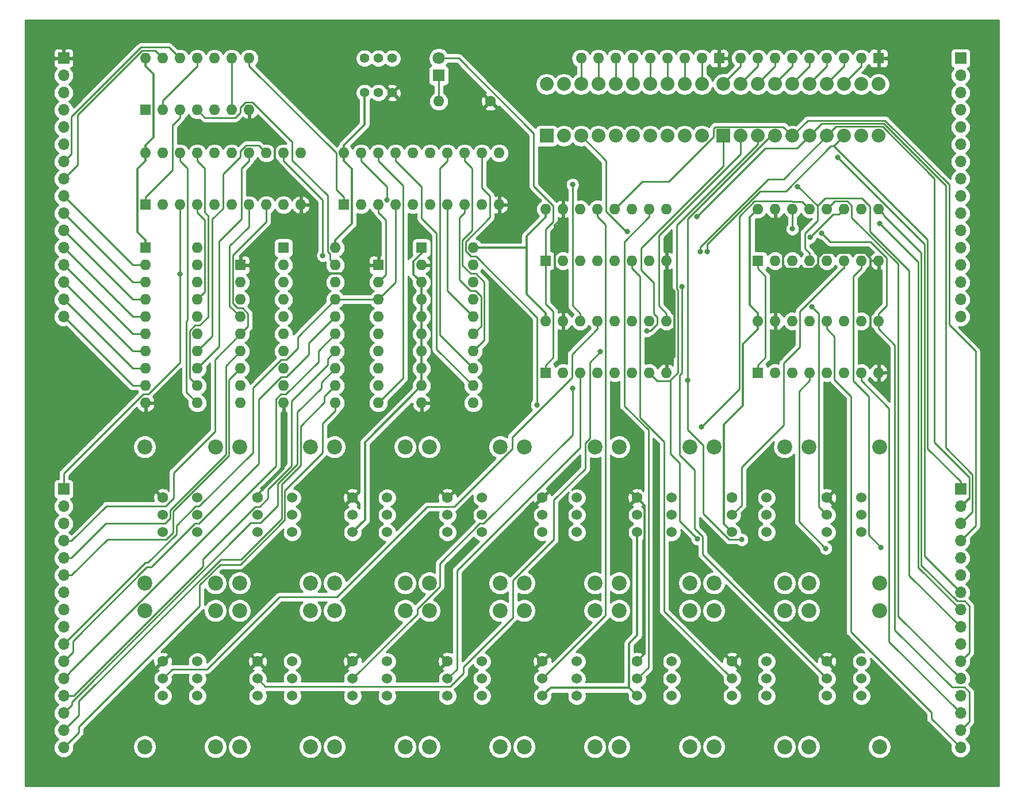
<source format=gbl>
G04 #@! TF.GenerationSoftware,KiCad,Pcbnew,(5.1.2)-2*
G04 #@! TF.CreationDate,2019-08-11T10:56:01+02:00*
G04 #@! TF.ProjectId,Memory-Access-Register,4d656d6f-7279-42d4-9163-636573732d52,rev?*
G04 #@! TF.SameCoordinates,Original*
G04 #@! TF.FileFunction,Copper,L2,Bot*
G04 #@! TF.FilePolarity,Positive*
%FSLAX46Y46*%
G04 Gerber Fmt 4.6, Leading zero omitted, Abs format (unit mm)*
G04 Created by KiCad (PCBNEW (5.1.2)-2) date 2019-08-11 10:56:01*
%MOMM*%
%LPD*%
G04 APERTURE LIST*
%ADD10R,1.700000X1.700000*%
%ADD11O,1.700000X1.700000*%
%ADD12C,2.200000*%
%ADD13C,1.600000*%
%ADD14C,1.524000*%
%ADD15C,1.400000*%
%ADD16C,2.032000*%
%ADD17R,2.032000X2.032000*%
%ADD18C,1.800000*%
%ADD19R,1.800000X1.800000*%
%ADD20R,1.600000X1.600000*%
%ADD21O,1.600000X1.600000*%
%ADD22C,0.800000*%
%ADD23C,0.350000*%
%ADD24C,0.250000*%
%ADD25C,0.254000*%
G04 APERTURE END LIST*
D10*
X169545000Y-98425000D03*
D11*
X169545000Y-100965000D03*
X169545000Y-103505000D03*
X169545000Y-106045000D03*
X169545000Y-108585000D03*
X169545000Y-111125000D03*
X169545000Y-113665000D03*
X169545000Y-116205000D03*
X169545000Y-118745000D03*
X169545000Y-121285000D03*
X169545000Y-123825000D03*
X169545000Y-126365000D03*
X169545000Y-128905000D03*
X169545000Y-131445000D03*
X169545000Y-133985000D03*
X169545000Y-136525000D03*
D12*
X119253000Y-116332000D03*
X119253000Y-136398000D03*
X129667000Y-136398000D03*
X129667000Y-116332000D03*
D13*
X121920000Y-123825000D03*
D14*
X121920000Y-126365000D03*
X121920000Y-128905000D03*
X127000000Y-123825000D03*
X127000000Y-126365000D03*
X127000000Y-128905000D03*
D11*
X169545000Y-73025000D03*
X169545000Y-70485000D03*
X169545000Y-67945000D03*
X169545000Y-65405000D03*
X169545000Y-62865000D03*
X169545000Y-60325000D03*
X169545000Y-57785000D03*
X169545000Y-55245000D03*
X169545000Y-52705000D03*
X169545000Y-50165000D03*
X169545000Y-47625000D03*
X169545000Y-45085000D03*
X169545000Y-42545000D03*
X169545000Y-40005000D03*
X169545000Y-37465000D03*
D10*
X169545000Y-34925000D03*
D14*
X113030000Y-104775000D03*
X113030000Y-102235000D03*
X113030000Y-99695000D03*
X107950000Y-104775000D03*
X107950000Y-102235000D03*
D13*
X107950000Y-99695000D03*
D12*
X115697000Y-92202000D03*
X115697000Y-112268000D03*
X105283000Y-112268000D03*
X105283000Y-92202000D03*
X91313000Y-92202000D03*
X91313000Y-112268000D03*
X101727000Y-112268000D03*
X101727000Y-92202000D03*
D13*
X93980000Y-99695000D03*
D14*
X93980000Y-102235000D03*
X93980000Y-104775000D03*
X99060000Y-99695000D03*
X99060000Y-102235000D03*
X99060000Y-104775000D03*
X85090000Y-104775000D03*
X85090000Y-102235000D03*
X85090000Y-99695000D03*
X80010000Y-104775000D03*
X80010000Y-102235000D03*
D13*
X80010000Y-99695000D03*
D12*
X87757000Y-92202000D03*
X87757000Y-112268000D03*
X77343000Y-112268000D03*
X77343000Y-92202000D03*
X63373000Y-92202000D03*
X63373000Y-112268000D03*
X73787000Y-112268000D03*
X73787000Y-92202000D03*
D13*
X66040000Y-99695000D03*
D14*
X66040000Y-102235000D03*
X66040000Y-104775000D03*
X71120000Y-99695000D03*
X71120000Y-102235000D03*
X71120000Y-104775000D03*
X57150000Y-104775000D03*
X57150000Y-102235000D03*
X57150000Y-99695000D03*
X52070000Y-104775000D03*
X52070000Y-102235000D03*
D13*
X52070000Y-99695000D03*
D12*
X59817000Y-92202000D03*
X59817000Y-112268000D03*
X49403000Y-112268000D03*
X49403000Y-92202000D03*
X63373000Y-116332000D03*
X63373000Y-136398000D03*
X73787000Y-136398000D03*
X73787000Y-116332000D03*
D13*
X66040000Y-123825000D03*
D14*
X66040000Y-126365000D03*
X66040000Y-128905000D03*
X71120000Y-123825000D03*
X71120000Y-126365000D03*
X71120000Y-128905000D03*
X85090000Y-128905000D03*
X85090000Y-126365000D03*
X85090000Y-123825000D03*
X80010000Y-128905000D03*
X80010000Y-126365000D03*
D13*
X80010000Y-123825000D03*
D12*
X87757000Y-116332000D03*
X87757000Y-136398000D03*
X77343000Y-136398000D03*
X77343000Y-116332000D03*
X91313000Y-116332000D03*
X91313000Y-136398000D03*
X101727000Y-136398000D03*
X101727000Y-116332000D03*
D13*
X93980000Y-123825000D03*
D14*
X93980000Y-126365000D03*
X93980000Y-128905000D03*
X99060000Y-123825000D03*
X99060000Y-126365000D03*
X99060000Y-128905000D03*
X113030000Y-128905000D03*
X113030000Y-126365000D03*
X113030000Y-123825000D03*
X107950000Y-128905000D03*
X107950000Y-126365000D03*
D13*
X107950000Y-123825000D03*
D12*
X115697000Y-116332000D03*
X115697000Y-136398000D03*
X105283000Y-136398000D03*
X105283000Y-116332000D03*
D14*
X140970000Y-128905000D03*
X140970000Y-126365000D03*
X140970000Y-123825000D03*
X135890000Y-128905000D03*
X135890000Y-126365000D03*
D13*
X135890000Y-123825000D03*
D12*
X143637000Y-116332000D03*
X143637000Y-136398000D03*
X133223000Y-136398000D03*
X133223000Y-116332000D03*
X147193000Y-116332000D03*
X147193000Y-136398000D03*
X157607000Y-136398000D03*
X157607000Y-116332000D03*
D13*
X149860000Y-123825000D03*
D14*
X149860000Y-126365000D03*
X149860000Y-128905000D03*
X154940000Y-123825000D03*
X154940000Y-126365000D03*
X154940000Y-128905000D03*
X127000000Y-104775000D03*
X127000000Y-102235000D03*
X127000000Y-99695000D03*
X121920000Y-104775000D03*
X121920000Y-102235000D03*
D13*
X121920000Y-99695000D03*
D12*
X129667000Y-92202000D03*
X129667000Y-112268000D03*
X119253000Y-112268000D03*
X119253000Y-92202000D03*
X133223000Y-92202000D03*
X133223000Y-112268000D03*
X143637000Y-112268000D03*
X143637000Y-92202000D03*
D13*
X135890000Y-99695000D03*
D14*
X135890000Y-102235000D03*
X135890000Y-104775000D03*
X140970000Y-99695000D03*
X140970000Y-102235000D03*
X140970000Y-104775000D03*
X154940000Y-104775000D03*
X154940000Y-102235000D03*
X154940000Y-99695000D03*
X149860000Y-104775000D03*
X149860000Y-102235000D03*
D13*
X149860000Y-99695000D03*
D12*
X157607000Y-92202000D03*
X157607000Y-112268000D03*
X147193000Y-112268000D03*
X147193000Y-92202000D03*
X49403000Y-116332000D03*
X49403000Y-136398000D03*
X59817000Y-136398000D03*
X59817000Y-116332000D03*
D13*
X52070000Y-123825000D03*
D14*
X52070000Y-126365000D03*
X52070000Y-128905000D03*
X57150000Y-123825000D03*
X57150000Y-126365000D03*
X57150000Y-128905000D03*
D15*
X85852000Y-34925000D03*
X83820000Y-34925000D03*
X81788000Y-34925000D03*
X81788000Y-40005000D03*
X85852000Y-40005000D03*
X83820000Y-40005000D03*
D10*
X37465000Y-34925000D03*
D11*
X37465000Y-37465000D03*
X37465000Y-40005000D03*
X37465000Y-42545000D03*
X37465000Y-45085000D03*
X37465000Y-47625000D03*
X37465000Y-50165000D03*
X37465000Y-52705000D03*
X37465000Y-55245000D03*
X37465000Y-57785000D03*
X37465000Y-60325000D03*
X37465000Y-62865000D03*
X37465000Y-65405000D03*
X37465000Y-67945000D03*
X37465000Y-70485000D03*
X37465000Y-73025000D03*
X37465000Y-136525000D03*
X37465000Y-133985000D03*
X37465000Y-131445000D03*
X37465000Y-128905000D03*
X37465000Y-126365000D03*
X37465000Y-123825000D03*
X37465000Y-121285000D03*
X37465000Y-118745000D03*
X37465000Y-116205000D03*
X37465000Y-113665000D03*
X37465000Y-111125000D03*
X37465000Y-108585000D03*
X37465000Y-106045000D03*
X37465000Y-103505000D03*
X37465000Y-100965000D03*
D10*
X37465000Y-98425000D03*
D16*
X134620000Y-38735000D03*
X137160000Y-38735000D03*
X139700000Y-38735000D03*
X142240000Y-38735000D03*
X154940000Y-46355000D03*
X157480000Y-46355000D03*
X157480000Y-38735000D03*
X154940000Y-38735000D03*
X152400000Y-46355000D03*
X149860000Y-46355000D03*
X147320000Y-46355000D03*
X144780000Y-46355000D03*
X144780000Y-38735000D03*
X147320000Y-38735000D03*
X149860000Y-38735000D03*
X152400000Y-38735000D03*
X142240000Y-46355000D03*
X139700000Y-46355000D03*
X137160000Y-46355000D03*
D17*
X134620000Y-46355000D03*
X108585000Y-46355000D03*
D16*
X111125000Y-46355000D03*
X113665000Y-46355000D03*
X116205000Y-46355000D03*
X126365000Y-38735000D03*
X123825000Y-38735000D03*
X121285000Y-38735000D03*
X118745000Y-38735000D03*
X118745000Y-46355000D03*
X121285000Y-46355000D03*
X123825000Y-46355000D03*
X126365000Y-46355000D03*
X128905000Y-38735000D03*
X131445000Y-38735000D03*
X131445000Y-46355000D03*
X128905000Y-46355000D03*
X116205000Y-38735000D03*
X113665000Y-38735000D03*
X111125000Y-38735000D03*
X108585000Y-38735000D03*
D18*
X92710000Y-34925000D03*
D19*
X92710000Y-37465000D03*
D20*
X49530000Y-42545000D03*
D21*
X64770000Y-34925000D03*
X52070000Y-42545000D03*
X62230000Y-34925000D03*
X54610000Y-42545000D03*
X59690000Y-34925000D03*
X57150000Y-42545000D03*
X57150000Y-34925000D03*
X59690000Y-42545000D03*
X54610000Y-34925000D03*
X62230000Y-42545000D03*
X52070000Y-34925000D03*
X64770000Y-42545000D03*
X49530000Y-34925000D03*
X139700000Y-73660000D03*
X157480000Y-81280000D03*
X142240000Y-73660000D03*
X154940000Y-81280000D03*
X144780000Y-73660000D03*
X152400000Y-81280000D03*
X147320000Y-73660000D03*
X149860000Y-81280000D03*
X149860000Y-73660000D03*
X147320000Y-81280000D03*
X152400000Y-73660000D03*
X144780000Y-81280000D03*
X154940000Y-73660000D03*
X142240000Y-81280000D03*
X157480000Y-73660000D03*
D20*
X139700000Y-81280000D03*
X108458000Y-81280000D03*
D21*
X126238000Y-73660000D03*
X110998000Y-81280000D03*
X123698000Y-73660000D03*
X113538000Y-81280000D03*
X121158000Y-73660000D03*
X116078000Y-81280000D03*
X118618000Y-73660000D03*
X118618000Y-81280000D03*
X116078000Y-73660000D03*
X121158000Y-81280000D03*
X113538000Y-73660000D03*
X123698000Y-81280000D03*
X110998000Y-73660000D03*
X126238000Y-81280000D03*
X108458000Y-73660000D03*
X139700000Y-57150000D03*
X157480000Y-64770000D03*
X142240000Y-57150000D03*
X154940000Y-64770000D03*
X144780000Y-57150000D03*
X152400000Y-64770000D03*
X147320000Y-57150000D03*
X149860000Y-64770000D03*
X149860000Y-57150000D03*
X147320000Y-64770000D03*
X152400000Y-57150000D03*
X144780000Y-64770000D03*
X154940000Y-57150000D03*
X142240000Y-64770000D03*
X157480000Y-57150000D03*
D20*
X139700000Y-64770000D03*
X108458000Y-64770000D03*
D21*
X126238000Y-57150000D03*
X110998000Y-64770000D03*
X123698000Y-57150000D03*
X113538000Y-64770000D03*
X121158000Y-57150000D03*
X116078000Y-64770000D03*
X118618000Y-57150000D03*
X118618000Y-64770000D03*
X116078000Y-57150000D03*
X121158000Y-64770000D03*
X113538000Y-57150000D03*
X123698000Y-64770000D03*
X110998000Y-57150000D03*
X126238000Y-64770000D03*
X108458000Y-57150000D03*
D20*
X78740000Y-56515000D03*
D21*
X101600000Y-48895000D03*
X81280000Y-56515000D03*
X99060000Y-48895000D03*
X83820000Y-56515000D03*
X96520000Y-48895000D03*
X86360000Y-56515000D03*
X93980000Y-48895000D03*
X88900000Y-56515000D03*
X91440000Y-48895000D03*
X91440000Y-56515000D03*
X88900000Y-48895000D03*
X93980000Y-56515000D03*
X86360000Y-48895000D03*
X96520000Y-56515000D03*
X83820000Y-48895000D03*
X99060000Y-56515000D03*
X81280000Y-48895000D03*
X101600000Y-56515000D03*
X78740000Y-48895000D03*
X49530000Y-48895000D03*
X72390000Y-56515000D03*
X52070000Y-48895000D03*
X69850000Y-56515000D03*
X54610000Y-48895000D03*
X67310000Y-56515000D03*
X57150000Y-48895000D03*
X64770000Y-56515000D03*
X59690000Y-48895000D03*
X62230000Y-56515000D03*
X62230000Y-48895000D03*
X59690000Y-56515000D03*
X64770000Y-48895000D03*
X57150000Y-56515000D03*
X67310000Y-48895000D03*
X54610000Y-56515000D03*
X69850000Y-48895000D03*
X52070000Y-56515000D03*
X72390000Y-48895000D03*
D20*
X49530000Y-56515000D03*
X90170000Y-62865000D03*
D21*
X97790000Y-85725000D03*
X90170000Y-65405000D03*
X97790000Y-83185000D03*
X90170000Y-67945000D03*
X97790000Y-80645000D03*
X90170000Y-70485000D03*
X97790000Y-78105000D03*
X90170000Y-73025000D03*
X97790000Y-75565000D03*
X90170000Y-75565000D03*
X97790000Y-73025000D03*
X90170000Y-78105000D03*
X97790000Y-70485000D03*
X90170000Y-80645000D03*
X97790000Y-67945000D03*
X90170000Y-83185000D03*
X97790000Y-65405000D03*
X90170000Y-85725000D03*
X97790000Y-62865000D03*
X77470000Y-62865000D03*
X69850000Y-85725000D03*
X77470000Y-65405000D03*
X69850000Y-83185000D03*
X77470000Y-67945000D03*
X69850000Y-80645000D03*
X77470000Y-70485000D03*
X69850000Y-78105000D03*
X77470000Y-73025000D03*
X69850000Y-75565000D03*
X77470000Y-75565000D03*
X69850000Y-73025000D03*
X77470000Y-78105000D03*
X69850000Y-70485000D03*
X77470000Y-80645000D03*
X69850000Y-67945000D03*
X77470000Y-83185000D03*
X69850000Y-65405000D03*
X77470000Y-85725000D03*
D20*
X69850000Y-62865000D03*
X49530000Y-62865000D03*
D21*
X57150000Y-85725000D03*
X49530000Y-65405000D03*
X57150000Y-83185000D03*
X49530000Y-67945000D03*
X57150000Y-80645000D03*
X49530000Y-70485000D03*
X57150000Y-78105000D03*
X49530000Y-73025000D03*
X57150000Y-75565000D03*
X49530000Y-75565000D03*
X57150000Y-73025000D03*
X49530000Y-78105000D03*
X57150000Y-70485000D03*
X49530000Y-80645000D03*
X57150000Y-67945000D03*
X49530000Y-83185000D03*
X57150000Y-65405000D03*
X49530000Y-85725000D03*
X57150000Y-62865000D03*
X137160000Y-34925000D03*
X139700000Y-34925000D03*
X142240000Y-34925000D03*
X144780000Y-34925000D03*
X147320000Y-34925000D03*
X149860000Y-34925000D03*
X152400000Y-34925000D03*
X154940000Y-34925000D03*
D20*
X157480000Y-34925000D03*
X83820000Y-65405000D03*
D21*
X83820000Y-67945000D03*
X83820000Y-70485000D03*
X83820000Y-73025000D03*
X83820000Y-75565000D03*
X83820000Y-78105000D03*
X83820000Y-80645000D03*
X83820000Y-83185000D03*
X83820000Y-85725000D03*
X113665000Y-34925000D03*
X116205000Y-34925000D03*
X118745000Y-34925000D03*
X121285000Y-34925000D03*
X123825000Y-34925000D03*
X126365000Y-34925000D03*
X128905000Y-34925000D03*
X131445000Y-34925000D03*
D20*
X133985000Y-34925000D03*
X63500000Y-65405000D03*
D21*
X63500000Y-67945000D03*
X63500000Y-70485000D03*
X63500000Y-73025000D03*
X63500000Y-75565000D03*
X63500000Y-78105000D03*
X63500000Y-80645000D03*
X63500000Y-83185000D03*
X63500000Y-85725000D03*
D13*
X100330000Y-41275000D03*
D21*
X92710000Y-41275000D03*
D22*
X54610000Y-66743600D03*
X112412700Y-53535400D03*
X75641700Y-63990400D03*
X107178900Y-86005300D03*
X147368400Y-61334400D03*
X85090000Y-55797400D03*
X144780000Y-60063500D03*
X128517500Y-68622900D03*
X132247900Y-63423400D03*
X130699400Y-58289100D03*
X131202300Y-63438100D03*
X157853500Y-106994000D03*
X145521000Y-53821300D03*
X147627600Y-71533800D03*
X131387700Y-89215000D03*
X157677400Y-59300700D03*
X123327000Y-75102900D03*
X129386100Y-82361500D03*
X137330400Y-105862400D03*
X151483900Y-49560800D03*
X116500200Y-78181000D03*
X112428300Y-83584700D03*
X130814700Y-105772300D03*
X149087600Y-60669300D03*
X149711300Y-107148100D03*
X120441700Y-60492500D03*
D23*
X157480000Y-64770000D02*
X156304700Y-64770000D01*
X121920000Y-123825000D02*
X123059600Y-122685400D01*
X123059600Y-100834600D02*
X121920000Y-99695000D01*
X123059600Y-122685400D02*
X123059600Y-100834600D01*
X69850000Y-85725000D02*
X69850000Y-86900300D01*
X69850000Y-86900300D02*
X69850000Y-95462500D01*
X66040000Y-99272500D02*
X66040000Y-99695000D01*
X69850000Y-95462500D02*
X66040000Y-99272500D01*
X81431400Y-66618300D02*
X76493700Y-66618300D01*
X83820000Y-65405000D02*
X82644700Y-65405000D01*
X72390000Y-62514600D02*
X72390000Y-56515000D01*
X76493700Y-66618300D02*
X72390000Y-62514600D01*
X82644700Y-65405000D02*
X81431400Y-66618300D01*
X68580000Y-47530300D02*
X64770000Y-43720300D01*
X72390000Y-56515000D02*
X72390000Y-55339700D01*
X64770000Y-42545000D02*
X64770000Y-43720300D01*
X72390000Y-55339700D02*
X68580000Y-51529700D01*
X68580000Y-51529700D02*
X68580000Y-47530300D01*
X110998000Y-58325300D02*
X109822600Y-59500700D01*
X110998000Y-57150000D02*
X110998000Y-58325300D01*
X109822600Y-71309300D02*
X110998000Y-72484700D01*
X109822600Y-59500700D02*
X109822600Y-71309300D01*
X110998000Y-73660000D02*
X110998000Y-72484700D01*
X126238000Y-81280000D02*
X126238000Y-80104700D01*
X126238000Y-64770000D02*
X126238000Y-65945300D01*
X127434600Y-78908100D02*
X126238000Y-80104700D01*
X126238000Y-65945300D02*
X126238000Y-68076700D01*
X126238000Y-68076700D02*
X127434600Y-69273300D01*
X127434600Y-69273300D02*
X127434600Y-78908100D01*
X156304700Y-78929400D02*
X157480000Y-80104700D01*
X157480000Y-81280000D02*
X157480000Y-80104700D01*
X156304700Y-64770000D02*
X156304700Y-78929400D01*
X156304700Y-64404700D02*
X156304700Y-64770000D01*
X149365000Y-63593000D02*
X155493000Y-63593000D01*
X148590000Y-65182300D02*
X148590000Y-64368000D01*
X142240000Y-57150000D02*
X142240000Y-58325300D01*
X155493000Y-63593000D02*
X156304700Y-64404700D01*
X143430600Y-59515900D02*
X143430600Y-65416600D01*
X143430600Y-65416600D02*
X143972500Y-65958500D01*
X148590000Y-64368000D02*
X149365000Y-63593000D01*
X143972500Y-65958500D02*
X147813800Y-65958500D01*
X142240000Y-58325300D02*
X143430600Y-59515900D01*
X147813800Y-65958500D02*
X148590000Y-65182300D01*
D24*
X92710000Y-41275000D02*
X92710000Y-37465000D01*
X54610000Y-66743600D02*
X54610000Y-79724200D01*
X54610000Y-79724200D02*
X49953100Y-84381100D01*
X49953100Y-84381100D02*
X49212300Y-84381100D01*
X49212300Y-84381100D02*
X37465000Y-96128400D01*
X37465000Y-96128400D02*
X37465000Y-98425000D01*
X54610000Y-56515000D02*
X54610000Y-66743600D01*
X57150000Y-57640300D02*
X57150000Y-56515000D01*
X58275300Y-58765600D02*
X57150000Y-57640300D01*
X58275300Y-69359700D02*
X58275300Y-58765600D01*
X57150000Y-70485000D02*
X58275300Y-69359700D01*
X63500000Y-73025000D02*
X61906700Y-71431700D01*
X61906700Y-71431700D02*
X61906700Y-62598500D01*
X61906700Y-62598500D02*
X64770000Y-59735200D01*
X64770000Y-59735200D02*
X64770000Y-56515000D01*
X67310000Y-59015000D02*
X67310000Y-56515000D01*
X62374600Y-63950400D02*
X67310000Y-59015000D01*
X64625400Y-74439600D02*
X64625400Y-72552900D01*
X64625400Y-72552900D02*
X63827500Y-71755000D01*
X63500000Y-75565000D02*
X64625400Y-74439600D01*
X63827500Y-71755000D02*
X63107000Y-71755000D01*
X63107000Y-71755000D02*
X62374600Y-71022600D01*
X62374600Y-71022600D02*
X62374600Y-63950400D01*
X38640300Y-106045000D02*
X37465000Y-106045000D01*
X43796400Y-100888900D02*
X38640300Y-106045000D01*
X63500000Y-75565000D02*
X59749200Y-79315800D01*
X59749200Y-89910200D02*
X53663800Y-95995600D01*
X59749200Y-79315800D02*
X59749200Y-89910200D01*
X53663800Y-95995600D02*
X53663800Y-99749200D01*
X53663800Y-99749200D02*
X52524100Y-100888900D01*
X52524100Y-100888900D02*
X43796400Y-100888900D01*
X59387200Y-75867800D02*
X57150000Y-78105000D01*
X59387200Y-58618000D02*
X59387200Y-75867800D01*
X67310000Y-48895000D02*
X66184700Y-47769700D01*
X60960000Y-57045200D02*
X59387200Y-58618000D01*
X66184700Y-47769700D02*
X64303500Y-47769700D01*
X64303500Y-47769700D02*
X63500000Y-48573200D01*
X63500000Y-48573200D02*
X63500000Y-49425200D01*
X63500000Y-49425200D02*
X60960000Y-51965200D01*
X60960000Y-51965200D02*
X60960000Y-57045200D01*
X43720300Y-103505000D02*
X38640300Y-108585000D01*
X63500000Y-78105000D02*
X61380400Y-80224600D01*
X61380400Y-80224600D02*
X61380400Y-93278500D01*
X61380400Y-93278500D02*
X53168800Y-101490100D01*
X38640300Y-108585000D02*
X37465000Y-108585000D01*
X53168800Y-101490100D02*
X53168800Y-102726000D01*
X53168800Y-102726000D02*
X52389800Y-103505000D01*
X52389800Y-103505000D02*
X43720300Y-103505000D01*
X64770000Y-50020300D02*
X64770000Y-48895000D01*
X63644700Y-51145600D02*
X64770000Y-50020300D01*
X63644700Y-58590200D02*
X63644700Y-51145600D01*
X60367300Y-61867600D02*
X63644700Y-58590200D01*
X60367300Y-77427700D02*
X60367300Y-61867600D01*
X57150000Y-80645000D02*
X60367300Y-77427700D01*
X38640300Y-111125000D02*
X37465000Y-111125000D01*
X43902900Y-105862400D02*
X38640300Y-111125000D01*
X63500000Y-80645000D02*
X61830800Y-82314200D01*
X61830800Y-82314200D02*
X61830800Y-93465000D01*
X61830800Y-93465000D02*
X53619100Y-101676700D01*
X53619100Y-101676700D02*
X53619100Y-104847900D01*
X53619100Y-104847900D02*
X52604600Y-105862400D01*
X52604600Y-105862400D02*
X43902900Y-105862400D01*
X57150000Y-50020300D02*
X57150000Y-48895000D01*
X58275300Y-51145600D02*
X57150000Y-50020300D01*
X58275300Y-57635600D02*
X58275300Y-51145600D01*
X58725700Y-58086000D02*
X58275300Y-57635600D01*
X57150000Y-83185000D02*
X56013200Y-82048200D01*
X56013200Y-82048200D02*
X56013200Y-75104300D01*
X56013200Y-75104300D02*
X56822500Y-74295000D01*
X56822500Y-74295000D02*
X57513000Y-74295000D01*
X57513000Y-74295000D02*
X58725700Y-73082300D01*
X58725700Y-73082300D02*
X58725700Y-58086000D01*
X54610000Y-50020300D02*
X54610000Y-48895000D01*
X55735300Y-51145600D02*
X54610000Y-50020300D01*
X55735300Y-73466700D02*
X55735300Y-51145600D01*
X55561300Y-73640700D02*
X55735300Y-73466700D01*
X55561300Y-84136300D02*
X55561300Y-73640700D01*
X57150000Y-85725000D02*
X55561300Y-84136300D01*
X113665000Y-34925000D02*
X113665000Y-38735000D01*
X116205000Y-34925000D02*
X116205000Y-38735000D01*
X118745000Y-34925000D02*
X118745000Y-38735000D01*
X121285000Y-34925000D02*
X121285000Y-38735000D01*
X123825000Y-34925000D02*
X123825000Y-38735000D01*
X126365000Y-34925000D02*
X126365000Y-38735000D01*
X128905000Y-34925000D02*
X128905000Y-38735000D01*
X131445000Y-34925000D02*
X131445000Y-38735000D01*
X83820000Y-57640300D02*
X83820000Y-56515000D01*
X84945300Y-58765600D02*
X83820000Y-57640300D01*
X84945300Y-66819700D02*
X84945300Y-58765600D01*
X83820000Y-67945000D02*
X84945300Y-66819700D01*
X86360000Y-56515000D02*
X86360000Y-57640300D01*
X49843200Y-109260700D02*
X49489300Y-109260700D01*
X54069500Y-103765700D02*
X54069500Y-105034400D01*
X56870200Y-100965000D02*
X54069500Y-103765700D01*
X57427400Y-100965000D02*
X56870200Y-100965000D01*
X65347500Y-93044900D02*
X57427400Y-100965000D01*
X49489300Y-109260700D02*
X37465000Y-121285000D01*
X54069500Y-105034400D02*
X49843200Y-109260700D01*
X70249900Y-79375000D02*
X69487300Y-79375000D01*
X69487300Y-79375000D02*
X65347500Y-83514800D01*
X65347500Y-83514800D02*
X65347500Y-93044900D01*
X71954950Y-76000050D02*
X71954950Y-77669950D01*
X77470000Y-70485000D02*
X71954950Y-76000050D01*
X71954950Y-77669950D02*
X70249900Y-79375000D01*
X86360000Y-67945000D02*
X86360000Y-65405000D01*
X83820000Y-70485000D02*
X86360000Y-67945000D01*
X86360000Y-57640300D02*
X86360000Y-65405000D01*
X83820000Y-70485000D02*
X77470000Y-70485000D01*
X38869900Y-120784900D02*
X38869900Y-122420100D01*
X49718800Y-109936000D02*
X38869900Y-120784900D01*
X50407800Y-109936000D02*
X49718800Y-109936000D01*
X56838800Y-103505000D02*
X50407800Y-109936000D01*
X57426100Y-103505000D02*
X56838800Y-103505000D01*
X66248100Y-94683000D02*
X57426100Y-103505000D01*
X38869900Y-122420100D02*
X37465000Y-123825000D01*
X70241800Y-81915000D02*
X69510400Y-81915000D01*
X69510400Y-81915000D02*
X66248100Y-85177300D01*
X66248100Y-85177300D02*
X66248100Y-94683000D01*
X73601900Y-76893100D02*
X73601900Y-78554900D01*
X77470000Y-73025000D02*
X73601900Y-76893100D01*
X73601900Y-78554900D02*
X70241800Y-81915000D01*
X93980000Y-69215000D02*
X93980000Y-68199000D01*
X97790000Y-73025000D02*
X93980000Y-69215000D01*
X93980000Y-68199000D02*
X93980000Y-56515000D01*
X38314999Y-125515001D02*
X37465000Y-126365000D01*
X38314999Y-125404101D02*
X38314999Y-125515001D01*
X68724600Y-94994500D02*
X38314999Y-125404101D01*
X70184300Y-84455000D02*
X69454400Y-84455000D01*
X69454400Y-84455000D02*
X68724600Y-85184800D01*
X68724600Y-85184800D02*
X68724600Y-94994500D01*
X74970150Y-78064850D02*
X74970150Y-79669150D01*
X77470000Y-75565000D02*
X74970150Y-78064850D01*
X74970150Y-79669150D02*
X70184300Y-84455000D01*
X96520000Y-57640300D02*
X96520000Y-56515000D01*
X95756000Y-58404300D02*
X96520000Y-57640300D01*
X97790000Y-75565000D02*
X98934200Y-74420800D01*
X98934200Y-74420800D02*
X98934200Y-70002800D01*
X98146400Y-69215000D02*
X97405400Y-69215000D01*
X98934200Y-70002800D02*
X98146400Y-69215000D01*
X97405400Y-69215000D02*
X95756000Y-67565600D01*
X95756000Y-67565600D02*
X95756000Y-58404300D01*
X57986500Y-108739700D02*
X57986500Y-109827500D01*
X66342500Y-100991800D02*
X65734400Y-100991800D01*
X67568800Y-99765500D02*
X66342500Y-100991800D01*
X57986500Y-109827500D02*
X38909000Y-128905000D01*
X65734400Y-100991800D02*
X57986500Y-108739700D01*
X77470000Y-78105000D02*
X76344999Y-79230001D01*
X38909000Y-128905000D02*
X37465000Y-128905000D01*
X76344999Y-79230001D02*
X76344999Y-80074001D01*
X71010600Y-85408400D02*
X71010600Y-95009500D01*
X71010600Y-95009500D02*
X67568800Y-98451300D01*
X76344999Y-80074001D02*
X71010600Y-85408400D01*
X67568800Y-98451300D02*
X67568800Y-99765500D01*
X96520000Y-50020300D02*
X96520000Y-48895000D01*
X97645300Y-51145600D02*
X96520000Y-50020300D01*
X97645300Y-60285800D02*
X97645300Y-51145600D01*
X96206300Y-61724800D02*
X97645300Y-60285800D01*
X97790000Y-78105000D02*
X99397700Y-76497300D01*
X99397700Y-67882200D02*
X98190500Y-66675000D01*
X99397700Y-76497300D02*
X99397700Y-67882200D01*
X98190500Y-66675000D02*
X97427500Y-66675000D01*
X97427500Y-66675000D02*
X96206300Y-65453800D01*
X96206300Y-65453800D02*
X96206300Y-61724800D01*
X38703100Y-130206900D02*
X37465000Y-131445000D01*
X66445300Y-103404900D02*
X65060300Y-103404900D01*
X69019400Y-100830800D02*
X66445300Y-103404900D01*
X77470000Y-80645000D02*
X75415500Y-82699500D01*
X75415500Y-82699500D02*
X75415500Y-83543500D01*
X75415500Y-83543500D02*
X71911200Y-87047800D01*
X65060300Y-103404900D02*
X38703100Y-129762100D01*
X71911200Y-87047800D02*
X71911200Y-94745800D01*
X71911200Y-94745800D02*
X69019400Y-97637600D01*
X38703100Y-129762100D02*
X38703100Y-130206900D01*
X69019400Y-97637600D02*
X69019400Y-100830800D01*
X93980000Y-50020300D02*
X93980000Y-48895000D01*
X92854700Y-51145600D02*
X93980000Y-50020300D01*
X92854700Y-75709700D02*
X92854700Y-51145600D01*
X97790000Y-80645000D02*
X92854700Y-75709700D01*
X39737000Y-131713000D02*
X37465000Y-133985000D01*
X39737000Y-129653000D02*
X39737000Y-131713000D01*
X60595000Y-108795000D02*
X39737000Y-129653000D01*
X63583500Y-108795000D02*
X60595000Y-108795000D01*
X69582200Y-102796300D02*
X63583500Y-108795000D01*
X72361600Y-89137400D02*
X72361600Y-94932300D01*
X72361600Y-94932300D02*
X69582200Y-97711700D01*
X69582200Y-97711700D02*
X69582200Y-102796300D01*
X75860000Y-84795000D02*
X75860000Y-85639000D01*
X77470000Y-83185000D02*
X75860000Y-84795000D01*
X75860000Y-85639000D02*
X72361600Y-89137400D01*
X86360000Y-50020300D02*
X86360000Y-48895000D01*
X90170000Y-53830300D02*
X86360000Y-50020300D01*
X90170000Y-58510700D02*
X90170000Y-53830300D01*
X92404300Y-60745000D02*
X90170000Y-58510700D01*
X92404300Y-77799300D02*
X92404300Y-60745000D01*
X97790000Y-83185000D02*
X92404300Y-77799300D01*
X77470000Y-86850300D02*
X77470000Y-85725000D01*
X75565100Y-88755200D02*
X77470000Y-86850300D01*
X70032600Y-98609600D02*
X75565100Y-93077100D01*
X70032600Y-102982800D02*
X70032600Y-98609600D01*
X63460000Y-109555400D02*
X70032600Y-102982800D01*
X37465000Y-136525000D02*
X39728000Y-134262000D01*
X75565100Y-93077100D02*
X75565100Y-88755200D01*
X39728000Y-134262000D02*
X39728000Y-133454000D01*
X39728000Y-133454000D02*
X57519600Y-115662400D01*
X57519600Y-112537700D02*
X60501900Y-109555400D01*
X57519600Y-115662400D02*
X57519600Y-112537700D01*
X60501900Y-109555400D02*
X63460000Y-109555400D01*
X83820000Y-50020300D02*
X83820000Y-48895000D01*
X87485800Y-53686100D02*
X83820000Y-50020300D01*
X87485800Y-82059200D02*
X87485800Y-53686100D01*
X83820000Y-85725000D02*
X87485800Y-82059200D01*
X137160000Y-34925000D02*
X137160000Y-36050300D01*
X137160000Y-36050300D02*
X134620000Y-38590300D01*
X134620000Y-38590300D02*
X134620000Y-38735000D01*
X139700000Y-34925000D02*
X139700000Y-36050300D01*
X139700000Y-36050300D02*
X137160000Y-38590300D01*
X137160000Y-38590300D02*
X137160000Y-38735000D01*
X142240000Y-34925000D02*
X142240000Y-36050300D01*
X142240000Y-36050300D02*
X139700000Y-38590300D01*
X139700000Y-38590300D02*
X139700000Y-38735000D01*
X144780000Y-34925000D02*
X144780000Y-36050300D01*
X144780000Y-36050300D02*
X142240000Y-38590300D01*
X142240000Y-38590300D02*
X142240000Y-38735000D01*
X147320000Y-34925000D02*
X147320000Y-36050300D01*
X147320000Y-36050300D02*
X144780000Y-38590300D01*
X144780000Y-38590300D02*
X144780000Y-38735000D01*
X149860000Y-34925000D02*
X149860000Y-36050300D01*
X149860000Y-36050300D02*
X147320000Y-38590300D01*
X147320000Y-38590300D02*
X147320000Y-38735000D01*
X152400000Y-34925000D02*
X152400000Y-36050300D01*
X152400000Y-36050300D02*
X149860000Y-38590300D01*
X149860000Y-38590300D02*
X149860000Y-38735000D01*
X154940000Y-34925000D02*
X154940000Y-36050300D01*
X154940000Y-36050300D02*
X152400000Y-38590300D01*
X152400000Y-38590300D02*
X152400000Y-38735000D01*
D23*
X139700000Y-73660000D02*
X139700000Y-74835300D01*
X135890000Y-104775000D02*
X134698400Y-103583400D01*
X134698400Y-103583400D02*
X134698400Y-88907500D01*
X134698400Y-88907500D02*
X137460800Y-86145100D01*
X137460800Y-86145100D02*
X137460800Y-77074500D01*
X137460800Y-77074500D02*
X139700000Y-74835300D01*
X78740000Y-48895000D02*
X78740000Y-50070300D01*
X77470000Y-62865000D02*
X77470000Y-61689700D01*
X77470000Y-61689700D02*
X79915400Y-59244300D01*
X79915400Y-59244300D02*
X79915400Y-51245700D01*
X79915400Y-51245700D02*
X78740000Y-50070300D01*
X78740000Y-48895000D02*
X78740000Y-47719700D01*
X81788000Y-40005000D02*
X81788000Y-44671700D01*
X81788000Y-44671700D02*
X78740000Y-47719700D01*
X90170000Y-83185000D02*
X81848700Y-91506300D01*
X81848700Y-91506300D02*
X81848700Y-102936300D01*
X81848700Y-102936300D02*
X80010000Y-104775000D01*
X90170000Y-83185000D02*
X90170000Y-80645000D01*
X120692700Y-127677700D02*
X121920000Y-128905000D01*
X121920000Y-104775000D02*
X121920000Y-119973900D01*
X121920000Y-119973900D02*
X120692700Y-121201200D01*
X120692700Y-121201200D02*
X120692700Y-127677700D01*
X107950000Y-128905000D02*
X109177300Y-127677700D01*
X109177300Y-127677700D02*
X120692700Y-127677700D01*
X49530000Y-48895000D02*
X49530000Y-50070300D01*
X49530000Y-62865000D02*
X49530000Y-61689700D01*
X49530000Y-61689700D02*
X48338200Y-60497900D01*
X48338200Y-60497900D02*
X48338200Y-51262100D01*
X48338200Y-51262100D02*
X49530000Y-50070300D01*
X49530000Y-34925000D02*
X49530000Y-36100300D01*
X49530000Y-48895000D02*
X49530000Y-47719700D01*
X49530000Y-47719700D02*
X50705400Y-46544300D01*
X50705400Y-46544300D02*
X50705400Y-37275700D01*
X50705400Y-37275700D02*
X49530000Y-36100300D01*
X105629200Y-62865000D02*
X105629200Y-61154100D01*
X105629200Y-61154100D02*
X108458000Y-58325300D01*
X108458000Y-72484700D02*
X105629200Y-69655900D01*
X105629200Y-69655900D02*
X105629200Y-62865000D01*
X105629200Y-62865000D02*
X98965300Y-62865000D01*
X108458000Y-57150000D02*
X108458000Y-58325300D01*
X97790000Y-62865000D02*
X98965300Y-62865000D01*
X108458000Y-73660000D02*
X108458000Y-72484700D01*
X90170000Y-70485000D02*
X90170000Y-67945000D01*
X90170000Y-71072600D02*
X90170000Y-70485000D01*
X90170000Y-71072600D02*
X90170000Y-71660300D01*
X90170000Y-73025000D02*
X90170000Y-71660300D01*
X90170000Y-75565000D02*
X90170000Y-73025000D01*
X90170000Y-78105000D02*
X90170000Y-75565000D01*
X90170000Y-80645000D02*
X90170000Y-78105000D01*
X90170000Y-63672900D02*
X90170000Y-62865000D01*
X88994700Y-64848200D02*
X90170000Y-63672900D01*
X88994700Y-66769700D02*
X88994700Y-64848200D01*
X90170000Y-67945000D02*
X88994700Y-66769700D01*
X139700000Y-72484700D02*
X139700000Y-73660000D01*
X138524600Y-71309300D02*
X139700000Y-72484700D01*
X138524600Y-58325400D02*
X138524600Y-71309300D01*
X139700000Y-57150000D02*
X138524600Y-58325400D01*
D24*
X47625000Y-65405000D02*
X49530000Y-65405000D01*
X37465000Y-55245000D02*
X47625000Y-65405000D01*
X47625000Y-67945000D02*
X49530000Y-67945000D01*
X37465000Y-57785000D02*
X47625000Y-67945000D01*
X47625000Y-70485000D02*
X49530000Y-70485000D01*
X37465000Y-60325000D02*
X47625000Y-70485000D01*
X47625000Y-73025000D02*
X49530000Y-73025000D01*
X37465000Y-62865000D02*
X47625000Y-73025000D01*
X47625000Y-75565000D02*
X49530000Y-75565000D01*
X37465000Y-65405000D02*
X47625000Y-75565000D01*
X47625000Y-78105000D02*
X49530000Y-78105000D01*
X37465000Y-67945000D02*
X47625000Y-78105000D01*
X47625000Y-80645000D02*
X49530000Y-80645000D01*
X37465000Y-70485000D02*
X47625000Y-80645000D01*
X47625000Y-83185000D02*
X49530000Y-83185000D01*
X37465000Y-73025000D02*
X47625000Y-83185000D01*
X76344700Y-55141900D02*
X76344700Y-63435800D01*
X71120000Y-47281500D02*
X71120000Y-49917200D01*
X71120000Y-49917200D02*
X76344700Y-55141900D01*
X65247300Y-41408800D02*
X71120000Y-47281500D01*
X58275300Y-43670300D02*
X62760600Y-43670300D01*
X57150000Y-42545000D02*
X58275300Y-43670300D01*
X62760600Y-43670300D02*
X63500000Y-42930900D01*
X63500000Y-42930900D02*
X63500000Y-42207600D01*
X63500000Y-42207600D02*
X64298800Y-41408800D01*
X64298800Y-41408800D02*
X65247300Y-41408800D01*
X76670001Y-63761101D02*
X76344700Y-63435800D01*
X76670001Y-64605001D02*
X76670001Y-63761101D01*
X77470000Y-65405000D02*
X76670001Y-64605001D01*
X113538000Y-72534700D02*
X112412700Y-71409400D01*
X112412700Y-71409400D02*
X112412700Y-53535400D01*
X113538000Y-73660000D02*
X113538000Y-72534700D01*
X69850000Y-50020300D02*
X75641700Y-55812000D01*
X75641700Y-55812000D02*
X75641700Y-63990400D01*
X69850000Y-48895000D02*
X69850000Y-50020300D01*
X54610000Y-42545000D02*
X54610000Y-43670300D01*
X49530000Y-56515000D02*
X49530000Y-55389700D01*
X49530000Y-55389700D02*
X53484700Y-51435000D01*
X53484700Y-51435000D02*
X53484700Y-44795600D01*
X53484700Y-44795600D02*
X54610000Y-43670300D01*
X64770000Y-34925000D02*
X64770000Y-36050300D01*
X78740000Y-56515000D02*
X78740000Y-55389700D01*
X78740000Y-55389700D02*
X77614700Y-54264400D01*
X77614700Y-54264400D02*
X77614700Y-48895000D01*
X77614700Y-48895000D02*
X64770000Y-36050300D01*
X99060000Y-48895000D02*
X99060000Y-53990100D01*
X99060000Y-53990100D02*
X100250600Y-55180700D01*
X100250600Y-55180700D02*
X100250600Y-58355900D01*
X100250600Y-58355900D02*
X96656600Y-61949900D01*
X96656600Y-61949900D02*
X96656600Y-63335300D01*
X96656600Y-63335300D02*
X97456300Y-64135000D01*
X97456300Y-64135000D02*
X98185400Y-64135000D01*
X98185400Y-64135000D02*
X107178900Y-73128500D01*
X107178900Y-73128500D02*
X107178900Y-86005300D01*
X150752801Y-57949999D02*
X149753900Y-58948900D01*
X151600001Y-57949999D02*
X150752801Y-57949999D01*
X152400000Y-57150000D02*
X151600001Y-57949999D01*
X147368400Y-61334400D02*
X149753900Y-58948900D01*
X81280000Y-48895000D02*
X81280000Y-50020300D01*
X81280000Y-50020300D02*
X85090000Y-53830300D01*
X85090000Y-53830300D02*
X85090000Y-55797400D01*
X144780000Y-57150000D02*
X144780000Y-60063500D01*
X139700000Y-81280000D02*
X139700000Y-80154700D01*
X139700000Y-64770000D02*
X139700000Y-65895300D01*
X139700000Y-65895300D02*
X140825300Y-67020600D01*
X140825300Y-67020600D02*
X140825300Y-79029400D01*
X140825300Y-79029400D02*
X139700000Y-80154700D01*
X108458000Y-81280000D02*
X108458000Y-80154700D01*
X108458000Y-64770000D02*
X108458000Y-71135100D01*
X108458000Y-71135100D02*
X109583300Y-72260400D01*
X109583300Y-72260400D02*
X109583300Y-79029400D01*
X109583300Y-79029400D02*
X108458000Y-80154700D01*
X92710000Y-34925000D02*
X95634900Y-34925000D01*
X95634900Y-34925000D02*
X106677900Y-45968000D01*
X106677900Y-45968000D02*
X106677900Y-53766800D01*
X106677900Y-53766800D02*
X109589400Y-56678300D01*
X109589400Y-56678300D02*
X109589400Y-59026200D01*
X109589400Y-59026200D02*
X108458000Y-60157600D01*
X108458000Y-60157600D02*
X108458000Y-64770000D01*
X143427700Y-45002700D02*
X144780000Y-46355000D01*
X118618000Y-57150000D02*
X122658800Y-53109200D01*
X122658800Y-53109200D02*
X126598700Y-53109200D01*
X126598700Y-53109200D02*
X133191800Y-46516100D01*
X133191800Y-46516100D02*
X133191800Y-45262400D01*
X133191800Y-45262400D02*
X133451500Y-45002700D01*
X133451500Y-45002700D02*
X143427700Y-45002700D01*
X147033100Y-44101900D02*
X144780000Y-46355000D01*
X171747900Y-78082600D02*
X167865700Y-74200400D01*
X167865700Y-74200400D02*
X167865700Y-53536700D01*
X167865700Y-53536700D02*
X158430900Y-44101900D01*
X158430900Y-44101900D02*
X147033100Y-44101900D01*
X170394999Y-105195001D02*
X171747900Y-103842100D01*
X169545000Y-106045000D02*
X170394999Y-105195001D01*
X171747900Y-103842100D02*
X171747900Y-78082600D01*
X116078000Y-57150000D02*
X116078000Y-58275300D01*
X116078000Y-58275300D02*
X117263900Y-59461200D01*
X117263900Y-59461200D02*
X117263900Y-117051100D01*
X117263900Y-117051100D02*
X107950000Y-126365000D01*
X149860000Y-126365000D02*
X131540000Y-108045000D01*
X131540000Y-108045000D02*
X131540000Y-105383700D01*
X131540000Y-105383700D02*
X130372800Y-104216500D01*
X130372800Y-104216500D02*
X130372800Y-95609100D01*
X130372800Y-95609100D02*
X128167700Y-93404000D01*
X128167700Y-93404000D02*
X128167700Y-81645400D01*
X128167700Y-81645400D02*
X128517500Y-81295600D01*
X128517500Y-81295600D02*
X128517500Y-68622900D01*
X150876700Y-47878400D02*
X150438200Y-47878400D01*
X150438200Y-47878400D02*
X143808100Y-54508500D01*
X143808100Y-54508500D02*
X140052800Y-54508500D01*
X140052800Y-54508500D02*
X132247900Y-62313400D01*
X132247900Y-62313400D02*
X132247900Y-63423400D01*
X150876700Y-47878400D02*
X150876700Y-47878300D01*
X150876700Y-47878300D02*
X152400000Y-46355000D01*
X164661200Y-61662900D02*
X150876700Y-47878400D01*
X164661200Y-92441200D02*
X164661200Y-91636200D01*
X169545000Y-97325000D02*
X164661200Y-92441200D01*
X169545000Y-98425000D02*
X169545000Y-97325000D01*
X164661200Y-92238900D02*
X164661200Y-91636200D01*
X164661200Y-91636200D02*
X164661200Y-61662900D01*
X130699400Y-58289100D02*
X140791900Y-48196600D01*
X140791900Y-48196600D02*
X145478400Y-48196600D01*
X145478400Y-48196600D02*
X147320000Y-46355000D01*
X149122800Y-44552200D02*
X147320000Y-46355000D01*
X171297600Y-96264300D02*
X167362000Y-92328700D01*
X167362000Y-92328700D02*
X167362000Y-53669900D01*
X167362000Y-53669900D02*
X158244300Y-44552200D01*
X158244300Y-44552200D02*
X149122800Y-44552200D01*
X171297600Y-101752400D02*
X171297600Y-100812600D01*
X171297600Y-100812600D02*
X171297600Y-96264300D01*
X171297600Y-101752400D02*
X171297600Y-101447600D01*
X169545000Y-103505000D02*
X171297600Y-101752400D01*
X171297600Y-101447600D02*
X171297600Y-100812600D01*
X123698000Y-57150000D02*
X123698000Y-58275300D01*
X123698000Y-58275300D02*
X120018400Y-61954900D01*
X120018400Y-61954900D02*
X120018400Y-86151700D01*
X120018400Y-86151700D02*
X123569500Y-89702800D01*
X123569500Y-89702800D02*
X123569500Y-124715500D01*
X123569500Y-124715500D02*
X121920000Y-126365000D01*
X121158000Y-65895300D02*
X122354100Y-67091400D01*
X122354100Y-67091400D02*
X122354100Y-87850500D01*
X122354100Y-87850500D02*
X125908900Y-91405300D01*
X125908900Y-91405300D02*
X125908900Y-116383900D01*
X125908900Y-116383900D02*
X135890000Y-126365000D01*
X121158000Y-64770000D02*
X121158000Y-65895300D01*
X131202300Y-63438100D02*
X131202300Y-62722100D01*
X131202300Y-62722100D02*
X141212200Y-52712200D01*
X141212200Y-52712200D02*
X143502800Y-52712200D01*
X143502800Y-52712200D02*
X149860000Y-46355000D01*
X151212500Y-45002500D02*
X149860000Y-46355000D01*
X169672000Y-100965000D02*
X170847300Y-99789700D01*
X165709900Y-91538600D02*
X165709900Y-52654700D01*
X170847300Y-96676000D02*
X165709900Y-91538600D01*
X165709900Y-52654700D02*
X158057700Y-45002500D01*
X158057700Y-45002500D02*
X151212500Y-45002500D01*
X170847300Y-99662700D02*
X170847300Y-99027700D01*
X169545000Y-100965000D02*
X170847300Y-99662700D01*
X170847300Y-99789700D02*
X170847300Y-99027700D01*
X170847300Y-99027700D02*
X170847300Y-96676000D01*
X154940000Y-64770000D02*
X154940000Y-65895300D01*
X156027400Y-105167900D02*
X157853500Y-106994000D01*
X156027400Y-84766500D02*
X156027400Y-105167900D01*
X153766700Y-82505800D02*
X156027400Y-84766500D01*
X153766700Y-67068600D02*
X153766700Y-82505800D01*
X154940000Y-65895300D02*
X153766700Y-67068600D01*
X152400000Y-65895300D02*
X152240400Y-65895300D01*
X152240400Y-65895300D02*
X145905400Y-72230300D01*
X145905400Y-72230300D02*
X145905400Y-77465400D01*
X145905400Y-77465400D02*
X143510000Y-79860800D01*
X143510000Y-79860800D02*
X143510000Y-88951600D01*
X143510000Y-88951600D02*
X137304600Y-95157000D01*
X137304600Y-95157000D02*
X137304600Y-100820400D01*
X137304600Y-100820400D02*
X135890000Y-102235000D01*
X152400000Y-64770000D02*
X152400000Y-65895300D01*
X158279999Y-57949999D02*
X157480000Y-57150000D01*
X158279999Y-58076999D02*
X158279999Y-57949999D01*
X163760500Y-63557500D02*
X158279999Y-58076999D01*
X163760500Y-109658500D02*
X163760500Y-63557500D01*
X169037000Y-114935000D02*
X163760500Y-109658500D01*
X170159800Y-114935000D02*
X169037000Y-114935000D01*
X170847300Y-115622500D02*
X170159800Y-114935000D01*
X170847300Y-122522700D02*
X170847300Y-115622500D01*
X169545000Y-123825000D02*
X170847300Y-122522700D01*
X148462700Y-56645900D02*
X145638100Y-53821300D01*
X145638100Y-53821300D02*
X145521000Y-53821300D01*
X147320000Y-63644700D02*
X146611100Y-62935800D01*
X146611100Y-62935800D02*
X146611100Y-60677900D01*
X146611100Y-60677900D02*
X148462700Y-58826300D01*
X148462700Y-58826300D02*
X148462700Y-56645900D01*
X147320000Y-64770000D02*
X147320000Y-63644700D01*
X149581000Y-55527600D02*
X148462700Y-56645900D01*
X161978900Y-66203500D02*
X156210000Y-60434600D01*
X156210000Y-60434600D02*
X156210000Y-56747400D01*
X156210000Y-56747400D02*
X154990200Y-55527600D01*
X154990200Y-55527600D02*
X149581000Y-55527600D01*
X161978900Y-111178900D02*
X161978900Y-110436100D01*
X169545000Y-118745000D02*
X161978900Y-111178900D01*
X161978900Y-111051900D02*
X161978900Y-110436100D01*
X161978900Y-110436100D02*
X161978900Y-66203500D01*
X147627600Y-71533800D02*
X148665300Y-72571500D01*
X148665300Y-72571500D02*
X148665300Y-101040300D01*
X148665300Y-101040300D02*
X149860000Y-102235000D01*
X139212000Y-55986200D02*
X136960400Y-58237800D01*
X136960400Y-58237800D02*
X136960400Y-83642300D01*
X136960400Y-83642300D02*
X131387700Y-89215000D01*
X144712599Y-56024999D02*
X144673800Y-55986200D01*
X146194999Y-56024999D02*
X144712599Y-56024999D01*
X147320000Y-57150000D02*
X146194999Y-56024999D01*
X144673800Y-55986200D02*
X139212000Y-55986200D01*
X151003300Y-56006700D02*
X149860000Y-57150000D01*
X160328900Y-65190500D02*
X153525400Y-58387000D01*
X153525400Y-58387000D02*
X153525400Y-56614000D01*
X153525400Y-56614000D02*
X152918100Y-56006700D01*
X152918100Y-56006700D02*
X151003300Y-56006700D01*
X160328900Y-117148900D02*
X160328900Y-116531100D01*
X169545000Y-126365000D02*
X160328900Y-117148900D01*
X160328900Y-117021900D02*
X160328900Y-116531100D01*
X160328900Y-116531100D02*
X160328900Y-65190500D01*
X163310200Y-64933500D02*
X157677400Y-59300700D01*
X123327000Y-75102900D02*
X123860500Y-75102900D01*
X123860500Y-75102900D02*
X124884200Y-74079200D01*
X124884200Y-74079200D02*
X124884200Y-73046000D01*
X124884200Y-73046000D02*
X124372800Y-72534600D01*
X124372800Y-72534600D02*
X124372800Y-67980100D01*
X124372800Y-67980100D02*
X122547400Y-66154700D01*
X122547400Y-66154700D02*
X122547400Y-62884800D01*
X122547400Y-62884800D02*
X134620000Y-50812200D01*
X134620000Y-50812200D02*
X134620000Y-46355000D01*
X163310200Y-109970200D02*
X163310200Y-109335200D01*
X169545000Y-116205000D02*
X163310200Y-109970200D01*
X163310200Y-109843200D02*
X163310200Y-109335200D01*
X163310200Y-109335200D02*
X163310200Y-64933500D01*
X116078000Y-73660000D02*
X116078000Y-74785300D01*
X116078000Y-74785300D02*
X112317200Y-78546100D01*
X112317200Y-78546100D02*
X112317200Y-81941900D01*
X112317200Y-81941900D02*
X103505000Y-90754100D01*
X103505000Y-90754100D02*
X103505000Y-92441700D01*
X103505000Y-92441700D02*
X94954900Y-100991800D01*
X94954900Y-100991800D02*
X91019400Y-100991800D01*
X91019400Y-100991800D02*
X77711200Y-114300000D01*
X77711200Y-114300000D02*
X69260400Y-114300000D01*
X69260400Y-114300000D02*
X58610000Y-124950400D01*
X58610000Y-124950400D02*
X53484600Y-124950400D01*
X53484600Y-124950400D02*
X52070000Y-126365000D01*
X113538000Y-82405300D02*
X113538000Y-92255800D01*
X113538000Y-92255800D02*
X95394600Y-110399200D01*
X95394600Y-110399200D02*
X95394600Y-124950400D01*
X95394600Y-124950400D02*
X93980000Y-126365000D01*
X113538000Y-81280000D02*
X113538000Y-82405300D01*
X142240000Y-46355000D02*
X141607800Y-46355000D01*
X141607800Y-46355000D02*
X129386100Y-58576700D01*
X129386100Y-58576700D02*
X129386100Y-82361500D01*
X137330400Y-105862400D02*
X137330400Y-105862300D01*
X137330400Y-105862300D02*
X135433100Y-105862300D01*
X135433100Y-105862300D02*
X131631700Y-102060900D01*
X131631700Y-102060900D02*
X131631700Y-91916000D01*
X131631700Y-91916000D02*
X129386100Y-89670400D01*
X129386100Y-89670400D02*
X129386100Y-82361500D01*
X126238000Y-73660000D02*
X126238000Y-72534700D01*
X126238000Y-72534700D02*
X125101700Y-71398400D01*
X125101700Y-71398400D02*
X125101700Y-61068400D01*
X125101700Y-61068400D02*
X137160000Y-49010100D01*
X137160000Y-49010100D02*
X137160000Y-46355000D01*
X164210800Y-62287700D02*
X151483900Y-49560800D01*
X164210800Y-108330800D02*
X164210800Y-107695800D01*
X169545000Y-113665000D02*
X164210800Y-108330800D01*
X164210800Y-108203800D02*
X164210800Y-107695800D01*
X164210800Y-107695800D02*
X164210800Y-62287700D01*
X116500200Y-78181000D02*
X114952600Y-79728600D01*
X114952600Y-79728600D02*
X114952600Y-90930700D01*
X114952600Y-90930700D02*
X114271700Y-91611600D01*
X114271700Y-91611600D02*
X114271700Y-95433900D01*
X114271700Y-95433900D02*
X109672800Y-100032800D01*
X109672800Y-100032800D02*
X109672800Y-105862400D01*
X109672800Y-105862400D02*
X103664400Y-111870800D01*
X103664400Y-111870800D02*
X103664400Y-117317500D01*
X103664400Y-117317500D02*
X96337400Y-124644500D01*
X96337400Y-124644500D02*
X96337400Y-125579100D01*
X96337400Y-125579100D02*
X94440300Y-127476200D01*
X94440300Y-127476200D02*
X67151200Y-127476200D01*
X67151200Y-127476200D02*
X66040000Y-126365000D01*
X80010000Y-126365000D02*
X89535100Y-116839900D01*
X89535100Y-116839900D02*
X89535100Y-116094000D01*
X89535100Y-116094000D02*
X92883300Y-112745800D01*
X92883300Y-112745800D02*
X92883300Y-109361300D01*
X92883300Y-109361300D02*
X98739600Y-103505000D01*
X98739600Y-103505000D02*
X99336100Y-103505000D01*
X99336100Y-103505000D02*
X112428300Y-90412800D01*
X112428300Y-90412800D02*
X112428300Y-83584700D01*
X126868900Y-82434600D02*
X126868900Y-93237700D01*
X126868900Y-93237700D02*
X128167900Y-94536700D01*
X128167900Y-94536700D02*
X128167900Y-103125500D01*
X128167900Y-103125500D02*
X130814700Y-105772300D01*
X139700000Y-46355000D02*
X139700000Y-47625900D01*
X139700000Y-47625900D02*
X127792200Y-59533700D01*
X127792200Y-59533700D02*
X127792200Y-68923300D01*
X127792200Y-68923300D02*
X127935000Y-69066100D01*
X127935000Y-69066100D02*
X127935000Y-81241200D01*
X127935000Y-81241200D02*
X126868900Y-82307300D01*
X126868900Y-82307300D02*
X126868900Y-82434600D01*
X124852600Y-82434600D02*
X125868600Y-82434600D01*
X123698000Y-81280000D02*
X124852600Y-82434600D01*
X126868900Y-82434600D02*
X125868600Y-82434600D01*
X154940000Y-82405300D02*
X154940000Y-81280000D01*
X159032400Y-86497700D02*
X154940000Y-82405300D01*
X159032400Y-120932400D02*
X159032400Y-120297400D01*
X169545000Y-131445000D02*
X159032400Y-120932400D01*
X159032400Y-120805400D02*
X159032400Y-120297400D01*
X159032400Y-120297400D02*
X159032400Y-86497700D01*
X157480000Y-72534700D02*
X158624600Y-71390100D01*
X158624600Y-71390100D02*
X158624600Y-64316900D01*
X158624600Y-64316900D02*
X156294400Y-61986700D01*
X156294400Y-61986700D02*
X150404900Y-61986700D01*
X150404900Y-61986700D02*
X150404900Y-61986600D01*
X150404900Y-61986600D02*
X149087600Y-60669300D01*
X157480000Y-73660000D02*
X157480000Y-72534700D01*
X157480000Y-74222600D02*
X157480000Y-73660000D01*
X157480000Y-74785300D02*
X157480000Y-74222600D01*
X159878500Y-77183800D02*
X157480000Y-74785300D01*
X159878500Y-119238500D02*
X159878500Y-118251500D01*
X168275000Y-127635000D02*
X159878500Y-119238500D01*
X159878500Y-118437502D02*
X159878500Y-118251500D01*
X159878500Y-118251500D02*
X159878500Y-77183800D01*
X170847300Y-128320800D02*
X170161500Y-127635000D01*
X170161500Y-127635000D02*
X168275000Y-127635000D01*
X170847300Y-132682700D02*
X170847300Y-131412700D01*
X169545000Y-133985000D02*
X170847300Y-132682700D01*
X170847300Y-131477300D02*
X170847300Y-131412700D01*
X170847300Y-131412700D02*
X170847300Y-128320800D01*
X147320000Y-81280000D02*
X147320000Y-82405300D01*
X147320000Y-82405300D02*
X145762900Y-83962400D01*
X145762900Y-83962400D02*
X145762900Y-103199700D01*
X145762900Y-103199700D02*
X149711300Y-107148100D01*
X113665000Y-46355000D02*
X117348000Y-50038000D01*
X117348000Y-50038000D02*
X117348000Y-57525900D01*
X117348000Y-57525900D02*
X120314600Y-60492500D01*
X120314600Y-60492500D02*
X120441700Y-60492500D01*
X153396700Y-119441700D02*
X153396700Y-84723300D01*
X153396700Y-84723300D02*
X150985300Y-82311900D01*
X150985300Y-82311900D02*
X150985300Y-75910600D01*
X150985300Y-75910600D02*
X149860000Y-74785300D01*
X149860000Y-73660000D02*
X149860000Y-74785300D01*
X165250000Y-132230000D02*
X165250000Y-131295000D01*
X169545000Y-136525000D02*
X165250000Y-132230000D01*
X165250000Y-131295000D02*
X153396700Y-119441700D01*
X57150000Y-34925000D02*
X57150000Y-36050300D01*
X57150000Y-36050300D02*
X52070000Y-41130300D01*
X52070000Y-41130300D02*
X52070000Y-42545000D01*
X62230000Y-42545000D02*
X62230000Y-34925000D01*
X38640300Y-48989700D02*
X37465000Y-50165000D01*
X38640300Y-43507400D02*
X38640300Y-48989700D01*
X48850800Y-33296900D02*
X38640300Y-43507400D01*
X52981900Y-33296900D02*
X48850800Y-33296900D01*
X54610000Y-34925000D02*
X52981900Y-33296900D01*
X37465000Y-52705000D02*
X39540800Y-50629200D01*
X39540800Y-50629200D02*
X39540800Y-43243800D01*
X39540800Y-43243800D02*
X49009800Y-33774800D01*
X49547999Y-33799999D02*
X49522800Y-33774800D01*
X50944999Y-33799999D02*
X49547999Y-33799999D01*
X52070000Y-34925000D02*
X50944999Y-33799999D01*
X49009800Y-33774800D02*
X49522800Y-33774800D01*
D25*
G36*
X175185001Y-142165000D02*
G01*
X31825000Y-142165000D01*
X31825000Y-37465000D01*
X35972815Y-37465000D01*
X36001487Y-37756111D01*
X36086401Y-38036034D01*
X36224294Y-38294014D01*
X36409866Y-38520134D01*
X36635986Y-38705706D01*
X36690791Y-38735000D01*
X36635986Y-38764294D01*
X36409866Y-38949866D01*
X36224294Y-39175986D01*
X36086401Y-39433966D01*
X36001487Y-39713889D01*
X35972815Y-40005000D01*
X36001487Y-40296111D01*
X36086401Y-40576034D01*
X36224294Y-40834014D01*
X36409866Y-41060134D01*
X36635986Y-41245706D01*
X36690791Y-41275000D01*
X36635986Y-41304294D01*
X36409866Y-41489866D01*
X36224294Y-41715986D01*
X36086401Y-41973966D01*
X36001487Y-42253889D01*
X35972815Y-42545000D01*
X36001487Y-42836111D01*
X36086401Y-43116034D01*
X36224294Y-43374014D01*
X36409866Y-43600134D01*
X36635986Y-43785706D01*
X36690791Y-43815000D01*
X36635986Y-43844294D01*
X36409866Y-44029866D01*
X36224294Y-44255986D01*
X36086401Y-44513966D01*
X36001487Y-44793889D01*
X35972815Y-45085000D01*
X36001487Y-45376111D01*
X36086401Y-45656034D01*
X36224294Y-45914014D01*
X36409866Y-46140134D01*
X36635986Y-46325706D01*
X36690791Y-46355000D01*
X36635986Y-46384294D01*
X36409866Y-46569866D01*
X36224294Y-46795986D01*
X36086401Y-47053966D01*
X36001487Y-47333889D01*
X35972815Y-47625000D01*
X36001487Y-47916111D01*
X36086401Y-48196034D01*
X36224294Y-48454014D01*
X36409866Y-48680134D01*
X36635986Y-48865706D01*
X36690791Y-48895000D01*
X36635986Y-48924294D01*
X36409866Y-49109866D01*
X36224294Y-49335986D01*
X36086401Y-49593966D01*
X36001487Y-49873889D01*
X35972815Y-50165000D01*
X36001487Y-50456111D01*
X36086401Y-50736034D01*
X36224294Y-50994014D01*
X36409866Y-51220134D01*
X36635986Y-51405706D01*
X36690791Y-51435000D01*
X36635986Y-51464294D01*
X36409866Y-51649866D01*
X36224294Y-51875986D01*
X36086401Y-52133966D01*
X36001487Y-52413889D01*
X35972815Y-52705000D01*
X36001487Y-52996111D01*
X36086401Y-53276034D01*
X36224294Y-53534014D01*
X36409866Y-53760134D01*
X36635986Y-53945706D01*
X36690791Y-53975000D01*
X36635986Y-54004294D01*
X36409866Y-54189866D01*
X36224294Y-54415986D01*
X36086401Y-54673966D01*
X36001487Y-54953889D01*
X35972815Y-55245000D01*
X36001487Y-55536111D01*
X36086401Y-55816034D01*
X36224294Y-56074014D01*
X36409866Y-56300134D01*
X36635986Y-56485706D01*
X36690791Y-56515000D01*
X36635986Y-56544294D01*
X36409866Y-56729866D01*
X36224294Y-56955986D01*
X36086401Y-57213966D01*
X36001487Y-57493889D01*
X35972815Y-57785000D01*
X36001487Y-58076111D01*
X36086401Y-58356034D01*
X36224294Y-58614014D01*
X36409866Y-58840134D01*
X36635986Y-59025706D01*
X36690791Y-59055000D01*
X36635986Y-59084294D01*
X36409866Y-59269866D01*
X36224294Y-59495986D01*
X36086401Y-59753966D01*
X36001487Y-60033889D01*
X35972815Y-60325000D01*
X36001487Y-60616111D01*
X36086401Y-60896034D01*
X36224294Y-61154014D01*
X36409866Y-61380134D01*
X36635986Y-61565706D01*
X36690791Y-61595000D01*
X36635986Y-61624294D01*
X36409866Y-61809866D01*
X36224294Y-62035986D01*
X36086401Y-62293966D01*
X36001487Y-62573889D01*
X35972815Y-62865000D01*
X36001487Y-63156111D01*
X36086401Y-63436034D01*
X36224294Y-63694014D01*
X36409866Y-63920134D01*
X36635986Y-64105706D01*
X36690791Y-64135000D01*
X36635986Y-64164294D01*
X36409866Y-64349866D01*
X36224294Y-64575986D01*
X36086401Y-64833966D01*
X36001487Y-65113889D01*
X35972815Y-65405000D01*
X36001487Y-65696111D01*
X36086401Y-65976034D01*
X36224294Y-66234014D01*
X36409866Y-66460134D01*
X36635986Y-66645706D01*
X36690791Y-66675000D01*
X36635986Y-66704294D01*
X36409866Y-66889866D01*
X36224294Y-67115986D01*
X36086401Y-67373966D01*
X36001487Y-67653889D01*
X35972815Y-67945000D01*
X36001487Y-68236111D01*
X36086401Y-68516034D01*
X36224294Y-68774014D01*
X36409866Y-69000134D01*
X36635986Y-69185706D01*
X36690791Y-69215000D01*
X36635986Y-69244294D01*
X36409866Y-69429866D01*
X36224294Y-69655986D01*
X36086401Y-69913966D01*
X36001487Y-70193889D01*
X35972815Y-70485000D01*
X36001487Y-70776111D01*
X36086401Y-71056034D01*
X36224294Y-71314014D01*
X36409866Y-71540134D01*
X36635986Y-71725706D01*
X36690791Y-71755000D01*
X36635986Y-71784294D01*
X36409866Y-71969866D01*
X36224294Y-72195986D01*
X36086401Y-72453966D01*
X36001487Y-72733889D01*
X35972815Y-73025000D01*
X36001487Y-73316111D01*
X36086401Y-73596034D01*
X36224294Y-73854014D01*
X36409866Y-74080134D01*
X36635986Y-74265706D01*
X36893966Y-74403599D01*
X37173889Y-74488513D01*
X37392050Y-74510000D01*
X37537950Y-74510000D01*
X37756111Y-74488513D01*
X37830996Y-74465797D01*
X47061201Y-83696003D01*
X47084999Y-83725001D01*
X47200724Y-83819974D01*
X47332753Y-83890546D01*
X47476014Y-83934003D01*
X47587667Y-83945000D01*
X47587675Y-83945000D01*
X47625000Y-83948676D01*
X47662325Y-83945000D01*
X48309099Y-83945000D01*
X48331068Y-83986101D01*
X48421863Y-84096735D01*
X36954003Y-95564596D01*
X36924999Y-95588399D01*
X36878980Y-95644474D01*
X36830026Y-95704124D01*
X36801183Y-95758085D01*
X36759454Y-95836154D01*
X36715997Y-95979415D01*
X36705000Y-96091068D01*
X36705000Y-96091078D01*
X36701324Y-96128400D01*
X36705000Y-96165723D01*
X36705000Y-96936928D01*
X36615000Y-96936928D01*
X36490518Y-96949188D01*
X36370820Y-96985498D01*
X36260506Y-97044463D01*
X36163815Y-97123815D01*
X36084463Y-97220506D01*
X36025498Y-97330820D01*
X35989188Y-97450518D01*
X35976928Y-97575000D01*
X35976928Y-99275000D01*
X35989188Y-99399482D01*
X36025498Y-99519180D01*
X36084463Y-99629494D01*
X36163815Y-99726185D01*
X36260506Y-99805537D01*
X36370820Y-99864502D01*
X36439687Y-99885393D01*
X36409866Y-99909866D01*
X36224294Y-100135986D01*
X36086401Y-100393966D01*
X36001487Y-100673889D01*
X35972815Y-100965000D01*
X36001487Y-101256111D01*
X36086401Y-101536034D01*
X36224294Y-101794014D01*
X36409866Y-102020134D01*
X36635986Y-102205706D01*
X36690791Y-102235000D01*
X36635986Y-102264294D01*
X36409866Y-102449866D01*
X36224294Y-102675986D01*
X36086401Y-102933966D01*
X36001487Y-103213889D01*
X35972815Y-103505000D01*
X36001487Y-103796111D01*
X36086401Y-104076034D01*
X36224294Y-104334014D01*
X36409866Y-104560134D01*
X36635986Y-104745706D01*
X36690791Y-104775000D01*
X36635986Y-104804294D01*
X36409866Y-104989866D01*
X36224294Y-105215986D01*
X36086401Y-105473966D01*
X36001487Y-105753889D01*
X35972815Y-106045000D01*
X36001487Y-106336111D01*
X36086401Y-106616034D01*
X36224294Y-106874014D01*
X36409866Y-107100134D01*
X36635986Y-107285706D01*
X36690791Y-107315000D01*
X36635986Y-107344294D01*
X36409866Y-107529866D01*
X36224294Y-107755986D01*
X36086401Y-108013966D01*
X36001487Y-108293889D01*
X35972815Y-108585000D01*
X36001487Y-108876111D01*
X36086401Y-109156034D01*
X36224294Y-109414014D01*
X36409866Y-109640134D01*
X36635986Y-109825706D01*
X36690791Y-109855000D01*
X36635986Y-109884294D01*
X36409866Y-110069866D01*
X36224294Y-110295986D01*
X36086401Y-110553966D01*
X36001487Y-110833889D01*
X35972815Y-111125000D01*
X36001487Y-111416111D01*
X36086401Y-111696034D01*
X36224294Y-111954014D01*
X36409866Y-112180134D01*
X36635986Y-112365706D01*
X36690791Y-112395000D01*
X36635986Y-112424294D01*
X36409866Y-112609866D01*
X36224294Y-112835986D01*
X36086401Y-113093966D01*
X36001487Y-113373889D01*
X35972815Y-113665000D01*
X36001487Y-113956111D01*
X36086401Y-114236034D01*
X36224294Y-114494014D01*
X36409866Y-114720134D01*
X36635986Y-114905706D01*
X36690791Y-114935000D01*
X36635986Y-114964294D01*
X36409866Y-115149866D01*
X36224294Y-115375986D01*
X36086401Y-115633966D01*
X36001487Y-115913889D01*
X35972815Y-116205000D01*
X36001487Y-116496111D01*
X36086401Y-116776034D01*
X36224294Y-117034014D01*
X36409866Y-117260134D01*
X36635986Y-117445706D01*
X36690791Y-117475000D01*
X36635986Y-117504294D01*
X36409866Y-117689866D01*
X36224294Y-117915986D01*
X36086401Y-118173966D01*
X36001487Y-118453889D01*
X35972815Y-118745000D01*
X36001487Y-119036111D01*
X36086401Y-119316034D01*
X36224294Y-119574014D01*
X36409866Y-119800134D01*
X36635986Y-119985706D01*
X36690791Y-120015000D01*
X36635986Y-120044294D01*
X36409866Y-120229866D01*
X36224294Y-120455986D01*
X36086401Y-120713966D01*
X36001487Y-120993889D01*
X35972815Y-121285000D01*
X36001487Y-121576111D01*
X36086401Y-121856034D01*
X36224294Y-122114014D01*
X36409866Y-122340134D01*
X36635986Y-122525706D01*
X36690791Y-122555000D01*
X36635986Y-122584294D01*
X36409866Y-122769866D01*
X36224294Y-122995986D01*
X36086401Y-123253966D01*
X36001487Y-123533889D01*
X35972815Y-123825000D01*
X36001487Y-124116111D01*
X36086401Y-124396034D01*
X36224294Y-124654014D01*
X36409866Y-124880134D01*
X36635986Y-125065706D01*
X36690791Y-125095000D01*
X36635986Y-125124294D01*
X36409866Y-125309866D01*
X36224294Y-125535986D01*
X36086401Y-125793966D01*
X36001487Y-126073889D01*
X35972815Y-126365000D01*
X36001487Y-126656111D01*
X36086401Y-126936034D01*
X36224294Y-127194014D01*
X36409866Y-127420134D01*
X36635986Y-127605706D01*
X36690791Y-127635000D01*
X36635986Y-127664294D01*
X36409866Y-127849866D01*
X36224294Y-128075986D01*
X36086401Y-128333966D01*
X36001487Y-128613889D01*
X35972815Y-128905000D01*
X36001487Y-129196111D01*
X36086401Y-129476034D01*
X36224294Y-129734014D01*
X36409866Y-129960134D01*
X36635986Y-130145706D01*
X36690791Y-130175000D01*
X36635986Y-130204294D01*
X36409866Y-130389866D01*
X36224294Y-130615986D01*
X36086401Y-130873966D01*
X36001487Y-131153889D01*
X35972815Y-131445000D01*
X36001487Y-131736111D01*
X36086401Y-132016034D01*
X36224294Y-132274014D01*
X36409866Y-132500134D01*
X36635986Y-132685706D01*
X36690791Y-132715000D01*
X36635986Y-132744294D01*
X36409866Y-132929866D01*
X36224294Y-133155986D01*
X36086401Y-133413966D01*
X36001487Y-133693889D01*
X35972815Y-133985000D01*
X36001487Y-134276111D01*
X36086401Y-134556034D01*
X36224294Y-134814014D01*
X36409866Y-135040134D01*
X36635986Y-135225706D01*
X36690791Y-135255000D01*
X36635986Y-135284294D01*
X36409866Y-135469866D01*
X36224294Y-135695986D01*
X36086401Y-135953966D01*
X36001487Y-136233889D01*
X35972815Y-136525000D01*
X36001487Y-136816111D01*
X36086401Y-137096034D01*
X36224294Y-137354014D01*
X36409866Y-137580134D01*
X36635986Y-137765706D01*
X36893966Y-137903599D01*
X37173889Y-137988513D01*
X37392050Y-138010000D01*
X37537950Y-138010000D01*
X37756111Y-137988513D01*
X38036034Y-137903599D01*
X38294014Y-137765706D01*
X38520134Y-137580134D01*
X38705706Y-137354014D01*
X38843599Y-137096034D01*
X38928513Y-136816111D01*
X38957185Y-136525000D01*
X38928513Y-136233889D01*
X38926459Y-136227117D01*
X47668000Y-136227117D01*
X47668000Y-136568883D01*
X47734675Y-136904081D01*
X47865463Y-137219831D01*
X48055337Y-137503998D01*
X48297002Y-137745663D01*
X48581169Y-137935537D01*
X48896919Y-138066325D01*
X49232117Y-138133000D01*
X49573883Y-138133000D01*
X49909081Y-138066325D01*
X50224831Y-137935537D01*
X50508998Y-137745663D01*
X50750663Y-137503998D01*
X50940537Y-137219831D01*
X51071325Y-136904081D01*
X51138000Y-136568883D01*
X51138000Y-136227117D01*
X58082000Y-136227117D01*
X58082000Y-136568883D01*
X58148675Y-136904081D01*
X58279463Y-137219831D01*
X58469337Y-137503998D01*
X58711002Y-137745663D01*
X58995169Y-137935537D01*
X59310919Y-138066325D01*
X59646117Y-138133000D01*
X59987883Y-138133000D01*
X60323081Y-138066325D01*
X60638831Y-137935537D01*
X60922998Y-137745663D01*
X61164663Y-137503998D01*
X61354537Y-137219831D01*
X61485325Y-136904081D01*
X61552000Y-136568883D01*
X61552000Y-136227117D01*
X61638000Y-136227117D01*
X61638000Y-136568883D01*
X61704675Y-136904081D01*
X61835463Y-137219831D01*
X62025337Y-137503998D01*
X62267002Y-137745663D01*
X62551169Y-137935537D01*
X62866919Y-138066325D01*
X63202117Y-138133000D01*
X63543883Y-138133000D01*
X63879081Y-138066325D01*
X64194831Y-137935537D01*
X64478998Y-137745663D01*
X64720663Y-137503998D01*
X64910537Y-137219831D01*
X65041325Y-136904081D01*
X65108000Y-136568883D01*
X65108000Y-136227117D01*
X72052000Y-136227117D01*
X72052000Y-136568883D01*
X72118675Y-136904081D01*
X72249463Y-137219831D01*
X72439337Y-137503998D01*
X72681002Y-137745663D01*
X72965169Y-137935537D01*
X73280919Y-138066325D01*
X73616117Y-138133000D01*
X73957883Y-138133000D01*
X74293081Y-138066325D01*
X74608831Y-137935537D01*
X74892998Y-137745663D01*
X75134663Y-137503998D01*
X75324537Y-137219831D01*
X75455325Y-136904081D01*
X75522000Y-136568883D01*
X75522000Y-136227117D01*
X75608000Y-136227117D01*
X75608000Y-136568883D01*
X75674675Y-136904081D01*
X75805463Y-137219831D01*
X75995337Y-137503998D01*
X76237002Y-137745663D01*
X76521169Y-137935537D01*
X76836919Y-138066325D01*
X77172117Y-138133000D01*
X77513883Y-138133000D01*
X77849081Y-138066325D01*
X78164831Y-137935537D01*
X78448998Y-137745663D01*
X78690663Y-137503998D01*
X78880537Y-137219831D01*
X79011325Y-136904081D01*
X79078000Y-136568883D01*
X79078000Y-136227117D01*
X86022000Y-136227117D01*
X86022000Y-136568883D01*
X86088675Y-136904081D01*
X86219463Y-137219831D01*
X86409337Y-137503998D01*
X86651002Y-137745663D01*
X86935169Y-137935537D01*
X87250919Y-138066325D01*
X87586117Y-138133000D01*
X87927883Y-138133000D01*
X88263081Y-138066325D01*
X88578831Y-137935537D01*
X88862998Y-137745663D01*
X89104663Y-137503998D01*
X89294537Y-137219831D01*
X89425325Y-136904081D01*
X89492000Y-136568883D01*
X89492000Y-136227117D01*
X89578000Y-136227117D01*
X89578000Y-136568883D01*
X89644675Y-136904081D01*
X89775463Y-137219831D01*
X89965337Y-137503998D01*
X90207002Y-137745663D01*
X90491169Y-137935537D01*
X90806919Y-138066325D01*
X91142117Y-138133000D01*
X91483883Y-138133000D01*
X91819081Y-138066325D01*
X92134831Y-137935537D01*
X92418998Y-137745663D01*
X92660663Y-137503998D01*
X92850537Y-137219831D01*
X92981325Y-136904081D01*
X93048000Y-136568883D01*
X93048000Y-136227117D01*
X99992000Y-136227117D01*
X99992000Y-136568883D01*
X100058675Y-136904081D01*
X100189463Y-137219831D01*
X100379337Y-137503998D01*
X100621002Y-137745663D01*
X100905169Y-137935537D01*
X101220919Y-138066325D01*
X101556117Y-138133000D01*
X101897883Y-138133000D01*
X102233081Y-138066325D01*
X102548831Y-137935537D01*
X102832998Y-137745663D01*
X103074663Y-137503998D01*
X103264537Y-137219831D01*
X103395325Y-136904081D01*
X103462000Y-136568883D01*
X103462000Y-136227117D01*
X103548000Y-136227117D01*
X103548000Y-136568883D01*
X103614675Y-136904081D01*
X103745463Y-137219831D01*
X103935337Y-137503998D01*
X104177002Y-137745663D01*
X104461169Y-137935537D01*
X104776919Y-138066325D01*
X105112117Y-138133000D01*
X105453883Y-138133000D01*
X105789081Y-138066325D01*
X106104831Y-137935537D01*
X106388998Y-137745663D01*
X106630663Y-137503998D01*
X106820537Y-137219831D01*
X106951325Y-136904081D01*
X107018000Y-136568883D01*
X107018000Y-136227117D01*
X113962000Y-136227117D01*
X113962000Y-136568883D01*
X114028675Y-136904081D01*
X114159463Y-137219831D01*
X114349337Y-137503998D01*
X114591002Y-137745663D01*
X114875169Y-137935537D01*
X115190919Y-138066325D01*
X115526117Y-138133000D01*
X115867883Y-138133000D01*
X116203081Y-138066325D01*
X116518831Y-137935537D01*
X116802998Y-137745663D01*
X117044663Y-137503998D01*
X117234537Y-137219831D01*
X117365325Y-136904081D01*
X117432000Y-136568883D01*
X117432000Y-136227117D01*
X117518000Y-136227117D01*
X117518000Y-136568883D01*
X117584675Y-136904081D01*
X117715463Y-137219831D01*
X117905337Y-137503998D01*
X118147002Y-137745663D01*
X118431169Y-137935537D01*
X118746919Y-138066325D01*
X119082117Y-138133000D01*
X119423883Y-138133000D01*
X119759081Y-138066325D01*
X120074831Y-137935537D01*
X120358998Y-137745663D01*
X120600663Y-137503998D01*
X120790537Y-137219831D01*
X120921325Y-136904081D01*
X120988000Y-136568883D01*
X120988000Y-136227117D01*
X127932000Y-136227117D01*
X127932000Y-136568883D01*
X127998675Y-136904081D01*
X128129463Y-137219831D01*
X128319337Y-137503998D01*
X128561002Y-137745663D01*
X128845169Y-137935537D01*
X129160919Y-138066325D01*
X129496117Y-138133000D01*
X129837883Y-138133000D01*
X130173081Y-138066325D01*
X130488831Y-137935537D01*
X130772998Y-137745663D01*
X131014663Y-137503998D01*
X131204537Y-137219831D01*
X131335325Y-136904081D01*
X131402000Y-136568883D01*
X131402000Y-136227117D01*
X131488000Y-136227117D01*
X131488000Y-136568883D01*
X131554675Y-136904081D01*
X131685463Y-137219831D01*
X131875337Y-137503998D01*
X132117002Y-137745663D01*
X132401169Y-137935537D01*
X132716919Y-138066325D01*
X133052117Y-138133000D01*
X133393883Y-138133000D01*
X133729081Y-138066325D01*
X134044831Y-137935537D01*
X134328998Y-137745663D01*
X134570663Y-137503998D01*
X134760537Y-137219831D01*
X134891325Y-136904081D01*
X134958000Y-136568883D01*
X134958000Y-136227117D01*
X141902000Y-136227117D01*
X141902000Y-136568883D01*
X141968675Y-136904081D01*
X142099463Y-137219831D01*
X142289337Y-137503998D01*
X142531002Y-137745663D01*
X142815169Y-137935537D01*
X143130919Y-138066325D01*
X143466117Y-138133000D01*
X143807883Y-138133000D01*
X144143081Y-138066325D01*
X144458831Y-137935537D01*
X144742998Y-137745663D01*
X144984663Y-137503998D01*
X145174537Y-137219831D01*
X145305325Y-136904081D01*
X145372000Y-136568883D01*
X145372000Y-136227117D01*
X145458000Y-136227117D01*
X145458000Y-136568883D01*
X145524675Y-136904081D01*
X145655463Y-137219831D01*
X145845337Y-137503998D01*
X146087002Y-137745663D01*
X146371169Y-137935537D01*
X146686919Y-138066325D01*
X147022117Y-138133000D01*
X147363883Y-138133000D01*
X147699081Y-138066325D01*
X148014831Y-137935537D01*
X148298998Y-137745663D01*
X148540663Y-137503998D01*
X148730537Y-137219831D01*
X148861325Y-136904081D01*
X148928000Y-136568883D01*
X148928000Y-136227117D01*
X155872000Y-136227117D01*
X155872000Y-136568883D01*
X155938675Y-136904081D01*
X156069463Y-137219831D01*
X156259337Y-137503998D01*
X156501002Y-137745663D01*
X156785169Y-137935537D01*
X157100919Y-138066325D01*
X157436117Y-138133000D01*
X157777883Y-138133000D01*
X158113081Y-138066325D01*
X158428831Y-137935537D01*
X158712998Y-137745663D01*
X158954663Y-137503998D01*
X159144537Y-137219831D01*
X159275325Y-136904081D01*
X159342000Y-136568883D01*
X159342000Y-136227117D01*
X159275325Y-135891919D01*
X159144537Y-135576169D01*
X158954663Y-135292002D01*
X158712998Y-135050337D01*
X158428831Y-134860463D01*
X158113081Y-134729675D01*
X157777883Y-134663000D01*
X157436117Y-134663000D01*
X157100919Y-134729675D01*
X156785169Y-134860463D01*
X156501002Y-135050337D01*
X156259337Y-135292002D01*
X156069463Y-135576169D01*
X155938675Y-135891919D01*
X155872000Y-136227117D01*
X148928000Y-136227117D01*
X148861325Y-135891919D01*
X148730537Y-135576169D01*
X148540663Y-135292002D01*
X148298998Y-135050337D01*
X148014831Y-134860463D01*
X147699081Y-134729675D01*
X147363883Y-134663000D01*
X147022117Y-134663000D01*
X146686919Y-134729675D01*
X146371169Y-134860463D01*
X146087002Y-135050337D01*
X145845337Y-135292002D01*
X145655463Y-135576169D01*
X145524675Y-135891919D01*
X145458000Y-136227117D01*
X145372000Y-136227117D01*
X145305325Y-135891919D01*
X145174537Y-135576169D01*
X144984663Y-135292002D01*
X144742998Y-135050337D01*
X144458831Y-134860463D01*
X144143081Y-134729675D01*
X143807883Y-134663000D01*
X143466117Y-134663000D01*
X143130919Y-134729675D01*
X142815169Y-134860463D01*
X142531002Y-135050337D01*
X142289337Y-135292002D01*
X142099463Y-135576169D01*
X141968675Y-135891919D01*
X141902000Y-136227117D01*
X134958000Y-136227117D01*
X134891325Y-135891919D01*
X134760537Y-135576169D01*
X134570663Y-135292002D01*
X134328998Y-135050337D01*
X134044831Y-134860463D01*
X133729081Y-134729675D01*
X133393883Y-134663000D01*
X133052117Y-134663000D01*
X132716919Y-134729675D01*
X132401169Y-134860463D01*
X132117002Y-135050337D01*
X131875337Y-135292002D01*
X131685463Y-135576169D01*
X131554675Y-135891919D01*
X131488000Y-136227117D01*
X131402000Y-136227117D01*
X131335325Y-135891919D01*
X131204537Y-135576169D01*
X131014663Y-135292002D01*
X130772998Y-135050337D01*
X130488831Y-134860463D01*
X130173081Y-134729675D01*
X129837883Y-134663000D01*
X129496117Y-134663000D01*
X129160919Y-134729675D01*
X128845169Y-134860463D01*
X128561002Y-135050337D01*
X128319337Y-135292002D01*
X128129463Y-135576169D01*
X127998675Y-135891919D01*
X127932000Y-136227117D01*
X120988000Y-136227117D01*
X120921325Y-135891919D01*
X120790537Y-135576169D01*
X120600663Y-135292002D01*
X120358998Y-135050337D01*
X120074831Y-134860463D01*
X119759081Y-134729675D01*
X119423883Y-134663000D01*
X119082117Y-134663000D01*
X118746919Y-134729675D01*
X118431169Y-134860463D01*
X118147002Y-135050337D01*
X117905337Y-135292002D01*
X117715463Y-135576169D01*
X117584675Y-135891919D01*
X117518000Y-136227117D01*
X117432000Y-136227117D01*
X117365325Y-135891919D01*
X117234537Y-135576169D01*
X117044663Y-135292002D01*
X116802998Y-135050337D01*
X116518831Y-134860463D01*
X116203081Y-134729675D01*
X115867883Y-134663000D01*
X115526117Y-134663000D01*
X115190919Y-134729675D01*
X114875169Y-134860463D01*
X114591002Y-135050337D01*
X114349337Y-135292002D01*
X114159463Y-135576169D01*
X114028675Y-135891919D01*
X113962000Y-136227117D01*
X107018000Y-136227117D01*
X106951325Y-135891919D01*
X106820537Y-135576169D01*
X106630663Y-135292002D01*
X106388998Y-135050337D01*
X106104831Y-134860463D01*
X105789081Y-134729675D01*
X105453883Y-134663000D01*
X105112117Y-134663000D01*
X104776919Y-134729675D01*
X104461169Y-134860463D01*
X104177002Y-135050337D01*
X103935337Y-135292002D01*
X103745463Y-135576169D01*
X103614675Y-135891919D01*
X103548000Y-136227117D01*
X103462000Y-136227117D01*
X103395325Y-135891919D01*
X103264537Y-135576169D01*
X103074663Y-135292002D01*
X102832998Y-135050337D01*
X102548831Y-134860463D01*
X102233081Y-134729675D01*
X101897883Y-134663000D01*
X101556117Y-134663000D01*
X101220919Y-134729675D01*
X100905169Y-134860463D01*
X100621002Y-135050337D01*
X100379337Y-135292002D01*
X100189463Y-135576169D01*
X100058675Y-135891919D01*
X99992000Y-136227117D01*
X93048000Y-136227117D01*
X92981325Y-135891919D01*
X92850537Y-135576169D01*
X92660663Y-135292002D01*
X92418998Y-135050337D01*
X92134831Y-134860463D01*
X91819081Y-134729675D01*
X91483883Y-134663000D01*
X91142117Y-134663000D01*
X90806919Y-134729675D01*
X90491169Y-134860463D01*
X90207002Y-135050337D01*
X89965337Y-135292002D01*
X89775463Y-135576169D01*
X89644675Y-135891919D01*
X89578000Y-136227117D01*
X89492000Y-136227117D01*
X89425325Y-135891919D01*
X89294537Y-135576169D01*
X89104663Y-135292002D01*
X88862998Y-135050337D01*
X88578831Y-134860463D01*
X88263081Y-134729675D01*
X87927883Y-134663000D01*
X87586117Y-134663000D01*
X87250919Y-134729675D01*
X86935169Y-134860463D01*
X86651002Y-135050337D01*
X86409337Y-135292002D01*
X86219463Y-135576169D01*
X86088675Y-135891919D01*
X86022000Y-136227117D01*
X79078000Y-136227117D01*
X79011325Y-135891919D01*
X78880537Y-135576169D01*
X78690663Y-135292002D01*
X78448998Y-135050337D01*
X78164831Y-134860463D01*
X77849081Y-134729675D01*
X77513883Y-134663000D01*
X77172117Y-134663000D01*
X76836919Y-134729675D01*
X76521169Y-134860463D01*
X76237002Y-135050337D01*
X75995337Y-135292002D01*
X75805463Y-135576169D01*
X75674675Y-135891919D01*
X75608000Y-136227117D01*
X75522000Y-136227117D01*
X75455325Y-135891919D01*
X75324537Y-135576169D01*
X75134663Y-135292002D01*
X74892998Y-135050337D01*
X74608831Y-134860463D01*
X74293081Y-134729675D01*
X73957883Y-134663000D01*
X73616117Y-134663000D01*
X73280919Y-134729675D01*
X72965169Y-134860463D01*
X72681002Y-135050337D01*
X72439337Y-135292002D01*
X72249463Y-135576169D01*
X72118675Y-135891919D01*
X72052000Y-136227117D01*
X65108000Y-136227117D01*
X65041325Y-135891919D01*
X64910537Y-135576169D01*
X64720663Y-135292002D01*
X64478998Y-135050337D01*
X64194831Y-134860463D01*
X63879081Y-134729675D01*
X63543883Y-134663000D01*
X63202117Y-134663000D01*
X62866919Y-134729675D01*
X62551169Y-134860463D01*
X62267002Y-135050337D01*
X62025337Y-135292002D01*
X61835463Y-135576169D01*
X61704675Y-135891919D01*
X61638000Y-136227117D01*
X61552000Y-136227117D01*
X61485325Y-135891919D01*
X61354537Y-135576169D01*
X61164663Y-135292002D01*
X60922998Y-135050337D01*
X60638831Y-134860463D01*
X60323081Y-134729675D01*
X59987883Y-134663000D01*
X59646117Y-134663000D01*
X59310919Y-134729675D01*
X58995169Y-134860463D01*
X58711002Y-135050337D01*
X58469337Y-135292002D01*
X58279463Y-135576169D01*
X58148675Y-135891919D01*
X58082000Y-136227117D01*
X51138000Y-136227117D01*
X51071325Y-135891919D01*
X50940537Y-135576169D01*
X50750663Y-135292002D01*
X50508998Y-135050337D01*
X50224831Y-134860463D01*
X49909081Y-134729675D01*
X49573883Y-134663000D01*
X49232117Y-134663000D01*
X48896919Y-134729675D01*
X48581169Y-134860463D01*
X48297002Y-135050337D01*
X48055337Y-135292002D01*
X47865463Y-135576169D01*
X47734675Y-135891919D01*
X47668000Y-136227117D01*
X38926459Y-136227117D01*
X38905797Y-136159004D01*
X40239004Y-134825798D01*
X40268001Y-134802001D01*
X40362974Y-134686276D01*
X40433546Y-134554247D01*
X40477003Y-134410986D01*
X40488000Y-134299333D01*
X40488000Y-134299324D01*
X40491676Y-134262001D01*
X40488000Y-134224678D01*
X40488000Y-133768801D01*
X50643728Y-123613074D01*
X50643700Y-123613184D01*
X50629783Y-123895512D01*
X50671213Y-124175130D01*
X50766397Y-124441292D01*
X50833329Y-124566514D01*
X51077298Y-124638097D01*
X51890395Y-123825000D01*
X51876253Y-123810858D01*
X52055858Y-123631253D01*
X52070000Y-123645395D01*
X52883097Y-122832298D01*
X52811514Y-122588329D01*
X52556004Y-122467429D01*
X52281816Y-122398700D01*
X51999488Y-122384783D01*
X51849847Y-122406955D01*
X58030604Y-116226198D01*
X58059601Y-116202401D01*
X58082000Y-116175108D01*
X58082000Y-116502883D01*
X58148675Y-116838081D01*
X58279463Y-117153831D01*
X58469337Y-117437998D01*
X58711002Y-117679663D01*
X58995169Y-117869537D01*
X59310919Y-118000325D01*
X59646117Y-118067000D01*
X59987883Y-118067000D01*
X60323081Y-118000325D01*
X60638831Y-117869537D01*
X60922998Y-117679663D01*
X61164663Y-117437998D01*
X61354537Y-117153831D01*
X61485325Y-116838081D01*
X61552000Y-116502883D01*
X61552000Y-116161117D01*
X61638000Y-116161117D01*
X61638000Y-116502883D01*
X61704675Y-116838081D01*
X61835463Y-117153831D01*
X62025337Y-117437998D01*
X62267002Y-117679663D01*
X62551169Y-117869537D01*
X62866919Y-118000325D01*
X63202117Y-118067000D01*
X63543883Y-118067000D01*
X63879081Y-118000325D01*
X64194831Y-117869537D01*
X64478998Y-117679663D01*
X64720663Y-117437998D01*
X64910537Y-117153831D01*
X65041325Y-116838081D01*
X65108000Y-116502883D01*
X65108000Y-116161117D01*
X65041325Y-115825919D01*
X64910537Y-115510169D01*
X64720663Y-115226002D01*
X64478998Y-114984337D01*
X64194831Y-114794463D01*
X63879081Y-114663675D01*
X63543883Y-114597000D01*
X63202117Y-114597000D01*
X62866919Y-114663675D01*
X62551169Y-114794463D01*
X62267002Y-114984337D01*
X62025337Y-115226002D01*
X61835463Y-115510169D01*
X61704675Y-115825919D01*
X61638000Y-116161117D01*
X61552000Y-116161117D01*
X61485325Y-115825919D01*
X61354537Y-115510169D01*
X61164663Y-115226002D01*
X60922998Y-114984337D01*
X60638831Y-114794463D01*
X60323081Y-114663675D01*
X59987883Y-114597000D01*
X59646117Y-114597000D01*
X59310919Y-114663675D01*
X58995169Y-114794463D01*
X58711002Y-114984337D01*
X58469337Y-115226002D01*
X58279600Y-115509964D01*
X58279600Y-113090036D01*
X58469337Y-113373998D01*
X58711002Y-113615663D01*
X58995169Y-113805537D01*
X59310919Y-113936325D01*
X59646117Y-114003000D01*
X59987883Y-114003000D01*
X60323081Y-113936325D01*
X60638831Y-113805537D01*
X60922998Y-113615663D01*
X61164663Y-113373998D01*
X61354537Y-113089831D01*
X61485325Y-112774081D01*
X61552000Y-112438883D01*
X61552000Y-112097117D01*
X61638000Y-112097117D01*
X61638000Y-112438883D01*
X61704675Y-112774081D01*
X61835463Y-113089831D01*
X62025337Y-113373998D01*
X62267002Y-113615663D01*
X62551169Y-113805537D01*
X62866919Y-113936325D01*
X63202117Y-114003000D01*
X63543883Y-114003000D01*
X63879081Y-113936325D01*
X64194831Y-113805537D01*
X64478998Y-113615663D01*
X64720663Y-113373998D01*
X64910537Y-113089831D01*
X65041325Y-112774081D01*
X65108000Y-112438883D01*
X65108000Y-112097117D01*
X65041325Y-111761919D01*
X64910537Y-111446169D01*
X64720663Y-111162002D01*
X64478998Y-110920337D01*
X64194831Y-110730463D01*
X63879081Y-110599675D01*
X63543883Y-110533000D01*
X63202117Y-110533000D01*
X62866919Y-110599675D01*
X62551169Y-110730463D01*
X62267002Y-110920337D01*
X62025337Y-111162002D01*
X61835463Y-111446169D01*
X61704675Y-111761919D01*
X61638000Y-112097117D01*
X61552000Y-112097117D01*
X61485325Y-111761919D01*
X61354537Y-111446169D01*
X61164663Y-111162002D01*
X60922998Y-110920337D01*
X60638831Y-110730463D01*
X60471111Y-110660991D01*
X60816702Y-110315400D01*
X63422678Y-110315400D01*
X63460000Y-110319076D01*
X63497322Y-110315400D01*
X63497333Y-110315400D01*
X63608986Y-110304403D01*
X63752247Y-110260946D01*
X63884276Y-110190374D01*
X64000001Y-110095401D01*
X64023804Y-110066397D01*
X69814866Y-104275336D01*
X69776686Y-104367510D01*
X69723000Y-104637408D01*
X69723000Y-104912592D01*
X69776686Y-105182490D01*
X69881995Y-105436727D01*
X70034880Y-105665535D01*
X70229465Y-105860120D01*
X70458273Y-106013005D01*
X70712510Y-106118314D01*
X70982408Y-106172000D01*
X71257592Y-106172000D01*
X71527490Y-106118314D01*
X71781727Y-106013005D01*
X72010535Y-105860120D01*
X72205120Y-105665535D01*
X72358005Y-105436727D01*
X72463314Y-105182490D01*
X72517000Y-104912592D01*
X72517000Y-104637408D01*
X72463314Y-104367510D01*
X72358005Y-104113273D01*
X72205120Y-103884465D01*
X72010535Y-103689880D01*
X71781727Y-103536995D01*
X71704485Y-103505000D01*
X71781727Y-103473005D01*
X72010535Y-103320120D01*
X72205120Y-103125535D01*
X72358005Y-102896727D01*
X72463314Y-102642490D01*
X72517000Y-102372592D01*
X72517000Y-102097408D01*
X72463314Y-101827510D01*
X72358005Y-101573273D01*
X72205120Y-101344465D01*
X72010535Y-101149880D01*
X71781727Y-100996995D01*
X71704485Y-100965000D01*
X71781727Y-100933005D01*
X72010535Y-100780120D01*
X72205120Y-100585535D01*
X72358005Y-100356727D01*
X72463314Y-100102490D01*
X72517000Y-99832592D01*
X72517000Y-99765512D01*
X78569783Y-99765512D01*
X78611213Y-100045130D01*
X78706397Y-100311292D01*
X78773329Y-100436514D01*
X79017298Y-100508097D01*
X79830395Y-99695000D01*
X79017298Y-98881903D01*
X78773329Y-98953486D01*
X78652429Y-99208996D01*
X78583700Y-99483184D01*
X78569783Y-99765512D01*
X72517000Y-99765512D01*
X72517000Y-99557408D01*
X72463314Y-99287510D01*
X72358005Y-99033273D01*
X72205120Y-98804465D01*
X72102953Y-98702298D01*
X79196903Y-98702298D01*
X80010000Y-99515395D01*
X80823097Y-98702298D01*
X80751514Y-98458329D01*
X80496004Y-98337429D01*
X80221816Y-98268700D01*
X79939488Y-98254783D01*
X79659870Y-98296213D01*
X79393708Y-98391397D01*
X79268486Y-98458329D01*
X79196903Y-98702298D01*
X72102953Y-98702298D01*
X72010535Y-98609880D01*
X71781727Y-98456995D01*
X71527490Y-98351686D01*
X71392222Y-98324779D01*
X76076104Y-93640898D01*
X76105101Y-93617101D01*
X76194954Y-93507615D01*
X76237002Y-93549663D01*
X76521169Y-93739537D01*
X76836919Y-93870325D01*
X77172117Y-93937000D01*
X77513883Y-93937000D01*
X77849081Y-93870325D01*
X78164831Y-93739537D01*
X78448998Y-93549663D01*
X78690663Y-93307998D01*
X78880537Y-93023831D01*
X79011325Y-92708081D01*
X79078000Y-92372883D01*
X79078000Y-92031117D01*
X79011325Y-91695919D01*
X78880537Y-91380169D01*
X78690663Y-91096002D01*
X78448998Y-90854337D01*
X78164831Y-90664463D01*
X77849081Y-90533675D01*
X77513883Y-90467000D01*
X77172117Y-90467000D01*
X76836919Y-90533675D01*
X76521169Y-90664463D01*
X76325100Y-90795472D01*
X76325100Y-89070001D01*
X77981009Y-87414094D01*
X78010001Y-87390301D01*
X78033795Y-87361308D01*
X78033799Y-87361304D01*
X78104973Y-87274577D01*
X78104974Y-87274576D01*
X78175546Y-87142547D01*
X78219003Y-86999286D01*
X78223942Y-86949139D01*
X78271101Y-86923932D01*
X78489608Y-86744608D01*
X78668932Y-86526101D01*
X78802182Y-86276808D01*
X78884236Y-86006309D01*
X78911943Y-85725000D01*
X78884236Y-85443691D01*
X78802182Y-85173192D01*
X78668932Y-84923899D01*
X78489608Y-84705392D01*
X78271101Y-84526068D01*
X78138142Y-84455000D01*
X78271101Y-84383932D01*
X78489608Y-84204608D01*
X78668932Y-83986101D01*
X78802182Y-83736808D01*
X78884236Y-83466309D01*
X78911943Y-83185000D01*
X78884236Y-82903691D01*
X78802182Y-82633192D01*
X78668932Y-82383899D01*
X78489608Y-82165392D01*
X78271101Y-81986068D01*
X78138142Y-81915000D01*
X78271101Y-81843932D01*
X78489608Y-81664608D01*
X78668932Y-81446101D01*
X78802182Y-81196808D01*
X78884236Y-80926309D01*
X78911943Y-80645000D01*
X78884236Y-80363691D01*
X78802182Y-80093192D01*
X78668932Y-79843899D01*
X78489608Y-79625392D01*
X78271101Y-79446068D01*
X78138142Y-79375000D01*
X78271101Y-79303932D01*
X78489608Y-79124608D01*
X78668932Y-78906101D01*
X78802182Y-78656808D01*
X78884236Y-78386309D01*
X78911943Y-78105000D01*
X78884236Y-77823691D01*
X78802182Y-77553192D01*
X78668932Y-77303899D01*
X78489608Y-77085392D01*
X78271101Y-76906068D01*
X78138142Y-76835000D01*
X78271101Y-76763932D01*
X78489608Y-76584608D01*
X78668932Y-76366101D01*
X78802182Y-76116808D01*
X78884236Y-75846309D01*
X78911943Y-75565000D01*
X78884236Y-75283691D01*
X78802182Y-75013192D01*
X78668932Y-74763899D01*
X78489608Y-74545392D01*
X78271101Y-74366068D01*
X78138142Y-74295000D01*
X78271101Y-74223932D01*
X78489608Y-74044608D01*
X78668932Y-73826101D01*
X78802182Y-73576808D01*
X78884236Y-73306309D01*
X78911943Y-73025000D01*
X78884236Y-72743691D01*
X78802182Y-72473192D01*
X78668932Y-72223899D01*
X78489608Y-72005392D01*
X78271101Y-71826068D01*
X78138142Y-71755000D01*
X78271101Y-71683932D01*
X78489608Y-71504608D01*
X78668932Y-71286101D01*
X78690901Y-71245000D01*
X82599099Y-71245000D01*
X82621068Y-71286101D01*
X82800392Y-71504608D01*
X83018899Y-71683932D01*
X83151858Y-71755000D01*
X83018899Y-71826068D01*
X82800392Y-72005392D01*
X82621068Y-72223899D01*
X82487818Y-72473192D01*
X82405764Y-72743691D01*
X82378057Y-73025000D01*
X82405764Y-73306309D01*
X82487818Y-73576808D01*
X82621068Y-73826101D01*
X82800392Y-74044608D01*
X83018899Y-74223932D01*
X83151858Y-74295000D01*
X83018899Y-74366068D01*
X82800392Y-74545392D01*
X82621068Y-74763899D01*
X82487818Y-75013192D01*
X82405764Y-75283691D01*
X82378057Y-75565000D01*
X82405764Y-75846309D01*
X82487818Y-76116808D01*
X82621068Y-76366101D01*
X82800392Y-76584608D01*
X83018899Y-76763932D01*
X83151858Y-76835000D01*
X83018899Y-76906068D01*
X82800392Y-77085392D01*
X82621068Y-77303899D01*
X82487818Y-77553192D01*
X82405764Y-77823691D01*
X82378057Y-78105000D01*
X82405764Y-78386309D01*
X82487818Y-78656808D01*
X82621068Y-78906101D01*
X82800392Y-79124608D01*
X83018899Y-79303932D01*
X83151858Y-79375000D01*
X83018899Y-79446068D01*
X82800392Y-79625392D01*
X82621068Y-79843899D01*
X82487818Y-80093192D01*
X82405764Y-80363691D01*
X82378057Y-80645000D01*
X82405764Y-80926309D01*
X82487818Y-81196808D01*
X82621068Y-81446101D01*
X82800392Y-81664608D01*
X83018899Y-81843932D01*
X83151858Y-81915000D01*
X83018899Y-81986068D01*
X82800392Y-82165392D01*
X82621068Y-82383899D01*
X82487818Y-82633192D01*
X82405764Y-82903691D01*
X82378057Y-83185000D01*
X82405764Y-83466309D01*
X82487818Y-83736808D01*
X82621068Y-83986101D01*
X82800392Y-84204608D01*
X83018899Y-84383932D01*
X83151858Y-84455000D01*
X83018899Y-84526068D01*
X82800392Y-84705392D01*
X82621068Y-84923899D01*
X82487818Y-85173192D01*
X82405764Y-85443691D01*
X82378057Y-85725000D01*
X82405764Y-86006309D01*
X82487818Y-86276808D01*
X82621068Y-86526101D01*
X82800392Y-86744608D01*
X83018899Y-86923932D01*
X83268192Y-87057182D01*
X83538691Y-87139236D01*
X83749508Y-87160000D01*
X83890492Y-87160000D01*
X84101309Y-87139236D01*
X84371808Y-87057182D01*
X84621101Y-86923932D01*
X84839608Y-86744608D01*
X85018932Y-86526101D01*
X85152182Y-86276808D01*
X85234236Y-86006309D01*
X85261943Y-85725000D01*
X85234236Y-85443691D01*
X85220708Y-85399094D01*
X87996804Y-82622998D01*
X88025801Y-82599201D01*
X88065757Y-82550515D01*
X88120774Y-82483477D01*
X88191346Y-82351447D01*
X88199621Y-82324167D01*
X88234803Y-82208186D01*
X88245800Y-82096533D01*
X88245800Y-82096524D01*
X88249476Y-82059201D01*
X88245800Y-82021878D01*
X88245800Y-67086902D01*
X88269414Y-67131081D01*
X88317951Y-67221889D01*
X88336077Y-67243975D01*
X88419172Y-67345228D01*
X88450087Y-67370599D01*
X88754636Y-67675148D01*
X88728057Y-67945000D01*
X88755764Y-68226309D01*
X88837818Y-68496808D01*
X88971068Y-68746101D01*
X89150392Y-68964608D01*
X89360001Y-69136629D01*
X89360000Y-69293371D01*
X89150392Y-69465392D01*
X88971068Y-69683899D01*
X88837818Y-69933192D01*
X88755764Y-70203691D01*
X88728057Y-70485000D01*
X88755764Y-70766309D01*
X88837818Y-71036808D01*
X88971068Y-71286101D01*
X89150392Y-71504608D01*
X89360000Y-71676629D01*
X89360000Y-71700091D01*
X89360001Y-71700101D01*
X89360001Y-71833371D01*
X89150392Y-72005392D01*
X88971068Y-72223899D01*
X88837818Y-72473192D01*
X88755764Y-72743691D01*
X88728057Y-73025000D01*
X88755764Y-73306309D01*
X88837818Y-73576808D01*
X88971068Y-73826101D01*
X89150392Y-74044608D01*
X89360001Y-74216629D01*
X89360000Y-74373371D01*
X89150392Y-74545392D01*
X88971068Y-74763899D01*
X88837818Y-75013192D01*
X88755764Y-75283691D01*
X88728057Y-75565000D01*
X88755764Y-75846309D01*
X88837818Y-76116808D01*
X88971068Y-76366101D01*
X89150392Y-76584608D01*
X89360001Y-76756629D01*
X89360000Y-76913371D01*
X89150392Y-77085392D01*
X88971068Y-77303899D01*
X88837818Y-77553192D01*
X88755764Y-77823691D01*
X88728057Y-78105000D01*
X88755764Y-78386309D01*
X88837818Y-78656808D01*
X88971068Y-78906101D01*
X89150392Y-79124608D01*
X89360001Y-79296629D01*
X89360000Y-79453371D01*
X89150392Y-79625392D01*
X88971068Y-79843899D01*
X88837818Y-80093192D01*
X88755764Y-80363691D01*
X88728057Y-80645000D01*
X88755764Y-80926309D01*
X88837818Y-81196808D01*
X88971068Y-81446101D01*
X89150392Y-81664608D01*
X89360001Y-81836629D01*
X89360000Y-81993371D01*
X89150392Y-82165392D01*
X88971068Y-82383899D01*
X88837818Y-82633192D01*
X88755764Y-82903691D01*
X88728057Y-83185000D01*
X88754636Y-83454852D01*
X81304088Y-90905400D01*
X81273172Y-90930772D01*
X81217509Y-90998599D01*
X81171951Y-91054111D01*
X81162604Y-91071599D01*
X81096737Y-91194828D01*
X81050420Y-91347513D01*
X81039376Y-91459646D01*
X81034781Y-91506300D01*
X81038700Y-91546088D01*
X81038701Y-98892465D01*
X81002702Y-98881903D01*
X80189605Y-99695000D01*
X81002702Y-100508097D01*
X81038701Y-100497535D01*
X81038701Y-101288046D01*
X80900535Y-101149880D01*
X80671727Y-100996995D01*
X80647824Y-100987094D01*
X80751514Y-100931671D01*
X80823097Y-100687702D01*
X80010000Y-99874605D01*
X79196903Y-100687702D01*
X79268486Y-100931671D01*
X79379343Y-100984125D01*
X79348273Y-100996995D01*
X79119465Y-101149880D01*
X78924880Y-101344465D01*
X78771995Y-101573273D01*
X78666686Y-101827510D01*
X78613000Y-102097408D01*
X78613000Y-102372592D01*
X78666686Y-102642490D01*
X78771995Y-102896727D01*
X78924880Y-103125535D01*
X79119465Y-103320120D01*
X79348273Y-103473005D01*
X79425515Y-103505000D01*
X79348273Y-103536995D01*
X79119465Y-103689880D01*
X78924880Y-103884465D01*
X78771995Y-104113273D01*
X78666686Y-104367510D01*
X78613000Y-104637408D01*
X78613000Y-104912592D01*
X78666686Y-105182490D01*
X78771995Y-105436727D01*
X78924880Y-105665535D01*
X79119465Y-105860120D01*
X79348273Y-106013005D01*
X79602510Y-106118314D01*
X79872408Y-106172000D01*
X80147592Y-106172000D01*
X80417490Y-106118314D01*
X80671727Y-106013005D01*
X80900535Y-105860120D01*
X81095120Y-105665535D01*
X81248005Y-105436727D01*
X81353314Y-105182490D01*
X81407000Y-104912592D01*
X81407000Y-104637408D01*
X81388104Y-104542409D01*
X82393318Y-103537195D01*
X82424228Y-103511828D01*
X82525449Y-103388489D01*
X82600663Y-103247773D01*
X82646980Y-103095088D01*
X82658700Y-102976091D01*
X82658700Y-102976089D01*
X82662619Y-102936301D01*
X82658700Y-102896513D01*
X82658700Y-92031117D01*
X86022000Y-92031117D01*
X86022000Y-92372883D01*
X86088675Y-92708081D01*
X86219463Y-93023831D01*
X86409337Y-93307998D01*
X86651002Y-93549663D01*
X86935169Y-93739537D01*
X87250919Y-93870325D01*
X87586117Y-93937000D01*
X87927883Y-93937000D01*
X88263081Y-93870325D01*
X88578831Y-93739537D01*
X88862998Y-93549663D01*
X89104663Y-93307998D01*
X89294537Y-93023831D01*
X89425325Y-92708081D01*
X89492000Y-92372883D01*
X89492000Y-92031117D01*
X89578000Y-92031117D01*
X89578000Y-92372883D01*
X89644675Y-92708081D01*
X89775463Y-93023831D01*
X89965337Y-93307998D01*
X90207002Y-93549663D01*
X90491169Y-93739537D01*
X90806919Y-93870325D01*
X91142117Y-93937000D01*
X91483883Y-93937000D01*
X91819081Y-93870325D01*
X92134831Y-93739537D01*
X92418998Y-93549663D01*
X92660663Y-93307998D01*
X92850537Y-93023831D01*
X92981325Y-92708081D01*
X93048000Y-92372883D01*
X93048000Y-92031117D01*
X92981325Y-91695919D01*
X92850537Y-91380169D01*
X92660663Y-91096002D01*
X92418998Y-90854337D01*
X92134831Y-90664463D01*
X91819081Y-90533675D01*
X91483883Y-90467000D01*
X91142117Y-90467000D01*
X90806919Y-90533675D01*
X90491169Y-90664463D01*
X90207002Y-90854337D01*
X89965337Y-91096002D01*
X89775463Y-91380169D01*
X89644675Y-91695919D01*
X89578000Y-92031117D01*
X89492000Y-92031117D01*
X89425325Y-91695919D01*
X89294537Y-91380169D01*
X89104663Y-91096002D01*
X88862998Y-90854337D01*
X88578831Y-90664463D01*
X88263081Y-90533675D01*
X87927883Y-90467000D01*
X87586117Y-90467000D01*
X87250919Y-90533675D01*
X86935169Y-90664463D01*
X86651002Y-90854337D01*
X86409337Y-91096002D01*
X86219463Y-91380169D01*
X86088675Y-91695919D01*
X86022000Y-92031117D01*
X82658700Y-92031117D01*
X82658700Y-91841812D01*
X88735000Y-85765513D01*
X88735000Y-85852002D01*
X88900084Y-85852002D01*
X88778096Y-86074039D01*
X88818754Y-86208087D01*
X88938963Y-86462420D01*
X89106481Y-86688414D01*
X89314869Y-86877385D01*
X89556119Y-87022070D01*
X89820960Y-87116909D01*
X90043000Y-86995624D01*
X90043000Y-85852000D01*
X90297000Y-85852000D01*
X90297000Y-86995624D01*
X90519040Y-87116909D01*
X90783881Y-87022070D01*
X91025131Y-86877385D01*
X91233519Y-86688414D01*
X91401037Y-86462420D01*
X91521246Y-86208087D01*
X91561904Y-86074039D01*
X91439915Y-85852000D01*
X90297000Y-85852000D01*
X90043000Y-85852000D01*
X90023000Y-85852000D01*
X90023000Y-85598000D01*
X90043000Y-85598000D01*
X90043000Y-85578000D01*
X90297000Y-85578000D01*
X90297000Y-85598000D01*
X91439915Y-85598000D01*
X91561904Y-85375961D01*
X91521246Y-85241913D01*
X91401037Y-84987580D01*
X91233519Y-84761586D01*
X91025131Y-84572615D01*
X90833318Y-84457579D01*
X90971101Y-84383932D01*
X91189608Y-84204608D01*
X91368932Y-83986101D01*
X91502182Y-83736808D01*
X91584236Y-83466309D01*
X91611943Y-83185000D01*
X91584236Y-82903691D01*
X91502182Y-82633192D01*
X91368932Y-82383899D01*
X91189608Y-82165392D01*
X90980000Y-81993371D01*
X90980000Y-81836629D01*
X91189608Y-81664608D01*
X91368932Y-81446101D01*
X91502182Y-81196808D01*
X91584236Y-80926309D01*
X91611943Y-80645000D01*
X91584236Y-80363691D01*
X91502182Y-80093192D01*
X91368932Y-79843899D01*
X91189608Y-79625392D01*
X90980000Y-79453371D01*
X90980000Y-79296629D01*
X91189608Y-79124608D01*
X91368932Y-78906101D01*
X91502182Y-78656808D01*
X91584236Y-78386309D01*
X91611943Y-78105000D01*
X91584236Y-77823691D01*
X91502182Y-77553192D01*
X91368932Y-77303899D01*
X91189608Y-77085392D01*
X90980000Y-76913371D01*
X90980000Y-76756629D01*
X91189608Y-76584608D01*
X91368932Y-76366101D01*
X91502182Y-76116808D01*
X91584236Y-75846309D01*
X91611943Y-75565000D01*
X91584236Y-75283691D01*
X91502182Y-75013192D01*
X91368932Y-74763899D01*
X91189608Y-74545392D01*
X90980000Y-74373371D01*
X90980000Y-74216629D01*
X91189608Y-74044608D01*
X91368932Y-73826101D01*
X91502182Y-73576808D01*
X91584236Y-73306309D01*
X91611943Y-73025000D01*
X91584236Y-72743691D01*
X91502182Y-72473192D01*
X91368932Y-72223899D01*
X91189608Y-72005392D01*
X90980000Y-71833371D01*
X90980000Y-71676629D01*
X91189608Y-71504608D01*
X91368932Y-71286101D01*
X91502182Y-71036808D01*
X91584236Y-70766309D01*
X91611943Y-70485000D01*
X91584236Y-70203691D01*
X91502182Y-69933192D01*
X91368932Y-69683899D01*
X91189608Y-69465392D01*
X90980000Y-69293371D01*
X90980000Y-69136629D01*
X91189608Y-68964608D01*
X91368932Y-68746101D01*
X91502182Y-68496808D01*
X91584236Y-68226309D01*
X91611943Y-67945000D01*
X91584236Y-67663691D01*
X91502182Y-67393192D01*
X91368932Y-67143899D01*
X91189608Y-66925392D01*
X90971101Y-66746068D01*
X90833318Y-66672421D01*
X91025131Y-66557385D01*
X91233519Y-66368414D01*
X91401037Y-66142420D01*
X91521246Y-65888087D01*
X91561904Y-65754039D01*
X91439915Y-65532000D01*
X90297000Y-65532000D01*
X90297000Y-65552000D01*
X90043000Y-65552000D01*
X90043000Y-65532000D01*
X90023000Y-65532000D01*
X90023000Y-65278000D01*
X90043000Y-65278000D01*
X90043000Y-65258000D01*
X90297000Y-65258000D01*
X90297000Y-65278000D01*
X91439915Y-65278000D01*
X91561904Y-65055961D01*
X91521246Y-64921913D01*
X91401037Y-64667580D01*
X91233519Y-64441586D01*
X91069920Y-64293231D01*
X91094482Y-64290812D01*
X91214180Y-64254502D01*
X91324494Y-64195537D01*
X91421185Y-64116185D01*
X91500537Y-64019494D01*
X91559502Y-63909180D01*
X91595812Y-63789482D01*
X91608072Y-63665000D01*
X91608072Y-62065000D01*
X91595812Y-61940518D01*
X91559502Y-61820820D01*
X91500537Y-61710506D01*
X91421185Y-61613815D01*
X91324494Y-61534463D01*
X91214180Y-61475498D01*
X91094482Y-61439188D01*
X90970000Y-61426928D01*
X89370000Y-61426928D01*
X89245518Y-61439188D01*
X89125820Y-61475498D01*
X89015506Y-61534463D01*
X88918815Y-61613815D01*
X88839463Y-61710506D01*
X88780498Y-61820820D01*
X88744188Y-61940518D01*
X88731928Y-62065000D01*
X88731928Y-63665000D01*
X88744188Y-63789482D01*
X88780498Y-63909180D01*
X88783184Y-63914204D01*
X88450083Y-64247305D01*
X88419173Y-64272672D01*
X88393808Y-64303580D01*
X88317951Y-64396011D01*
X88256969Y-64510103D01*
X88245800Y-64530998D01*
X88245800Y-57792452D01*
X88348192Y-57847182D01*
X88618691Y-57929236D01*
X88829508Y-57950000D01*
X88970492Y-57950000D01*
X89181309Y-57929236D01*
X89410000Y-57859864D01*
X89410000Y-58473377D01*
X89406324Y-58510700D01*
X89410000Y-58548022D01*
X89410000Y-58548032D01*
X89420997Y-58659685D01*
X89460996Y-58791546D01*
X89464454Y-58802946D01*
X89535026Y-58934976D01*
X89547518Y-58950197D01*
X89629999Y-59050701D01*
X89659003Y-59074504D01*
X91644301Y-61059803D01*
X91644300Y-77761978D01*
X91640624Y-77799300D01*
X91644300Y-77836622D01*
X91644300Y-77836632D01*
X91655297Y-77948285D01*
X91681631Y-78035098D01*
X91698754Y-78091546D01*
X91769326Y-78223576D01*
X91794283Y-78253986D01*
X91864299Y-78339301D01*
X91893303Y-78363104D01*
X96389292Y-82859094D01*
X96375764Y-82903691D01*
X96348057Y-83185000D01*
X96375764Y-83466309D01*
X96457818Y-83736808D01*
X96591068Y-83986101D01*
X96770392Y-84204608D01*
X96988899Y-84383932D01*
X97121858Y-84455000D01*
X96988899Y-84526068D01*
X96770392Y-84705392D01*
X96591068Y-84923899D01*
X96457818Y-85173192D01*
X96375764Y-85443691D01*
X96348057Y-85725000D01*
X96375764Y-86006309D01*
X96457818Y-86276808D01*
X96591068Y-86526101D01*
X96770392Y-86744608D01*
X96988899Y-86923932D01*
X97238192Y-87057182D01*
X97508691Y-87139236D01*
X97719508Y-87160000D01*
X97860492Y-87160000D01*
X98071309Y-87139236D01*
X98341808Y-87057182D01*
X98591101Y-86923932D01*
X98809608Y-86744608D01*
X98988932Y-86526101D01*
X99122182Y-86276808D01*
X99204236Y-86006309D01*
X99231943Y-85725000D01*
X99204236Y-85443691D01*
X99122182Y-85173192D01*
X98988932Y-84923899D01*
X98809608Y-84705392D01*
X98591101Y-84526068D01*
X98458142Y-84455000D01*
X98591101Y-84383932D01*
X98809608Y-84204608D01*
X98988932Y-83986101D01*
X99122182Y-83736808D01*
X99204236Y-83466309D01*
X99231943Y-83185000D01*
X99204236Y-82903691D01*
X99122182Y-82633192D01*
X98988932Y-82383899D01*
X98809608Y-82165392D01*
X98591101Y-81986068D01*
X98458142Y-81915000D01*
X98591101Y-81843932D01*
X98809608Y-81664608D01*
X98988932Y-81446101D01*
X99122182Y-81196808D01*
X99204236Y-80926309D01*
X99231943Y-80645000D01*
X99204236Y-80363691D01*
X99122182Y-80093192D01*
X98988932Y-79843899D01*
X98809608Y-79625392D01*
X98591101Y-79446068D01*
X98458142Y-79375000D01*
X98591101Y-79303932D01*
X98809608Y-79124608D01*
X98988932Y-78906101D01*
X99122182Y-78656808D01*
X99204236Y-78386309D01*
X99231943Y-78105000D01*
X99204236Y-77823691D01*
X99190708Y-77779094D01*
X99908704Y-77061098D01*
X99937701Y-77037301D01*
X100029537Y-76925399D01*
X100032674Y-76921577D01*
X100103246Y-76789547D01*
X100111016Y-76763932D01*
X100146703Y-76646286D01*
X100157700Y-76534633D01*
X100157700Y-76534624D01*
X100161376Y-76497301D01*
X100157700Y-76459978D01*
X100157700Y-67919533D01*
X100161377Y-67882200D01*
X100150735Y-67774146D01*
X100146703Y-67733214D01*
X100103246Y-67589953D01*
X100032674Y-67457924D01*
X99937701Y-67342199D01*
X99908703Y-67318401D01*
X98902148Y-66311847D01*
X98988932Y-66206101D01*
X99056078Y-66080479D01*
X106418900Y-73443302D01*
X106418901Y-85301588D01*
X106374963Y-85345526D01*
X106261695Y-85515044D01*
X106183674Y-85703402D01*
X106143900Y-85903361D01*
X106143900Y-86107239D01*
X106183674Y-86307198D01*
X106261695Y-86495556D01*
X106374963Y-86665074D01*
X106447094Y-86737205D01*
X102994003Y-90190296D01*
X102964999Y-90214099D01*
X102921914Y-90266599D01*
X102870026Y-90329824D01*
X102828055Y-90408346D01*
X102799454Y-90461854D01*
X102755997Y-90605115D01*
X102745000Y-90716768D01*
X102745000Y-90716778D01*
X102741324Y-90754100D01*
X102745000Y-90791423D01*
X102745000Y-90795539D01*
X102548831Y-90664463D01*
X102233081Y-90533675D01*
X101897883Y-90467000D01*
X101556117Y-90467000D01*
X101220919Y-90533675D01*
X100905169Y-90664463D01*
X100621002Y-90854337D01*
X100379337Y-91096002D01*
X100189463Y-91380169D01*
X100058675Y-91695919D01*
X99992000Y-92031117D01*
X99992000Y-92372883D01*
X100058675Y-92708081D01*
X100189463Y-93023831D01*
X100379337Y-93307998D01*
X100621002Y-93549663D01*
X100905169Y-93739537D01*
X101065818Y-93806080D01*
X95397917Y-99473982D01*
X95378787Y-99344870D01*
X95283603Y-99078708D01*
X95216671Y-98953486D01*
X94972702Y-98881903D01*
X94159605Y-99695000D01*
X94173748Y-99709143D01*
X93994143Y-99888748D01*
X93980000Y-99874605D01*
X93965858Y-99888748D01*
X93786253Y-99709143D01*
X93800395Y-99695000D01*
X92987298Y-98881903D01*
X92743329Y-98953486D01*
X92622429Y-99208996D01*
X92553700Y-99483184D01*
X92539783Y-99765512D01*
X92581213Y-100045130D01*
X92647969Y-100231800D01*
X91056723Y-100231800D01*
X91019400Y-100228124D01*
X90982077Y-100231800D01*
X90982067Y-100231800D01*
X90870414Y-100242797D01*
X90746455Y-100280399D01*
X90727153Y-100286254D01*
X90595123Y-100356826D01*
X90528256Y-100411703D01*
X90479399Y-100451799D01*
X90455601Y-100480797D01*
X86455807Y-104480591D01*
X86433314Y-104367510D01*
X86328005Y-104113273D01*
X86175120Y-103884465D01*
X85980535Y-103689880D01*
X85751727Y-103536995D01*
X85674485Y-103505000D01*
X85751727Y-103473005D01*
X85980535Y-103320120D01*
X86175120Y-103125535D01*
X86328005Y-102896727D01*
X86433314Y-102642490D01*
X86487000Y-102372592D01*
X86487000Y-102097408D01*
X86433314Y-101827510D01*
X86328005Y-101573273D01*
X86175120Y-101344465D01*
X85980535Y-101149880D01*
X85751727Y-100996995D01*
X85674485Y-100965000D01*
X85751727Y-100933005D01*
X85980535Y-100780120D01*
X86175120Y-100585535D01*
X86328005Y-100356727D01*
X86433314Y-100102490D01*
X86487000Y-99832592D01*
X86487000Y-99557408D01*
X86433314Y-99287510D01*
X86328005Y-99033273D01*
X86175120Y-98804465D01*
X86072953Y-98702298D01*
X93166903Y-98702298D01*
X93980000Y-99515395D01*
X94793097Y-98702298D01*
X94721514Y-98458329D01*
X94466004Y-98337429D01*
X94191816Y-98268700D01*
X93909488Y-98254783D01*
X93629870Y-98296213D01*
X93363708Y-98391397D01*
X93238486Y-98458329D01*
X93166903Y-98702298D01*
X86072953Y-98702298D01*
X85980535Y-98609880D01*
X85751727Y-98456995D01*
X85497490Y-98351686D01*
X85227592Y-98298000D01*
X84952408Y-98298000D01*
X84682510Y-98351686D01*
X84428273Y-98456995D01*
X84199465Y-98609880D01*
X84004880Y-98804465D01*
X83851995Y-99033273D01*
X83746686Y-99287510D01*
X83693000Y-99557408D01*
X83693000Y-99832592D01*
X83746686Y-100102490D01*
X83851995Y-100356727D01*
X84004880Y-100585535D01*
X84199465Y-100780120D01*
X84428273Y-100933005D01*
X84505515Y-100965000D01*
X84428273Y-100996995D01*
X84199465Y-101149880D01*
X84004880Y-101344465D01*
X83851995Y-101573273D01*
X83746686Y-101827510D01*
X83693000Y-102097408D01*
X83693000Y-102372592D01*
X83746686Y-102642490D01*
X83851995Y-102896727D01*
X84004880Y-103125535D01*
X84199465Y-103320120D01*
X84428273Y-103473005D01*
X84505515Y-103505000D01*
X84428273Y-103536995D01*
X84199465Y-103689880D01*
X84004880Y-103884465D01*
X83851995Y-104113273D01*
X83746686Y-104367510D01*
X83693000Y-104637408D01*
X83693000Y-104912592D01*
X83746686Y-105182490D01*
X83851995Y-105436727D01*
X84004880Y-105665535D01*
X84199465Y-105860120D01*
X84428273Y-106013005D01*
X84682510Y-106118314D01*
X84795591Y-106140807D01*
X79038394Y-111898005D01*
X79011325Y-111761919D01*
X78880537Y-111446169D01*
X78690663Y-111162002D01*
X78448998Y-110920337D01*
X78164831Y-110730463D01*
X77849081Y-110599675D01*
X77513883Y-110533000D01*
X77172117Y-110533000D01*
X76836919Y-110599675D01*
X76521169Y-110730463D01*
X76237002Y-110920337D01*
X75995337Y-111162002D01*
X75805463Y-111446169D01*
X75674675Y-111761919D01*
X75608000Y-112097117D01*
X75608000Y-112438883D01*
X75674675Y-112774081D01*
X75805463Y-113089831D01*
X75995337Y-113373998D01*
X76161339Y-113540000D01*
X74968661Y-113540000D01*
X75134663Y-113373998D01*
X75324537Y-113089831D01*
X75455325Y-112774081D01*
X75522000Y-112438883D01*
X75522000Y-112097117D01*
X75455325Y-111761919D01*
X75324537Y-111446169D01*
X75134663Y-111162002D01*
X74892998Y-110920337D01*
X74608831Y-110730463D01*
X74293081Y-110599675D01*
X73957883Y-110533000D01*
X73616117Y-110533000D01*
X73280919Y-110599675D01*
X72965169Y-110730463D01*
X72681002Y-110920337D01*
X72439337Y-111162002D01*
X72249463Y-111446169D01*
X72118675Y-111761919D01*
X72052000Y-112097117D01*
X72052000Y-112438883D01*
X72118675Y-112774081D01*
X72249463Y-113089831D01*
X72439337Y-113373998D01*
X72605339Y-113540000D01*
X69297722Y-113540000D01*
X69260399Y-113536324D01*
X69223076Y-113540000D01*
X69223067Y-113540000D01*
X69111414Y-113550997D01*
X68968153Y-113594454D01*
X68836123Y-113665026D01*
X68752483Y-113733668D01*
X68720399Y-113759999D01*
X68696601Y-113788997D01*
X58547000Y-123938599D01*
X58547000Y-123687408D01*
X58493314Y-123417510D01*
X58388005Y-123163273D01*
X58235120Y-122934465D01*
X58040535Y-122739880D01*
X57811727Y-122586995D01*
X57557490Y-122481686D01*
X57287592Y-122428000D01*
X57012408Y-122428000D01*
X56742510Y-122481686D01*
X56488273Y-122586995D01*
X56259465Y-122739880D01*
X56064880Y-122934465D01*
X55911995Y-123163273D01*
X55806686Y-123417510D01*
X55753000Y-123687408D01*
X55753000Y-123962592D01*
X55798314Y-124190400D01*
X53521933Y-124190400D01*
X53484600Y-124186723D01*
X53458069Y-124189336D01*
X53496300Y-124036816D01*
X53510217Y-123754488D01*
X53468787Y-123474870D01*
X53373603Y-123208708D01*
X53306671Y-123083486D01*
X53062702Y-123011903D01*
X52249605Y-123825000D01*
X52263748Y-123839143D01*
X52084143Y-124018748D01*
X52070000Y-124004605D01*
X51256903Y-124817702D01*
X51328486Y-125061671D01*
X51439343Y-125114125D01*
X51408273Y-125126995D01*
X51179465Y-125279880D01*
X50984880Y-125474465D01*
X50831995Y-125703273D01*
X50726686Y-125957510D01*
X50673000Y-126227408D01*
X50673000Y-126502592D01*
X50726686Y-126772490D01*
X50831995Y-127026727D01*
X50984880Y-127255535D01*
X51179465Y-127450120D01*
X51408273Y-127603005D01*
X51485515Y-127635000D01*
X51408273Y-127666995D01*
X51179465Y-127819880D01*
X50984880Y-128014465D01*
X50831995Y-128243273D01*
X50726686Y-128497510D01*
X50673000Y-128767408D01*
X50673000Y-129042592D01*
X50726686Y-129312490D01*
X50831995Y-129566727D01*
X50984880Y-129795535D01*
X51179465Y-129990120D01*
X51408273Y-130143005D01*
X51662510Y-130248314D01*
X51932408Y-130302000D01*
X52207592Y-130302000D01*
X52477490Y-130248314D01*
X52731727Y-130143005D01*
X52960535Y-129990120D01*
X53155120Y-129795535D01*
X53308005Y-129566727D01*
X53413314Y-129312490D01*
X53467000Y-129042592D01*
X53467000Y-128767408D01*
X53413314Y-128497510D01*
X53308005Y-128243273D01*
X53155120Y-128014465D01*
X52960535Y-127819880D01*
X52731727Y-127666995D01*
X52654485Y-127635000D01*
X52731727Y-127603005D01*
X52960535Y-127450120D01*
X53155120Y-127255535D01*
X53308005Y-127026727D01*
X53413314Y-126772490D01*
X53467000Y-126502592D01*
X53467000Y-126227408D01*
X53436372Y-126073430D01*
X53799402Y-125710400D01*
X55909043Y-125710400D01*
X55806686Y-125957510D01*
X55753000Y-126227408D01*
X55753000Y-126502592D01*
X55806686Y-126772490D01*
X55911995Y-127026727D01*
X56064880Y-127255535D01*
X56259465Y-127450120D01*
X56488273Y-127603005D01*
X56565515Y-127635000D01*
X56488273Y-127666995D01*
X56259465Y-127819880D01*
X56064880Y-128014465D01*
X55911995Y-128243273D01*
X55806686Y-128497510D01*
X55753000Y-128767408D01*
X55753000Y-129042592D01*
X55806686Y-129312490D01*
X55911995Y-129566727D01*
X56064880Y-129795535D01*
X56259465Y-129990120D01*
X56488273Y-130143005D01*
X56742510Y-130248314D01*
X57012408Y-130302000D01*
X57287592Y-130302000D01*
X57557490Y-130248314D01*
X57811727Y-130143005D01*
X58040535Y-129990120D01*
X58235120Y-129795535D01*
X58388005Y-129566727D01*
X58493314Y-129312490D01*
X58547000Y-129042592D01*
X58547000Y-128767408D01*
X58493314Y-128497510D01*
X58388005Y-128243273D01*
X58235120Y-128014465D01*
X58040535Y-127819880D01*
X57811727Y-127666995D01*
X57734485Y-127635000D01*
X57811727Y-127603005D01*
X58040535Y-127450120D01*
X58235120Y-127255535D01*
X58388005Y-127026727D01*
X58493314Y-126772490D01*
X58547000Y-126502592D01*
X58547000Y-126227408D01*
X58493314Y-125957510D01*
X58390957Y-125710400D01*
X58572678Y-125710400D01*
X58610000Y-125714076D01*
X58647322Y-125710400D01*
X58647333Y-125710400D01*
X58758986Y-125699403D01*
X58902247Y-125655946D01*
X59034276Y-125585374D01*
X59150001Y-125490401D01*
X59173804Y-125461397D01*
X60739689Y-123895512D01*
X64599783Y-123895512D01*
X64641213Y-124175130D01*
X64736397Y-124441292D01*
X64803329Y-124566514D01*
X65047298Y-124638097D01*
X65860395Y-123825000D01*
X66219605Y-123825000D01*
X67032702Y-124638097D01*
X67276671Y-124566514D01*
X67397571Y-124311004D01*
X67466300Y-124036816D01*
X67480217Y-123754488D01*
X67438787Y-123474870D01*
X67343603Y-123208708D01*
X67276671Y-123083486D01*
X67032702Y-123011903D01*
X66219605Y-123825000D01*
X65860395Y-123825000D01*
X65047298Y-123011903D01*
X64803329Y-123083486D01*
X64682429Y-123338996D01*
X64613700Y-123613184D01*
X64599783Y-123895512D01*
X60739689Y-123895512D01*
X61802903Y-122832298D01*
X65226903Y-122832298D01*
X66040000Y-123645395D01*
X66853097Y-122832298D01*
X66781514Y-122588329D01*
X66526004Y-122467429D01*
X66251816Y-122398700D01*
X65969488Y-122384783D01*
X65689870Y-122426213D01*
X65423708Y-122521397D01*
X65298486Y-122588329D01*
X65226903Y-122832298D01*
X61802903Y-122832298D01*
X69575202Y-115060000D01*
X72605339Y-115060000D01*
X72439337Y-115226002D01*
X72249463Y-115510169D01*
X72118675Y-115825919D01*
X72052000Y-116161117D01*
X72052000Y-116502883D01*
X72118675Y-116838081D01*
X72249463Y-117153831D01*
X72439337Y-117437998D01*
X72681002Y-117679663D01*
X72965169Y-117869537D01*
X73280919Y-118000325D01*
X73616117Y-118067000D01*
X73957883Y-118067000D01*
X74293081Y-118000325D01*
X74608831Y-117869537D01*
X74892998Y-117679663D01*
X75134663Y-117437998D01*
X75324537Y-117153831D01*
X75455325Y-116838081D01*
X75522000Y-116502883D01*
X75522000Y-116161117D01*
X75455325Y-115825919D01*
X75324537Y-115510169D01*
X75134663Y-115226002D01*
X74968661Y-115060000D01*
X76161339Y-115060000D01*
X75995337Y-115226002D01*
X75805463Y-115510169D01*
X75674675Y-115825919D01*
X75608000Y-116161117D01*
X75608000Y-116502883D01*
X75674675Y-116838081D01*
X75805463Y-117153831D01*
X75995337Y-117437998D01*
X76237002Y-117679663D01*
X76521169Y-117869537D01*
X76836919Y-118000325D01*
X77172117Y-118067000D01*
X77513883Y-118067000D01*
X77849081Y-118000325D01*
X78164831Y-117869537D01*
X78448998Y-117679663D01*
X78690663Y-117437998D01*
X78880537Y-117153831D01*
X79011325Y-116838081D01*
X79078000Y-116502883D01*
X79078000Y-116161117D01*
X79011325Y-115825919D01*
X78880537Y-115510169D01*
X78690663Y-115226002D01*
X78448998Y-114984337D01*
X78243025Y-114846711D01*
X78251201Y-114840001D01*
X78275004Y-114810997D01*
X80988884Y-112097117D01*
X86022000Y-112097117D01*
X86022000Y-112438883D01*
X86088675Y-112774081D01*
X86219463Y-113089831D01*
X86409337Y-113373998D01*
X86651002Y-113615663D01*
X86935169Y-113805537D01*
X87250919Y-113936325D01*
X87586117Y-114003000D01*
X87927883Y-114003000D01*
X88263081Y-113936325D01*
X88578831Y-113805537D01*
X88862998Y-113615663D01*
X89104663Y-113373998D01*
X89294537Y-113089831D01*
X89425325Y-112774081D01*
X89492000Y-112438883D01*
X89492000Y-112097117D01*
X89425325Y-111761919D01*
X89294537Y-111446169D01*
X89104663Y-111162002D01*
X88862998Y-110920337D01*
X88578831Y-110730463D01*
X88263081Y-110599675D01*
X87927883Y-110533000D01*
X87586117Y-110533000D01*
X87250919Y-110599675D01*
X86935169Y-110730463D01*
X86651002Y-110920337D01*
X86409337Y-111162002D01*
X86219463Y-111446169D01*
X86088675Y-111761919D01*
X86022000Y-112097117D01*
X80988884Y-112097117D01*
X91334202Y-101751800D01*
X92668046Y-101751800D01*
X92636686Y-101827510D01*
X92583000Y-102097408D01*
X92583000Y-102372592D01*
X92636686Y-102642490D01*
X92741995Y-102896727D01*
X92894880Y-103125535D01*
X93089465Y-103320120D01*
X93318273Y-103473005D01*
X93395515Y-103505000D01*
X93318273Y-103536995D01*
X93089465Y-103689880D01*
X92894880Y-103884465D01*
X92741995Y-104113273D01*
X92636686Y-104367510D01*
X92583000Y-104637408D01*
X92583000Y-104912592D01*
X92636686Y-105182490D01*
X92741995Y-105436727D01*
X92894880Y-105665535D01*
X93089465Y-105860120D01*
X93318273Y-106013005D01*
X93572510Y-106118314D01*
X93842408Y-106172000D01*
X94117592Y-106172000D01*
X94387490Y-106118314D01*
X94641727Y-106013005D01*
X94870535Y-105860120D01*
X95065120Y-105665535D01*
X95218005Y-105436727D01*
X95323314Y-105182490D01*
X95377000Y-104912592D01*
X95377000Y-104637408D01*
X95323314Y-104367510D01*
X95218005Y-104113273D01*
X95065120Y-103884465D01*
X94870535Y-103689880D01*
X94641727Y-103536995D01*
X94564485Y-103505000D01*
X94641727Y-103473005D01*
X94870535Y-103320120D01*
X95065120Y-103125535D01*
X95218005Y-102896727D01*
X95323314Y-102642490D01*
X95377000Y-102372592D01*
X95377000Y-102097408D01*
X95323314Y-101827510D01*
X95265365Y-101687608D01*
X95379176Y-101626774D01*
X95494901Y-101531801D01*
X95518704Y-101502797D01*
X97712389Y-99309113D01*
X97663000Y-99557408D01*
X97663000Y-99832592D01*
X97716686Y-100102490D01*
X97821995Y-100356727D01*
X97974880Y-100585535D01*
X98169465Y-100780120D01*
X98398273Y-100933005D01*
X98475515Y-100965000D01*
X98398273Y-100996995D01*
X98169465Y-101149880D01*
X97974880Y-101344465D01*
X97821995Y-101573273D01*
X97716686Y-101827510D01*
X97663000Y-102097408D01*
X97663000Y-102372592D01*
X97716686Y-102642490D01*
X97821995Y-102896727D01*
X97974880Y-103125535D01*
X98009572Y-103160227D01*
X92372298Y-108797501D01*
X92343300Y-108821299D01*
X92319502Y-108850297D01*
X92319501Y-108850298D01*
X92248326Y-108937024D01*
X92177754Y-109069054D01*
X92158926Y-109131124D01*
X92136055Y-109206524D01*
X92134298Y-109212315D01*
X92119624Y-109361300D01*
X92123301Y-109398632D01*
X92123301Y-110725687D01*
X91819081Y-110599675D01*
X91483883Y-110533000D01*
X91142117Y-110533000D01*
X90806919Y-110599675D01*
X90491169Y-110730463D01*
X90207002Y-110920337D01*
X89965337Y-111162002D01*
X89775463Y-111446169D01*
X89644675Y-111761919D01*
X89578000Y-112097117D01*
X89578000Y-112438883D01*
X89644675Y-112774081D01*
X89775463Y-113089831D01*
X89965337Y-113373998D01*
X90207002Y-113615663D01*
X90491169Y-113805537D01*
X90673314Y-113880984D01*
X89194238Y-115360061D01*
X89104663Y-115226002D01*
X88862998Y-114984337D01*
X88578831Y-114794463D01*
X88263081Y-114663675D01*
X87927883Y-114597000D01*
X87586117Y-114597000D01*
X87250919Y-114663675D01*
X86935169Y-114794463D01*
X86651002Y-114984337D01*
X86409337Y-115226002D01*
X86219463Y-115510169D01*
X86088675Y-115825919D01*
X86022000Y-116161117D01*
X86022000Y-116502883D01*
X86088675Y-116838081D01*
X86219463Y-117153831D01*
X86409337Y-117437998D01*
X86651002Y-117679663D01*
X86935169Y-117869537D01*
X87250919Y-118000325D01*
X87291751Y-118008447D01*
X81445266Y-123854933D01*
X81450217Y-123754488D01*
X81408787Y-123474870D01*
X81313603Y-123208708D01*
X81246671Y-123083486D01*
X81002702Y-123011903D01*
X80189605Y-123825000D01*
X80203748Y-123839143D01*
X80024143Y-124018748D01*
X80010000Y-124004605D01*
X79196903Y-124817702D01*
X79268486Y-125061671D01*
X79379343Y-125114125D01*
X79348273Y-125126995D01*
X79119465Y-125279880D01*
X78924880Y-125474465D01*
X78771995Y-125703273D01*
X78666686Y-125957510D01*
X78613000Y-126227408D01*
X78613000Y-126502592D01*
X78655489Y-126716200D01*
X72474511Y-126716200D01*
X72517000Y-126502592D01*
X72517000Y-126227408D01*
X72463314Y-125957510D01*
X72358005Y-125703273D01*
X72205120Y-125474465D01*
X72010535Y-125279880D01*
X71781727Y-125126995D01*
X71704485Y-125095000D01*
X71781727Y-125063005D01*
X72010535Y-124910120D01*
X72205120Y-124715535D01*
X72358005Y-124486727D01*
X72463314Y-124232490D01*
X72517000Y-123962592D01*
X72517000Y-123895512D01*
X78569783Y-123895512D01*
X78611213Y-124175130D01*
X78706397Y-124441292D01*
X78773329Y-124566514D01*
X79017298Y-124638097D01*
X79830395Y-123825000D01*
X79017298Y-123011903D01*
X78773329Y-123083486D01*
X78652429Y-123338996D01*
X78583700Y-123613184D01*
X78569783Y-123895512D01*
X72517000Y-123895512D01*
X72517000Y-123687408D01*
X72463314Y-123417510D01*
X72358005Y-123163273D01*
X72205120Y-122934465D01*
X72102953Y-122832298D01*
X79196903Y-122832298D01*
X80010000Y-123645395D01*
X80823097Y-122832298D01*
X80751514Y-122588329D01*
X80496004Y-122467429D01*
X80221816Y-122398700D01*
X79939488Y-122384783D01*
X79659870Y-122426213D01*
X79393708Y-122521397D01*
X79268486Y-122588329D01*
X79196903Y-122832298D01*
X72102953Y-122832298D01*
X72010535Y-122739880D01*
X71781727Y-122586995D01*
X71527490Y-122481686D01*
X71257592Y-122428000D01*
X70982408Y-122428000D01*
X70712510Y-122481686D01*
X70458273Y-122586995D01*
X70229465Y-122739880D01*
X70034880Y-122934465D01*
X69881995Y-123163273D01*
X69776686Y-123417510D01*
X69723000Y-123687408D01*
X69723000Y-123962592D01*
X69776686Y-124232490D01*
X69881995Y-124486727D01*
X70034880Y-124715535D01*
X70229465Y-124910120D01*
X70458273Y-125063005D01*
X70535515Y-125095000D01*
X70458273Y-125126995D01*
X70229465Y-125279880D01*
X70034880Y-125474465D01*
X69881995Y-125703273D01*
X69776686Y-125957510D01*
X69723000Y-126227408D01*
X69723000Y-126502592D01*
X69765489Y-126716200D01*
X67466002Y-126716200D01*
X67406372Y-126656570D01*
X67437000Y-126502592D01*
X67437000Y-126227408D01*
X67383314Y-125957510D01*
X67278005Y-125703273D01*
X67125120Y-125474465D01*
X66930535Y-125279880D01*
X66701727Y-125126995D01*
X66677824Y-125117094D01*
X66781514Y-125061671D01*
X66853097Y-124817702D01*
X66040000Y-124004605D01*
X65226903Y-124817702D01*
X65298486Y-125061671D01*
X65409343Y-125114125D01*
X65378273Y-125126995D01*
X65149465Y-125279880D01*
X64954880Y-125474465D01*
X64801995Y-125703273D01*
X64696686Y-125957510D01*
X64643000Y-126227408D01*
X64643000Y-126502592D01*
X64696686Y-126772490D01*
X64801995Y-127026727D01*
X64954880Y-127255535D01*
X65149465Y-127450120D01*
X65378273Y-127603005D01*
X65455515Y-127635000D01*
X65378273Y-127666995D01*
X65149465Y-127819880D01*
X64954880Y-128014465D01*
X64801995Y-128243273D01*
X64696686Y-128497510D01*
X64643000Y-128767408D01*
X64643000Y-129042592D01*
X64696686Y-129312490D01*
X64801995Y-129566727D01*
X64954880Y-129795535D01*
X65149465Y-129990120D01*
X65378273Y-130143005D01*
X65632510Y-130248314D01*
X65902408Y-130302000D01*
X66177592Y-130302000D01*
X66447490Y-130248314D01*
X66701727Y-130143005D01*
X66930535Y-129990120D01*
X67125120Y-129795535D01*
X67278005Y-129566727D01*
X67383314Y-129312490D01*
X67437000Y-129042592D01*
X67437000Y-128767408D01*
X67383314Y-128497510D01*
X67278005Y-128243273D01*
X67273279Y-128236200D01*
X69886721Y-128236200D01*
X69881995Y-128243273D01*
X69776686Y-128497510D01*
X69723000Y-128767408D01*
X69723000Y-129042592D01*
X69776686Y-129312490D01*
X69881995Y-129566727D01*
X70034880Y-129795535D01*
X70229465Y-129990120D01*
X70458273Y-130143005D01*
X70712510Y-130248314D01*
X70982408Y-130302000D01*
X71257592Y-130302000D01*
X71527490Y-130248314D01*
X71781727Y-130143005D01*
X72010535Y-129990120D01*
X72205120Y-129795535D01*
X72358005Y-129566727D01*
X72463314Y-129312490D01*
X72517000Y-129042592D01*
X72517000Y-128767408D01*
X72463314Y-128497510D01*
X72358005Y-128243273D01*
X72353279Y-128236200D01*
X78776721Y-128236200D01*
X78771995Y-128243273D01*
X78666686Y-128497510D01*
X78613000Y-128767408D01*
X78613000Y-129042592D01*
X78666686Y-129312490D01*
X78771995Y-129566727D01*
X78924880Y-129795535D01*
X79119465Y-129990120D01*
X79348273Y-130143005D01*
X79602510Y-130248314D01*
X79872408Y-130302000D01*
X80147592Y-130302000D01*
X80417490Y-130248314D01*
X80671727Y-130143005D01*
X80900535Y-129990120D01*
X81095120Y-129795535D01*
X81248005Y-129566727D01*
X81353314Y-129312490D01*
X81407000Y-129042592D01*
X81407000Y-128767408D01*
X81353314Y-128497510D01*
X81248005Y-128243273D01*
X81243279Y-128236200D01*
X83856721Y-128236200D01*
X83851995Y-128243273D01*
X83746686Y-128497510D01*
X83693000Y-128767408D01*
X83693000Y-129042592D01*
X83746686Y-129312490D01*
X83851995Y-129566727D01*
X84004880Y-129795535D01*
X84199465Y-129990120D01*
X84428273Y-130143005D01*
X84682510Y-130248314D01*
X84952408Y-130302000D01*
X85227592Y-130302000D01*
X85497490Y-130248314D01*
X85751727Y-130143005D01*
X85980535Y-129990120D01*
X86175120Y-129795535D01*
X86328005Y-129566727D01*
X86433314Y-129312490D01*
X86487000Y-129042592D01*
X86487000Y-128767408D01*
X86433314Y-128497510D01*
X86328005Y-128243273D01*
X86323279Y-128236200D01*
X92746721Y-128236200D01*
X92741995Y-128243273D01*
X92636686Y-128497510D01*
X92583000Y-128767408D01*
X92583000Y-129042592D01*
X92636686Y-129312490D01*
X92741995Y-129566727D01*
X92894880Y-129795535D01*
X93089465Y-129990120D01*
X93318273Y-130143005D01*
X93572510Y-130248314D01*
X93842408Y-130302000D01*
X94117592Y-130302000D01*
X94387490Y-130248314D01*
X94641727Y-130143005D01*
X94870535Y-129990120D01*
X95065120Y-129795535D01*
X95218005Y-129566727D01*
X95323314Y-129312490D01*
X95377000Y-129042592D01*
X95377000Y-128767408D01*
X95323314Y-128497510D01*
X95218005Y-128243273D01*
X95065120Y-128014465D01*
X95020978Y-127970323D01*
X96848403Y-126142899D01*
X96877401Y-126119101D01*
X96972374Y-126003376D01*
X97042946Y-125871347D01*
X97086403Y-125728086D01*
X97097400Y-125616433D01*
X97101077Y-125579100D01*
X97097400Y-125541767D01*
X97097400Y-124959301D01*
X97748180Y-124308522D01*
X97821995Y-124486727D01*
X97974880Y-124715535D01*
X98169465Y-124910120D01*
X98398273Y-125063005D01*
X98475515Y-125095000D01*
X98398273Y-125126995D01*
X98169465Y-125279880D01*
X97974880Y-125474465D01*
X97821995Y-125703273D01*
X97716686Y-125957510D01*
X97663000Y-126227408D01*
X97663000Y-126502592D01*
X97716686Y-126772490D01*
X97821995Y-127026727D01*
X97974880Y-127255535D01*
X98169465Y-127450120D01*
X98398273Y-127603005D01*
X98475515Y-127635000D01*
X98398273Y-127666995D01*
X98169465Y-127819880D01*
X97974880Y-128014465D01*
X97821995Y-128243273D01*
X97716686Y-128497510D01*
X97663000Y-128767408D01*
X97663000Y-129042592D01*
X97716686Y-129312490D01*
X97821995Y-129566727D01*
X97974880Y-129795535D01*
X98169465Y-129990120D01*
X98398273Y-130143005D01*
X98652510Y-130248314D01*
X98922408Y-130302000D01*
X99197592Y-130302000D01*
X99467490Y-130248314D01*
X99721727Y-130143005D01*
X99950535Y-129990120D01*
X100145120Y-129795535D01*
X100298005Y-129566727D01*
X100403314Y-129312490D01*
X100457000Y-129042592D01*
X100457000Y-128767408D01*
X100403314Y-128497510D01*
X100298005Y-128243273D01*
X100145120Y-128014465D01*
X99950535Y-127819880D01*
X99721727Y-127666995D01*
X99644485Y-127635000D01*
X99721727Y-127603005D01*
X99950535Y-127450120D01*
X100145120Y-127255535D01*
X100298005Y-127026727D01*
X100403314Y-126772490D01*
X100457000Y-126502592D01*
X100457000Y-126227408D01*
X100403314Y-125957510D01*
X100298005Y-125703273D01*
X100145120Y-125474465D01*
X99950535Y-125279880D01*
X99721727Y-125126995D01*
X99644485Y-125095000D01*
X99721727Y-125063005D01*
X99950535Y-124910120D01*
X100145120Y-124715535D01*
X100298005Y-124486727D01*
X100403314Y-124232490D01*
X100457000Y-123962592D01*
X100457000Y-123895512D01*
X106509783Y-123895512D01*
X106551213Y-124175130D01*
X106646397Y-124441292D01*
X106713329Y-124566514D01*
X106957298Y-124638097D01*
X107770395Y-123825000D01*
X106957298Y-123011903D01*
X106713329Y-123083486D01*
X106592429Y-123338996D01*
X106523700Y-123613184D01*
X106509783Y-123895512D01*
X100457000Y-123895512D01*
X100457000Y-123687408D01*
X100403314Y-123417510D01*
X100298005Y-123163273D01*
X100145120Y-122934465D01*
X100042953Y-122832298D01*
X107136903Y-122832298D01*
X107950000Y-123645395D01*
X108763097Y-122832298D01*
X108691514Y-122588329D01*
X108436004Y-122467429D01*
X108161816Y-122398700D01*
X107879488Y-122384783D01*
X107599870Y-122426213D01*
X107333708Y-122521397D01*
X107208486Y-122588329D01*
X107136903Y-122832298D01*
X100042953Y-122832298D01*
X99950535Y-122739880D01*
X99721727Y-122586995D01*
X99543522Y-122513180D01*
X104175403Y-117881299D01*
X104204401Y-117857501D01*
X104288957Y-117754469D01*
X104461169Y-117869537D01*
X104776919Y-118000325D01*
X105112117Y-118067000D01*
X105453883Y-118067000D01*
X105789081Y-118000325D01*
X106104831Y-117869537D01*
X106388998Y-117679663D01*
X106630663Y-117437998D01*
X106820537Y-117153831D01*
X106951325Y-116838081D01*
X107018000Y-116502883D01*
X107018000Y-116161117D01*
X106951325Y-115825919D01*
X106820537Y-115510169D01*
X106630663Y-115226002D01*
X106388998Y-114984337D01*
X106104831Y-114794463D01*
X105789081Y-114663675D01*
X105453883Y-114597000D01*
X105112117Y-114597000D01*
X104776919Y-114663675D01*
X104461169Y-114794463D01*
X104424400Y-114819031D01*
X104424400Y-113780969D01*
X104461169Y-113805537D01*
X104776919Y-113936325D01*
X105112117Y-114003000D01*
X105453883Y-114003000D01*
X105789081Y-113936325D01*
X106104831Y-113805537D01*
X106388998Y-113615663D01*
X106630663Y-113373998D01*
X106820537Y-113089831D01*
X106951325Y-112774081D01*
X107018000Y-112438883D01*
X107018000Y-112097117D01*
X106951325Y-111761919D01*
X106820537Y-111446169D01*
X106630663Y-111162002D01*
X106388998Y-110920337D01*
X106104831Y-110730463D01*
X105945525Y-110664476D01*
X110183803Y-106426199D01*
X110212801Y-106402401D01*
X110307774Y-106286676D01*
X110378346Y-106154647D01*
X110421803Y-106011386D01*
X110432800Y-105899733D01*
X110432800Y-105899725D01*
X110436476Y-105862400D01*
X110432800Y-105825075D01*
X110432800Y-100347601D01*
X111882342Y-98898059D01*
X111791995Y-99033273D01*
X111686686Y-99287510D01*
X111633000Y-99557408D01*
X111633000Y-99832592D01*
X111686686Y-100102490D01*
X111791995Y-100356727D01*
X111944880Y-100585535D01*
X112139465Y-100780120D01*
X112368273Y-100933005D01*
X112445515Y-100965000D01*
X112368273Y-100996995D01*
X112139465Y-101149880D01*
X111944880Y-101344465D01*
X111791995Y-101573273D01*
X111686686Y-101827510D01*
X111633000Y-102097408D01*
X111633000Y-102372592D01*
X111686686Y-102642490D01*
X111791995Y-102896727D01*
X111944880Y-103125535D01*
X112139465Y-103320120D01*
X112368273Y-103473005D01*
X112445515Y-103505000D01*
X112368273Y-103536995D01*
X112139465Y-103689880D01*
X111944880Y-103884465D01*
X111791995Y-104113273D01*
X111686686Y-104367510D01*
X111633000Y-104637408D01*
X111633000Y-104912592D01*
X111686686Y-105182490D01*
X111791995Y-105436727D01*
X111944880Y-105665535D01*
X112139465Y-105860120D01*
X112368273Y-106013005D01*
X112622510Y-106118314D01*
X112892408Y-106172000D01*
X113167592Y-106172000D01*
X113437490Y-106118314D01*
X113691727Y-106013005D01*
X113920535Y-105860120D01*
X114115120Y-105665535D01*
X114268005Y-105436727D01*
X114373314Y-105182490D01*
X114427000Y-104912592D01*
X114427000Y-104637408D01*
X114373314Y-104367510D01*
X114268005Y-104113273D01*
X114115120Y-103884465D01*
X113920535Y-103689880D01*
X113691727Y-103536995D01*
X113614485Y-103505000D01*
X113691727Y-103473005D01*
X113920535Y-103320120D01*
X114115120Y-103125535D01*
X114268005Y-102896727D01*
X114373314Y-102642490D01*
X114427000Y-102372592D01*
X114427000Y-102097408D01*
X114373314Y-101827510D01*
X114268005Y-101573273D01*
X114115120Y-101344465D01*
X113920535Y-101149880D01*
X113691727Y-100996995D01*
X113614485Y-100965000D01*
X113691727Y-100933005D01*
X113920535Y-100780120D01*
X114115120Y-100585535D01*
X114268005Y-100356727D01*
X114373314Y-100102490D01*
X114427000Y-99832592D01*
X114427000Y-99557408D01*
X114373314Y-99287510D01*
X114268005Y-99033273D01*
X114115120Y-98804465D01*
X113920535Y-98609880D01*
X113691727Y-98456995D01*
X113437490Y-98351686D01*
X113167592Y-98298000D01*
X112892408Y-98298000D01*
X112622510Y-98351686D01*
X112368273Y-98456995D01*
X112233059Y-98547342D01*
X114782703Y-95997699D01*
X114811701Y-95973901D01*
X114906674Y-95858176D01*
X114977246Y-95726147D01*
X115020703Y-95582886D01*
X115031700Y-95471233D01*
X115031700Y-95471225D01*
X115035376Y-95433900D01*
X115031700Y-95396575D01*
X115031700Y-93804374D01*
X115190919Y-93870325D01*
X115526117Y-93937000D01*
X115867883Y-93937000D01*
X116203081Y-93870325D01*
X116503901Y-93745721D01*
X116503901Y-110724279D01*
X116203081Y-110599675D01*
X115867883Y-110533000D01*
X115526117Y-110533000D01*
X115190919Y-110599675D01*
X114875169Y-110730463D01*
X114591002Y-110920337D01*
X114349337Y-111162002D01*
X114159463Y-111446169D01*
X114028675Y-111761919D01*
X113962000Y-112097117D01*
X113962000Y-112438883D01*
X114028675Y-112774081D01*
X114159463Y-113089831D01*
X114349337Y-113373998D01*
X114591002Y-113615663D01*
X114875169Y-113805537D01*
X115190919Y-113936325D01*
X115526117Y-114003000D01*
X115867883Y-114003000D01*
X116203081Y-113936325D01*
X116503901Y-113811721D01*
X116503901Y-114788279D01*
X116203081Y-114663675D01*
X115867883Y-114597000D01*
X115526117Y-114597000D01*
X115190919Y-114663675D01*
X114875169Y-114794463D01*
X114591002Y-114984337D01*
X114349337Y-115226002D01*
X114159463Y-115510169D01*
X114028675Y-115825919D01*
X113962000Y-116161117D01*
X113962000Y-116502883D01*
X114028675Y-116838081D01*
X114159463Y-117153831D01*
X114349337Y-117437998D01*
X114591002Y-117679663D01*
X114875169Y-117869537D01*
X115190919Y-118000325D01*
X115231751Y-118008447D01*
X109385266Y-123854933D01*
X109390217Y-123754488D01*
X109348787Y-123474870D01*
X109253603Y-123208708D01*
X109186671Y-123083486D01*
X108942702Y-123011903D01*
X108129605Y-123825000D01*
X108143748Y-123839143D01*
X107964143Y-124018748D01*
X107950000Y-124004605D01*
X107136903Y-124817702D01*
X107208486Y-125061671D01*
X107319343Y-125114125D01*
X107288273Y-125126995D01*
X107059465Y-125279880D01*
X106864880Y-125474465D01*
X106711995Y-125703273D01*
X106606686Y-125957510D01*
X106553000Y-126227408D01*
X106553000Y-126502592D01*
X106606686Y-126772490D01*
X106711995Y-127026727D01*
X106864880Y-127255535D01*
X107059465Y-127450120D01*
X107288273Y-127603005D01*
X107365515Y-127635000D01*
X107288273Y-127666995D01*
X107059465Y-127819880D01*
X106864880Y-128014465D01*
X106711995Y-128243273D01*
X106606686Y-128497510D01*
X106553000Y-128767408D01*
X106553000Y-129042592D01*
X106606686Y-129312490D01*
X106711995Y-129566727D01*
X106864880Y-129795535D01*
X107059465Y-129990120D01*
X107288273Y-130143005D01*
X107542510Y-130248314D01*
X107812408Y-130302000D01*
X108087592Y-130302000D01*
X108357490Y-130248314D01*
X108611727Y-130143005D01*
X108840535Y-129990120D01*
X109035120Y-129795535D01*
X109188005Y-129566727D01*
X109293314Y-129312490D01*
X109347000Y-129042592D01*
X109347000Y-128767408D01*
X109328104Y-128672409D01*
X109512813Y-128487700D01*
X111690749Y-128487700D01*
X111686686Y-128497510D01*
X111633000Y-128767408D01*
X111633000Y-129042592D01*
X111686686Y-129312490D01*
X111791995Y-129566727D01*
X111944880Y-129795535D01*
X112139465Y-129990120D01*
X112368273Y-130143005D01*
X112622510Y-130248314D01*
X112892408Y-130302000D01*
X113167592Y-130302000D01*
X113437490Y-130248314D01*
X113691727Y-130143005D01*
X113920535Y-129990120D01*
X114115120Y-129795535D01*
X114268005Y-129566727D01*
X114373314Y-129312490D01*
X114427000Y-129042592D01*
X114427000Y-128767408D01*
X114373314Y-128497510D01*
X114369251Y-128487700D01*
X120357188Y-128487700D01*
X120541896Y-128672409D01*
X120523000Y-128767408D01*
X120523000Y-129042592D01*
X120576686Y-129312490D01*
X120681995Y-129566727D01*
X120834880Y-129795535D01*
X121029465Y-129990120D01*
X121258273Y-130143005D01*
X121512510Y-130248314D01*
X121782408Y-130302000D01*
X122057592Y-130302000D01*
X122327490Y-130248314D01*
X122581727Y-130143005D01*
X122810535Y-129990120D01*
X123005120Y-129795535D01*
X123158005Y-129566727D01*
X123263314Y-129312490D01*
X123317000Y-129042592D01*
X123317000Y-128767408D01*
X123263314Y-128497510D01*
X123158005Y-128243273D01*
X123005120Y-128014465D01*
X122810535Y-127819880D01*
X122581727Y-127666995D01*
X122504485Y-127635000D01*
X122581727Y-127603005D01*
X122810535Y-127450120D01*
X123005120Y-127255535D01*
X123158005Y-127026727D01*
X123263314Y-126772490D01*
X123317000Y-126502592D01*
X123317000Y-126227408D01*
X123286372Y-126073430D01*
X124080503Y-125279299D01*
X124109501Y-125255501D01*
X124204474Y-125139776D01*
X124275046Y-125007747D01*
X124318503Y-124864486D01*
X124329500Y-124752833D01*
X124329500Y-124752824D01*
X124333176Y-124715501D01*
X124329500Y-124678178D01*
X124329500Y-123687408D01*
X125603000Y-123687408D01*
X125603000Y-123962592D01*
X125656686Y-124232490D01*
X125761995Y-124486727D01*
X125914880Y-124715535D01*
X126109465Y-124910120D01*
X126338273Y-125063005D01*
X126415515Y-125095000D01*
X126338273Y-125126995D01*
X126109465Y-125279880D01*
X125914880Y-125474465D01*
X125761995Y-125703273D01*
X125656686Y-125957510D01*
X125603000Y-126227408D01*
X125603000Y-126502592D01*
X125656686Y-126772490D01*
X125761995Y-127026727D01*
X125914880Y-127255535D01*
X126109465Y-127450120D01*
X126338273Y-127603005D01*
X126415515Y-127635000D01*
X126338273Y-127666995D01*
X126109465Y-127819880D01*
X125914880Y-128014465D01*
X125761995Y-128243273D01*
X125656686Y-128497510D01*
X125603000Y-128767408D01*
X125603000Y-129042592D01*
X125656686Y-129312490D01*
X125761995Y-129566727D01*
X125914880Y-129795535D01*
X126109465Y-129990120D01*
X126338273Y-130143005D01*
X126592510Y-130248314D01*
X126862408Y-130302000D01*
X127137592Y-130302000D01*
X127407490Y-130248314D01*
X127661727Y-130143005D01*
X127890535Y-129990120D01*
X128085120Y-129795535D01*
X128238005Y-129566727D01*
X128343314Y-129312490D01*
X128397000Y-129042592D01*
X128397000Y-128767408D01*
X128343314Y-128497510D01*
X128238005Y-128243273D01*
X128085120Y-128014465D01*
X127890535Y-127819880D01*
X127661727Y-127666995D01*
X127584485Y-127635000D01*
X127661727Y-127603005D01*
X127890535Y-127450120D01*
X128085120Y-127255535D01*
X128238005Y-127026727D01*
X128343314Y-126772490D01*
X128397000Y-126502592D01*
X128397000Y-126227408D01*
X128343314Y-125957510D01*
X128238005Y-125703273D01*
X128085120Y-125474465D01*
X127890535Y-125279880D01*
X127661727Y-125126995D01*
X127584485Y-125095000D01*
X127661727Y-125063005D01*
X127890535Y-124910120D01*
X128085120Y-124715535D01*
X128238005Y-124486727D01*
X128343314Y-124232490D01*
X128397000Y-123962592D01*
X128397000Y-123687408D01*
X128343314Y-123417510D01*
X128238005Y-123163273D01*
X128085120Y-122934465D01*
X127890535Y-122739880D01*
X127661727Y-122586995D01*
X127407490Y-122481686D01*
X127137592Y-122428000D01*
X126862408Y-122428000D01*
X126592510Y-122481686D01*
X126338273Y-122586995D01*
X126109465Y-122739880D01*
X125914880Y-122934465D01*
X125761995Y-123163273D01*
X125656686Y-123417510D01*
X125603000Y-123687408D01*
X124329500Y-123687408D01*
X124329500Y-90900702D01*
X125148900Y-91720102D01*
X125148901Y-116346567D01*
X125145224Y-116383900D01*
X125148901Y-116421233D01*
X125159898Y-116532886D01*
X125170681Y-116568432D01*
X125203354Y-116676146D01*
X125273926Y-116808176D01*
X125343724Y-116893224D01*
X125368900Y-116923901D01*
X125397898Y-116947699D01*
X134523628Y-126073430D01*
X134493000Y-126227408D01*
X134493000Y-126502592D01*
X134546686Y-126772490D01*
X134651995Y-127026727D01*
X134804880Y-127255535D01*
X134999465Y-127450120D01*
X135228273Y-127603005D01*
X135305515Y-127635000D01*
X135228273Y-127666995D01*
X134999465Y-127819880D01*
X134804880Y-128014465D01*
X134651995Y-128243273D01*
X134546686Y-128497510D01*
X134493000Y-128767408D01*
X134493000Y-129042592D01*
X134546686Y-129312490D01*
X134651995Y-129566727D01*
X134804880Y-129795535D01*
X134999465Y-129990120D01*
X135228273Y-130143005D01*
X135482510Y-130248314D01*
X135752408Y-130302000D01*
X136027592Y-130302000D01*
X136297490Y-130248314D01*
X136551727Y-130143005D01*
X136780535Y-129990120D01*
X136975120Y-129795535D01*
X137128005Y-129566727D01*
X137233314Y-129312490D01*
X137287000Y-129042592D01*
X137287000Y-128767408D01*
X137233314Y-128497510D01*
X137128005Y-128243273D01*
X136975120Y-128014465D01*
X136780535Y-127819880D01*
X136551727Y-127666995D01*
X136474485Y-127635000D01*
X136551727Y-127603005D01*
X136780535Y-127450120D01*
X136975120Y-127255535D01*
X137128005Y-127026727D01*
X137233314Y-126772490D01*
X137287000Y-126502592D01*
X137287000Y-126227408D01*
X137233314Y-125957510D01*
X137128005Y-125703273D01*
X136975120Y-125474465D01*
X136780535Y-125279880D01*
X136551727Y-125126995D01*
X136527824Y-125117094D01*
X136631514Y-125061671D01*
X136703097Y-124817702D01*
X135890000Y-124004605D01*
X135875858Y-124018748D01*
X135696253Y-123839143D01*
X135710395Y-123825000D01*
X136069605Y-123825000D01*
X136882702Y-124638097D01*
X137126671Y-124566514D01*
X137247571Y-124311004D01*
X137316300Y-124036816D01*
X137330217Y-123754488D01*
X137320278Y-123687408D01*
X139573000Y-123687408D01*
X139573000Y-123962592D01*
X139626686Y-124232490D01*
X139731995Y-124486727D01*
X139884880Y-124715535D01*
X140079465Y-124910120D01*
X140308273Y-125063005D01*
X140385515Y-125095000D01*
X140308273Y-125126995D01*
X140079465Y-125279880D01*
X139884880Y-125474465D01*
X139731995Y-125703273D01*
X139626686Y-125957510D01*
X139573000Y-126227408D01*
X139573000Y-126502592D01*
X139626686Y-126772490D01*
X139731995Y-127026727D01*
X139884880Y-127255535D01*
X140079465Y-127450120D01*
X140308273Y-127603005D01*
X140385515Y-127635000D01*
X140308273Y-127666995D01*
X140079465Y-127819880D01*
X139884880Y-128014465D01*
X139731995Y-128243273D01*
X139626686Y-128497510D01*
X139573000Y-128767408D01*
X139573000Y-129042592D01*
X139626686Y-129312490D01*
X139731995Y-129566727D01*
X139884880Y-129795535D01*
X140079465Y-129990120D01*
X140308273Y-130143005D01*
X140562510Y-130248314D01*
X140832408Y-130302000D01*
X141107592Y-130302000D01*
X141377490Y-130248314D01*
X141631727Y-130143005D01*
X141860535Y-129990120D01*
X142055120Y-129795535D01*
X142208005Y-129566727D01*
X142313314Y-129312490D01*
X142367000Y-129042592D01*
X142367000Y-128767408D01*
X142313314Y-128497510D01*
X142208005Y-128243273D01*
X142055120Y-128014465D01*
X141860535Y-127819880D01*
X141631727Y-127666995D01*
X141554485Y-127635000D01*
X141631727Y-127603005D01*
X141860535Y-127450120D01*
X142055120Y-127255535D01*
X142208005Y-127026727D01*
X142313314Y-126772490D01*
X142367000Y-126502592D01*
X142367000Y-126227408D01*
X142313314Y-125957510D01*
X142208005Y-125703273D01*
X142055120Y-125474465D01*
X141860535Y-125279880D01*
X141631727Y-125126995D01*
X141554485Y-125095000D01*
X141631727Y-125063005D01*
X141860535Y-124910120D01*
X142055120Y-124715535D01*
X142208005Y-124486727D01*
X142313314Y-124232490D01*
X142367000Y-123962592D01*
X142367000Y-123687408D01*
X142313314Y-123417510D01*
X142208005Y-123163273D01*
X142055120Y-122934465D01*
X141860535Y-122739880D01*
X141631727Y-122586995D01*
X141377490Y-122481686D01*
X141107592Y-122428000D01*
X140832408Y-122428000D01*
X140562510Y-122481686D01*
X140308273Y-122586995D01*
X140079465Y-122739880D01*
X139884880Y-122934465D01*
X139731995Y-123163273D01*
X139626686Y-123417510D01*
X139573000Y-123687408D01*
X137320278Y-123687408D01*
X137288787Y-123474870D01*
X137193603Y-123208708D01*
X137126671Y-123083486D01*
X136882702Y-123011903D01*
X136069605Y-123825000D01*
X135710395Y-123825000D01*
X134897298Y-123011903D01*
X134653329Y-123083486D01*
X134532429Y-123338996D01*
X134463700Y-123613184D01*
X134451922Y-123852120D01*
X133432100Y-122832298D01*
X135076903Y-122832298D01*
X135890000Y-123645395D01*
X136703097Y-122832298D01*
X136631514Y-122588329D01*
X136376004Y-122467429D01*
X136101816Y-122398700D01*
X135819488Y-122384783D01*
X135539870Y-122426213D01*
X135273708Y-122521397D01*
X135148486Y-122588329D01*
X135076903Y-122832298D01*
X133432100Y-122832298D01*
X126760919Y-116161117D01*
X127932000Y-116161117D01*
X127932000Y-116502883D01*
X127998675Y-116838081D01*
X128129463Y-117153831D01*
X128319337Y-117437998D01*
X128561002Y-117679663D01*
X128845169Y-117869537D01*
X129160919Y-118000325D01*
X129496117Y-118067000D01*
X129837883Y-118067000D01*
X130173081Y-118000325D01*
X130488831Y-117869537D01*
X130772998Y-117679663D01*
X131014663Y-117437998D01*
X131204537Y-117153831D01*
X131335325Y-116838081D01*
X131402000Y-116502883D01*
X131402000Y-116161117D01*
X131488000Y-116161117D01*
X131488000Y-116502883D01*
X131554675Y-116838081D01*
X131685463Y-117153831D01*
X131875337Y-117437998D01*
X132117002Y-117679663D01*
X132401169Y-117869537D01*
X132716919Y-118000325D01*
X133052117Y-118067000D01*
X133393883Y-118067000D01*
X133729081Y-118000325D01*
X134044831Y-117869537D01*
X134328998Y-117679663D01*
X134570663Y-117437998D01*
X134760537Y-117153831D01*
X134891325Y-116838081D01*
X134958000Y-116502883D01*
X134958000Y-116161117D01*
X134891325Y-115825919D01*
X134760537Y-115510169D01*
X134570663Y-115226002D01*
X134328998Y-114984337D01*
X134044831Y-114794463D01*
X133729081Y-114663675D01*
X133393883Y-114597000D01*
X133052117Y-114597000D01*
X132716919Y-114663675D01*
X132401169Y-114794463D01*
X132117002Y-114984337D01*
X131875337Y-115226002D01*
X131685463Y-115510169D01*
X131554675Y-115825919D01*
X131488000Y-116161117D01*
X131402000Y-116161117D01*
X131335325Y-115825919D01*
X131204537Y-115510169D01*
X131014663Y-115226002D01*
X130772998Y-114984337D01*
X130488831Y-114794463D01*
X130173081Y-114663675D01*
X129837883Y-114597000D01*
X129496117Y-114597000D01*
X129160919Y-114663675D01*
X128845169Y-114794463D01*
X128561002Y-114984337D01*
X128319337Y-115226002D01*
X128129463Y-115510169D01*
X127998675Y-115825919D01*
X127932000Y-116161117D01*
X126760919Y-116161117D01*
X126668900Y-116069099D01*
X126668900Y-112097117D01*
X127932000Y-112097117D01*
X127932000Y-112438883D01*
X127998675Y-112774081D01*
X128129463Y-113089831D01*
X128319337Y-113373998D01*
X128561002Y-113615663D01*
X128845169Y-113805537D01*
X129160919Y-113936325D01*
X129496117Y-114003000D01*
X129837883Y-114003000D01*
X130173081Y-113936325D01*
X130488831Y-113805537D01*
X130772998Y-113615663D01*
X131014663Y-113373998D01*
X131204537Y-113089831D01*
X131335325Y-112774081D01*
X131402000Y-112438883D01*
X131402000Y-112097117D01*
X131335325Y-111761919D01*
X131204537Y-111446169D01*
X131014663Y-111162002D01*
X130772998Y-110920337D01*
X130488831Y-110730463D01*
X130173081Y-110599675D01*
X129837883Y-110533000D01*
X129496117Y-110533000D01*
X129160919Y-110599675D01*
X128845169Y-110730463D01*
X128561002Y-110920337D01*
X128319337Y-111162002D01*
X128129463Y-111446169D01*
X127998675Y-111761919D01*
X127932000Y-112097117D01*
X126668900Y-112097117D01*
X126668900Y-106133509D01*
X126862408Y-106172000D01*
X127137592Y-106172000D01*
X127407490Y-106118314D01*
X127661727Y-106013005D01*
X127890535Y-105860120D01*
X128085120Y-105665535D01*
X128238005Y-105436727D01*
X128343314Y-105182490D01*
X128397000Y-104912592D01*
X128397000Y-104637408D01*
X128345351Y-104377753D01*
X129779700Y-105812103D01*
X129779700Y-105874239D01*
X129819474Y-106074198D01*
X129897495Y-106262556D01*
X130010763Y-106432074D01*
X130154926Y-106576237D01*
X130324444Y-106689505D01*
X130512802Y-106767526D01*
X130712761Y-106807300D01*
X130780000Y-106807300D01*
X130780000Y-108007677D01*
X130776324Y-108045000D01*
X130780000Y-108082322D01*
X130780000Y-108082332D01*
X130790997Y-108193985D01*
X130827835Y-108315425D01*
X130834454Y-108337246D01*
X130905026Y-108469276D01*
X130939841Y-108511698D01*
X130999999Y-108585001D01*
X131029003Y-108608804D01*
X132969610Y-110549412D01*
X132716919Y-110599675D01*
X132401169Y-110730463D01*
X132117002Y-110920337D01*
X131875337Y-111162002D01*
X131685463Y-111446169D01*
X131554675Y-111761919D01*
X131488000Y-112097117D01*
X131488000Y-112438883D01*
X131554675Y-112774081D01*
X131685463Y-113089831D01*
X131875337Y-113373998D01*
X132117002Y-113615663D01*
X132401169Y-113805537D01*
X132716919Y-113936325D01*
X133052117Y-114003000D01*
X133393883Y-114003000D01*
X133729081Y-113936325D01*
X134044831Y-113805537D01*
X134328998Y-113615663D01*
X134570663Y-113373998D01*
X134760537Y-113089831D01*
X134891325Y-112774081D01*
X134941588Y-112521390D01*
X148493628Y-126073431D01*
X148463000Y-126227408D01*
X148463000Y-126502592D01*
X148516686Y-126772490D01*
X148621995Y-127026727D01*
X148774880Y-127255535D01*
X148969465Y-127450120D01*
X149198273Y-127603005D01*
X149275515Y-127635000D01*
X149198273Y-127666995D01*
X148969465Y-127819880D01*
X148774880Y-128014465D01*
X148621995Y-128243273D01*
X148516686Y-128497510D01*
X148463000Y-128767408D01*
X148463000Y-129042592D01*
X148516686Y-129312490D01*
X148621995Y-129566727D01*
X148774880Y-129795535D01*
X148969465Y-129990120D01*
X149198273Y-130143005D01*
X149452510Y-130248314D01*
X149722408Y-130302000D01*
X149997592Y-130302000D01*
X150267490Y-130248314D01*
X150521727Y-130143005D01*
X150750535Y-129990120D01*
X150945120Y-129795535D01*
X151098005Y-129566727D01*
X151203314Y-129312490D01*
X151257000Y-129042592D01*
X151257000Y-128767408D01*
X151203314Y-128497510D01*
X151098005Y-128243273D01*
X150945120Y-128014465D01*
X150750535Y-127819880D01*
X150521727Y-127666995D01*
X150444485Y-127635000D01*
X150521727Y-127603005D01*
X150750535Y-127450120D01*
X150945120Y-127255535D01*
X151098005Y-127026727D01*
X151203314Y-126772490D01*
X151257000Y-126502592D01*
X151257000Y-126227408D01*
X151203314Y-125957510D01*
X151098005Y-125703273D01*
X150945120Y-125474465D01*
X150750535Y-125279880D01*
X150521727Y-125126995D01*
X150497824Y-125117094D01*
X150601514Y-125061671D01*
X150673097Y-124817702D01*
X149860000Y-124004605D01*
X149845858Y-124018748D01*
X149666253Y-123839143D01*
X149680395Y-123825000D01*
X150039605Y-123825000D01*
X150852702Y-124638097D01*
X151096671Y-124566514D01*
X151217571Y-124311004D01*
X151286300Y-124036816D01*
X151300217Y-123754488D01*
X151258787Y-123474870D01*
X151163603Y-123208708D01*
X151096671Y-123083486D01*
X150852702Y-123011903D01*
X150039605Y-123825000D01*
X149680395Y-123825000D01*
X148867298Y-123011903D01*
X148623329Y-123083486D01*
X148502429Y-123338996D01*
X148433700Y-123613184D01*
X148421922Y-123852119D01*
X147402101Y-122832298D01*
X149046903Y-122832298D01*
X149860000Y-123645395D01*
X150673097Y-122832298D01*
X150601514Y-122588329D01*
X150346004Y-122467429D01*
X150071816Y-122398700D01*
X149789488Y-122384783D01*
X149509870Y-122426213D01*
X149243708Y-122521397D01*
X149118486Y-122588329D01*
X149046903Y-122832298D01*
X147402101Y-122832298D01*
X140730920Y-116161117D01*
X141902000Y-116161117D01*
X141902000Y-116502883D01*
X141968675Y-116838081D01*
X142099463Y-117153831D01*
X142289337Y-117437998D01*
X142531002Y-117679663D01*
X142815169Y-117869537D01*
X143130919Y-118000325D01*
X143466117Y-118067000D01*
X143807883Y-118067000D01*
X144143081Y-118000325D01*
X144458831Y-117869537D01*
X144742998Y-117679663D01*
X144984663Y-117437998D01*
X145174537Y-117153831D01*
X145305325Y-116838081D01*
X145372000Y-116502883D01*
X145372000Y-116161117D01*
X145458000Y-116161117D01*
X145458000Y-116502883D01*
X145524675Y-116838081D01*
X145655463Y-117153831D01*
X145845337Y-117437998D01*
X146087002Y-117679663D01*
X146371169Y-117869537D01*
X146686919Y-118000325D01*
X147022117Y-118067000D01*
X147363883Y-118067000D01*
X147699081Y-118000325D01*
X148014831Y-117869537D01*
X148298998Y-117679663D01*
X148540663Y-117437998D01*
X148730537Y-117153831D01*
X148861325Y-116838081D01*
X148928000Y-116502883D01*
X148928000Y-116161117D01*
X148861325Y-115825919D01*
X148730537Y-115510169D01*
X148540663Y-115226002D01*
X148298998Y-114984337D01*
X148014831Y-114794463D01*
X147699081Y-114663675D01*
X147363883Y-114597000D01*
X147022117Y-114597000D01*
X146686919Y-114663675D01*
X146371169Y-114794463D01*
X146087002Y-114984337D01*
X145845337Y-115226002D01*
X145655463Y-115510169D01*
X145524675Y-115825919D01*
X145458000Y-116161117D01*
X145372000Y-116161117D01*
X145305325Y-115825919D01*
X145174537Y-115510169D01*
X144984663Y-115226002D01*
X144742998Y-114984337D01*
X144458831Y-114794463D01*
X144143081Y-114663675D01*
X143807883Y-114597000D01*
X143466117Y-114597000D01*
X143130919Y-114663675D01*
X142815169Y-114794463D01*
X142531002Y-114984337D01*
X142289337Y-115226002D01*
X142099463Y-115510169D01*
X141968675Y-115825919D01*
X141902000Y-116161117D01*
X140730920Y-116161117D01*
X136666920Y-112097117D01*
X141902000Y-112097117D01*
X141902000Y-112438883D01*
X141968675Y-112774081D01*
X142099463Y-113089831D01*
X142289337Y-113373998D01*
X142531002Y-113615663D01*
X142815169Y-113805537D01*
X143130919Y-113936325D01*
X143466117Y-114003000D01*
X143807883Y-114003000D01*
X144143081Y-113936325D01*
X144458831Y-113805537D01*
X144742998Y-113615663D01*
X144984663Y-113373998D01*
X145174537Y-113089831D01*
X145305325Y-112774081D01*
X145372000Y-112438883D01*
X145372000Y-112097117D01*
X145458000Y-112097117D01*
X145458000Y-112438883D01*
X145524675Y-112774081D01*
X145655463Y-113089831D01*
X145845337Y-113373998D01*
X146087002Y-113615663D01*
X146371169Y-113805537D01*
X146686919Y-113936325D01*
X147022117Y-114003000D01*
X147363883Y-114003000D01*
X147699081Y-113936325D01*
X148014831Y-113805537D01*
X148298998Y-113615663D01*
X148540663Y-113373998D01*
X148730537Y-113089831D01*
X148861325Y-112774081D01*
X148928000Y-112438883D01*
X148928000Y-112097117D01*
X148861325Y-111761919D01*
X148730537Y-111446169D01*
X148540663Y-111162002D01*
X148298998Y-110920337D01*
X148014831Y-110730463D01*
X147699081Y-110599675D01*
X147363883Y-110533000D01*
X147022117Y-110533000D01*
X146686919Y-110599675D01*
X146371169Y-110730463D01*
X146087002Y-110920337D01*
X145845337Y-111162002D01*
X145655463Y-111446169D01*
X145524675Y-111761919D01*
X145458000Y-112097117D01*
X145372000Y-112097117D01*
X145305325Y-111761919D01*
X145174537Y-111446169D01*
X144984663Y-111162002D01*
X144742998Y-110920337D01*
X144458831Y-110730463D01*
X144143081Y-110599675D01*
X143807883Y-110533000D01*
X143466117Y-110533000D01*
X143130919Y-110599675D01*
X142815169Y-110730463D01*
X142531002Y-110920337D01*
X142289337Y-111162002D01*
X142099463Y-111446169D01*
X141968675Y-111761919D01*
X141902000Y-112097117D01*
X136666920Y-112097117D01*
X132300000Y-107730199D01*
X132300000Y-105421022D01*
X132303676Y-105383699D01*
X132300000Y-105346376D01*
X132300000Y-105346367D01*
X132289003Y-105234714D01*
X132245546Y-105091453D01*
X132206773Y-105018915D01*
X132174974Y-104959423D01*
X132103799Y-104872697D01*
X132080001Y-104843699D01*
X132051003Y-104819901D01*
X131132800Y-103901699D01*
X131132800Y-102636801D01*
X134869305Y-106373308D01*
X134893099Y-106402301D01*
X134922092Y-106426095D01*
X134922096Y-106426099D01*
X134974708Y-106469276D01*
X135008824Y-106497274D01*
X135140853Y-106567846D01*
X135284114Y-106611303D01*
X135395767Y-106622300D01*
X135395776Y-106622300D01*
X135433099Y-106625976D01*
X135470422Y-106622300D01*
X136626589Y-106622300D01*
X136670626Y-106666337D01*
X136840144Y-106779605D01*
X137028502Y-106857626D01*
X137228461Y-106897400D01*
X137432339Y-106897400D01*
X137632298Y-106857626D01*
X137820656Y-106779605D01*
X137990174Y-106666337D01*
X138134337Y-106522174D01*
X138247605Y-106352656D01*
X138325626Y-106164298D01*
X138365400Y-105964339D01*
X138365400Y-105760461D01*
X138325626Y-105560502D01*
X138247605Y-105372144D01*
X138134337Y-105202626D01*
X137990174Y-105058463D01*
X137820656Y-104945195D01*
X137632298Y-104867174D01*
X137432339Y-104827400D01*
X137287000Y-104827400D01*
X137287000Y-104637408D01*
X137233314Y-104367510D01*
X137128005Y-104113273D01*
X136975120Y-103884465D01*
X136780535Y-103689880D01*
X136551727Y-103536995D01*
X136474485Y-103505000D01*
X136551727Y-103473005D01*
X136780535Y-103320120D01*
X136975120Y-103125535D01*
X137128005Y-102896727D01*
X137233314Y-102642490D01*
X137287000Y-102372592D01*
X137287000Y-102097408D01*
X137256372Y-101943430D01*
X137815603Y-101384199D01*
X137844601Y-101360401D01*
X137939574Y-101244676D01*
X138010146Y-101112647D01*
X138053603Y-100969386D01*
X138064600Y-100857733D01*
X138068277Y-100820400D01*
X138064600Y-100783067D01*
X138064600Y-99557408D01*
X139573000Y-99557408D01*
X139573000Y-99832592D01*
X139626686Y-100102490D01*
X139731995Y-100356727D01*
X139884880Y-100585535D01*
X140079465Y-100780120D01*
X140308273Y-100933005D01*
X140385515Y-100965000D01*
X140308273Y-100996995D01*
X140079465Y-101149880D01*
X139884880Y-101344465D01*
X139731995Y-101573273D01*
X139626686Y-101827510D01*
X139573000Y-102097408D01*
X139573000Y-102372592D01*
X139626686Y-102642490D01*
X139731995Y-102896727D01*
X139884880Y-103125535D01*
X140079465Y-103320120D01*
X140308273Y-103473005D01*
X140385515Y-103505000D01*
X140308273Y-103536995D01*
X140079465Y-103689880D01*
X139884880Y-103884465D01*
X139731995Y-104113273D01*
X139626686Y-104367510D01*
X139573000Y-104637408D01*
X139573000Y-104912592D01*
X139626686Y-105182490D01*
X139731995Y-105436727D01*
X139884880Y-105665535D01*
X140079465Y-105860120D01*
X140308273Y-106013005D01*
X140562510Y-106118314D01*
X140832408Y-106172000D01*
X141107592Y-106172000D01*
X141377490Y-106118314D01*
X141631727Y-106013005D01*
X141860535Y-105860120D01*
X142055120Y-105665535D01*
X142208005Y-105436727D01*
X142313314Y-105182490D01*
X142367000Y-104912592D01*
X142367000Y-104637408D01*
X142313314Y-104367510D01*
X142208005Y-104113273D01*
X142055120Y-103884465D01*
X141860535Y-103689880D01*
X141631727Y-103536995D01*
X141554485Y-103505000D01*
X141631727Y-103473005D01*
X141860535Y-103320120D01*
X142055120Y-103125535D01*
X142208005Y-102896727D01*
X142313314Y-102642490D01*
X142367000Y-102372592D01*
X142367000Y-102097408D01*
X142313314Y-101827510D01*
X142208005Y-101573273D01*
X142055120Y-101344465D01*
X141860535Y-101149880D01*
X141631727Y-100996995D01*
X141554485Y-100965000D01*
X141631727Y-100933005D01*
X141860535Y-100780120D01*
X142055120Y-100585535D01*
X142208005Y-100356727D01*
X142313314Y-100102490D01*
X142367000Y-99832592D01*
X142367000Y-99557408D01*
X142313314Y-99287510D01*
X142208005Y-99033273D01*
X142055120Y-98804465D01*
X141860535Y-98609880D01*
X141631727Y-98456995D01*
X141377490Y-98351686D01*
X141107592Y-98298000D01*
X140832408Y-98298000D01*
X140562510Y-98351686D01*
X140308273Y-98456995D01*
X140079465Y-98609880D01*
X139884880Y-98804465D01*
X139731995Y-99033273D01*
X139626686Y-99287510D01*
X139573000Y-99557408D01*
X138064600Y-99557408D01*
X138064600Y-95471801D01*
X142059321Y-91477081D01*
X141968675Y-91695919D01*
X141902000Y-92031117D01*
X141902000Y-92372883D01*
X141968675Y-92708081D01*
X142099463Y-93023831D01*
X142289337Y-93307998D01*
X142531002Y-93549663D01*
X142815169Y-93739537D01*
X143130919Y-93870325D01*
X143466117Y-93937000D01*
X143807883Y-93937000D01*
X144143081Y-93870325D01*
X144458831Y-93739537D01*
X144742998Y-93549663D01*
X144984663Y-93307998D01*
X145002900Y-93280704D01*
X145002901Y-103162367D01*
X144999224Y-103199700D01*
X145002901Y-103237033D01*
X145013898Y-103348686D01*
X145022790Y-103378000D01*
X145057354Y-103491946D01*
X145127926Y-103623976D01*
X145171031Y-103676499D01*
X145222900Y-103739701D01*
X145251898Y-103763499D01*
X148676300Y-107187902D01*
X148676300Y-107250039D01*
X148716074Y-107449998D01*
X148794095Y-107638356D01*
X148907363Y-107807874D01*
X149051526Y-107952037D01*
X149221044Y-108065305D01*
X149409402Y-108143326D01*
X149609361Y-108183100D01*
X149813239Y-108183100D01*
X150013198Y-108143326D01*
X150201556Y-108065305D01*
X150371074Y-107952037D01*
X150515237Y-107807874D01*
X150628505Y-107638356D01*
X150706526Y-107449998D01*
X150746300Y-107250039D01*
X150746300Y-107046161D01*
X150706526Y-106846202D01*
X150628505Y-106657844D01*
X150515237Y-106488326D01*
X150371074Y-106344163D01*
X150201556Y-106230895D01*
X150039329Y-106163698D01*
X150267490Y-106118314D01*
X150521727Y-106013005D01*
X150750535Y-105860120D01*
X150945120Y-105665535D01*
X151098005Y-105436727D01*
X151203314Y-105182490D01*
X151257000Y-104912592D01*
X151257000Y-104637408D01*
X151203314Y-104367510D01*
X151098005Y-104113273D01*
X150945120Y-103884465D01*
X150750535Y-103689880D01*
X150521727Y-103536995D01*
X150444485Y-103505000D01*
X150521727Y-103473005D01*
X150750535Y-103320120D01*
X150945120Y-103125535D01*
X151098005Y-102896727D01*
X151203314Y-102642490D01*
X151257000Y-102372592D01*
X151257000Y-102097408D01*
X151203314Y-101827510D01*
X151098005Y-101573273D01*
X150945120Y-101344465D01*
X150750535Y-101149880D01*
X150521727Y-100996995D01*
X150497824Y-100987094D01*
X150601514Y-100931671D01*
X150673097Y-100687702D01*
X149860000Y-99874605D01*
X149845858Y-99888748D01*
X149666253Y-99709143D01*
X149680395Y-99695000D01*
X150039605Y-99695000D01*
X150852702Y-100508097D01*
X151096671Y-100436514D01*
X151217571Y-100181004D01*
X151286300Y-99906816D01*
X151300217Y-99624488D01*
X151258787Y-99344870D01*
X151163603Y-99078708D01*
X151096671Y-98953486D01*
X150852702Y-98881903D01*
X150039605Y-99695000D01*
X149680395Y-99695000D01*
X149666253Y-99680858D01*
X149845858Y-99501253D01*
X149860000Y-99515395D01*
X150673097Y-98702298D01*
X150601514Y-98458329D01*
X150346004Y-98337429D01*
X150071816Y-98268700D01*
X149789488Y-98254783D01*
X149509870Y-98296213D01*
X149425300Y-98326457D01*
X149425300Y-82647706D01*
X149578691Y-82694236D01*
X149789508Y-82715000D01*
X149930492Y-82715000D01*
X150141309Y-82694236D01*
X150301874Y-82645530D01*
X150350326Y-82736176D01*
X150373773Y-82764746D01*
X150445299Y-82851901D01*
X150474303Y-82875704D01*
X152636701Y-85038103D01*
X152636700Y-119404378D01*
X152633024Y-119441700D01*
X152636700Y-119479022D01*
X152636700Y-119479032D01*
X152647697Y-119590685D01*
X152691154Y-119733946D01*
X152761726Y-119865976D01*
X152767880Y-119873474D01*
X152856699Y-119981701D01*
X152885703Y-120005504D01*
X155372064Y-122491865D01*
X155347490Y-122481686D01*
X155077592Y-122428000D01*
X154802408Y-122428000D01*
X154532510Y-122481686D01*
X154278273Y-122586995D01*
X154049465Y-122739880D01*
X153854880Y-122934465D01*
X153701995Y-123163273D01*
X153596686Y-123417510D01*
X153543000Y-123687408D01*
X153543000Y-123962592D01*
X153596686Y-124232490D01*
X153701995Y-124486727D01*
X153854880Y-124715535D01*
X154049465Y-124910120D01*
X154278273Y-125063005D01*
X154355515Y-125095000D01*
X154278273Y-125126995D01*
X154049465Y-125279880D01*
X153854880Y-125474465D01*
X153701995Y-125703273D01*
X153596686Y-125957510D01*
X153543000Y-126227408D01*
X153543000Y-126502592D01*
X153596686Y-126772490D01*
X153701995Y-127026727D01*
X153854880Y-127255535D01*
X154049465Y-127450120D01*
X154278273Y-127603005D01*
X154355515Y-127635000D01*
X154278273Y-127666995D01*
X154049465Y-127819880D01*
X153854880Y-128014465D01*
X153701995Y-128243273D01*
X153596686Y-128497510D01*
X153543000Y-128767408D01*
X153543000Y-129042592D01*
X153596686Y-129312490D01*
X153701995Y-129566727D01*
X153854880Y-129795535D01*
X154049465Y-129990120D01*
X154278273Y-130143005D01*
X154532510Y-130248314D01*
X154802408Y-130302000D01*
X155077592Y-130302000D01*
X155347490Y-130248314D01*
X155601727Y-130143005D01*
X155830535Y-129990120D01*
X156025120Y-129795535D01*
X156178005Y-129566727D01*
X156283314Y-129312490D01*
X156337000Y-129042592D01*
X156337000Y-128767408D01*
X156283314Y-128497510D01*
X156178005Y-128243273D01*
X156025120Y-128014465D01*
X155830535Y-127819880D01*
X155601727Y-127666995D01*
X155524485Y-127635000D01*
X155601727Y-127603005D01*
X155830535Y-127450120D01*
X156025120Y-127255535D01*
X156178005Y-127026727D01*
X156283314Y-126772490D01*
X156337000Y-126502592D01*
X156337000Y-126227408D01*
X156283314Y-125957510D01*
X156178005Y-125703273D01*
X156025120Y-125474465D01*
X155830535Y-125279880D01*
X155601727Y-125126995D01*
X155524485Y-125095000D01*
X155601727Y-125063005D01*
X155830535Y-124910120D01*
X156025120Y-124715535D01*
X156178005Y-124486727D01*
X156283314Y-124232490D01*
X156337000Y-123962592D01*
X156337000Y-123687408D01*
X156283314Y-123417510D01*
X156273135Y-123392937D01*
X164490001Y-131609803D01*
X164490000Y-132192677D01*
X164486324Y-132230000D01*
X164490000Y-132267322D01*
X164490000Y-132267332D01*
X164500997Y-132378985D01*
X164526180Y-132462003D01*
X164544454Y-132522246D01*
X164615026Y-132654276D01*
X164654871Y-132702826D01*
X164709999Y-132770001D01*
X164739003Y-132793804D01*
X168104203Y-136159005D01*
X168081487Y-136233889D01*
X168052815Y-136525000D01*
X168081487Y-136816111D01*
X168166401Y-137096034D01*
X168304294Y-137354014D01*
X168489866Y-137580134D01*
X168715986Y-137765706D01*
X168973966Y-137903599D01*
X169253889Y-137988513D01*
X169472050Y-138010000D01*
X169617950Y-138010000D01*
X169836111Y-137988513D01*
X170116034Y-137903599D01*
X170374014Y-137765706D01*
X170600134Y-137580134D01*
X170785706Y-137354014D01*
X170923599Y-137096034D01*
X171008513Y-136816111D01*
X171037185Y-136525000D01*
X171008513Y-136233889D01*
X170923599Y-135953966D01*
X170785706Y-135695986D01*
X170600134Y-135469866D01*
X170374014Y-135284294D01*
X170319209Y-135255000D01*
X170374014Y-135225706D01*
X170600134Y-135040134D01*
X170785706Y-134814014D01*
X170923599Y-134556034D01*
X171008513Y-134276111D01*
X171037185Y-133985000D01*
X171008513Y-133693889D01*
X170985797Y-133619005D01*
X171358304Y-133246498D01*
X171387301Y-133222701D01*
X171482274Y-133106976D01*
X171552846Y-132974947D01*
X171596303Y-132831686D01*
X171607300Y-132720033D01*
X171607300Y-132720024D01*
X171610976Y-132682701D01*
X171607300Y-132645378D01*
X171607300Y-128358125D01*
X171610976Y-128320800D01*
X171607300Y-128283475D01*
X171607300Y-128283467D01*
X171596303Y-128171814D01*
X171552846Y-128028553D01*
X171482274Y-127896524D01*
X171387301Y-127780799D01*
X171358302Y-127757001D01*
X170789053Y-127187752D01*
X170923599Y-126936034D01*
X171008513Y-126656111D01*
X171037185Y-126365000D01*
X171008513Y-126073889D01*
X170923599Y-125793966D01*
X170785706Y-125535986D01*
X170600134Y-125309866D01*
X170374014Y-125124294D01*
X170319209Y-125095000D01*
X170374014Y-125065706D01*
X170600134Y-124880134D01*
X170785706Y-124654014D01*
X170923599Y-124396034D01*
X171008513Y-124116111D01*
X171037185Y-123825000D01*
X171008513Y-123533889D01*
X170985797Y-123459005D01*
X171358304Y-123086498D01*
X171387301Y-123062701D01*
X171482274Y-122946976D01*
X171552846Y-122814947D01*
X171596303Y-122671686D01*
X171607300Y-122560033D01*
X171607300Y-122560024D01*
X171610976Y-122522701D01*
X171607300Y-122485378D01*
X171607300Y-115659823D01*
X171610976Y-115622500D01*
X171607300Y-115585177D01*
X171607300Y-115585167D01*
X171596303Y-115473514D01*
X171552846Y-115330253D01*
X171482274Y-115198224D01*
X171387301Y-115082499D01*
X171358302Y-115058701D01*
X170788461Y-114488860D01*
X170923599Y-114236034D01*
X171008513Y-113956111D01*
X171037185Y-113665000D01*
X171008513Y-113373889D01*
X170923599Y-113093966D01*
X170785706Y-112835986D01*
X170600134Y-112609866D01*
X170374014Y-112424294D01*
X170319209Y-112395000D01*
X170374014Y-112365706D01*
X170600134Y-112180134D01*
X170785706Y-111954014D01*
X170923599Y-111696034D01*
X171008513Y-111416111D01*
X171037185Y-111125000D01*
X171008513Y-110833889D01*
X170923599Y-110553966D01*
X170785706Y-110295986D01*
X170600134Y-110069866D01*
X170374014Y-109884294D01*
X170319209Y-109855000D01*
X170374014Y-109825706D01*
X170600134Y-109640134D01*
X170785706Y-109414014D01*
X170923599Y-109156034D01*
X171008513Y-108876111D01*
X171037185Y-108585000D01*
X171008513Y-108293889D01*
X170923599Y-108013966D01*
X170785706Y-107755986D01*
X170600134Y-107529866D01*
X170374014Y-107344294D01*
X170319209Y-107315000D01*
X170374014Y-107285706D01*
X170600134Y-107100134D01*
X170785706Y-106874014D01*
X170923599Y-106616034D01*
X171008513Y-106336111D01*
X171037185Y-106045000D01*
X171008513Y-105753889D01*
X170985797Y-105679004D01*
X172258904Y-104405898D01*
X172287901Y-104382101D01*
X172327365Y-104334014D01*
X172382874Y-104266377D01*
X172453446Y-104134347D01*
X172455365Y-104128020D01*
X172496903Y-103991086D01*
X172507900Y-103879433D01*
X172507900Y-103879423D01*
X172511576Y-103842100D01*
X172507900Y-103804777D01*
X172507900Y-78119923D01*
X172511576Y-78082600D01*
X172507900Y-78045277D01*
X172507900Y-78045267D01*
X172496903Y-77933614D01*
X172453446Y-77790353D01*
X172409044Y-77707283D01*
X172382874Y-77658323D01*
X172311699Y-77571597D01*
X172287901Y-77542599D01*
X172258903Y-77518801D01*
X169217609Y-74477507D01*
X169253889Y-74488513D01*
X169472050Y-74510000D01*
X169617950Y-74510000D01*
X169836111Y-74488513D01*
X170116034Y-74403599D01*
X170374014Y-74265706D01*
X170600134Y-74080134D01*
X170785706Y-73854014D01*
X170923599Y-73596034D01*
X171008513Y-73316111D01*
X171037185Y-73025000D01*
X171008513Y-72733889D01*
X170923599Y-72453966D01*
X170785706Y-72195986D01*
X170600134Y-71969866D01*
X170374014Y-71784294D01*
X170319209Y-71755000D01*
X170374014Y-71725706D01*
X170600134Y-71540134D01*
X170785706Y-71314014D01*
X170923599Y-71056034D01*
X171008513Y-70776111D01*
X171037185Y-70485000D01*
X171008513Y-70193889D01*
X170923599Y-69913966D01*
X170785706Y-69655986D01*
X170600134Y-69429866D01*
X170374014Y-69244294D01*
X170319209Y-69215000D01*
X170374014Y-69185706D01*
X170600134Y-69000134D01*
X170785706Y-68774014D01*
X170923599Y-68516034D01*
X171008513Y-68236111D01*
X171037185Y-67945000D01*
X171008513Y-67653889D01*
X170923599Y-67373966D01*
X170785706Y-67115986D01*
X170600134Y-66889866D01*
X170374014Y-66704294D01*
X170319209Y-66675000D01*
X170374014Y-66645706D01*
X170600134Y-66460134D01*
X170785706Y-66234014D01*
X170923599Y-65976034D01*
X171008513Y-65696111D01*
X171037185Y-65405000D01*
X171008513Y-65113889D01*
X170923599Y-64833966D01*
X170785706Y-64575986D01*
X170600134Y-64349866D01*
X170374014Y-64164294D01*
X170319209Y-64135000D01*
X170374014Y-64105706D01*
X170600134Y-63920134D01*
X170785706Y-63694014D01*
X170923599Y-63436034D01*
X171008513Y-63156111D01*
X171037185Y-62865000D01*
X171008513Y-62573889D01*
X170923599Y-62293966D01*
X170785706Y-62035986D01*
X170600134Y-61809866D01*
X170374014Y-61624294D01*
X170319209Y-61595000D01*
X170374014Y-61565706D01*
X170600134Y-61380134D01*
X170785706Y-61154014D01*
X170923599Y-60896034D01*
X171008513Y-60616111D01*
X171037185Y-60325000D01*
X171008513Y-60033889D01*
X170923599Y-59753966D01*
X170785706Y-59495986D01*
X170600134Y-59269866D01*
X170374014Y-59084294D01*
X170319209Y-59055000D01*
X170374014Y-59025706D01*
X170600134Y-58840134D01*
X170785706Y-58614014D01*
X170923599Y-58356034D01*
X171008513Y-58076111D01*
X171037185Y-57785000D01*
X171008513Y-57493889D01*
X170923599Y-57213966D01*
X170785706Y-56955986D01*
X170600134Y-56729866D01*
X170374014Y-56544294D01*
X170319209Y-56515000D01*
X170374014Y-56485706D01*
X170600134Y-56300134D01*
X170785706Y-56074014D01*
X170923599Y-55816034D01*
X171008513Y-55536111D01*
X171037185Y-55245000D01*
X171008513Y-54953889D01*
X170923599Y-54673966D01*
X170785706Y-54415986D01*
X170600134Y-54189866D01*
X170374014Y-54004294D01*
X170319209Y-53975000D01*
X170374014Y-53945706D01*
X170600134Y-53760134D01*
X170785706Y-53534014D01*
X170923599Y-53276034D01*
X171008513Y-52996111D01*
X171037185Y-52705000D01*
X171008513Y-52413889D01*
X170923599Y-52133966D01*
X170785706Y-51875986D01*
X170600134Y-51649866D01*
X170374014Y-51464294D01*
X170319209Y-51435000D01*
X170374014Y-51405706D01*
X170600134Y-51220134D01*
X170785706Y-50994014D01*
X170923599Y-50736034D01*
X171008513Y-50456111D01*
X171037185Y-50165000D01*
X171008513Y-49873889D01*
X170923599Y-49593966D01*
X170785706Y-49335986D01*
X170600134Y-49109866D01*
X170374014Y-48924294D01*
X170319209Y-48895000D01*
X170374014Y-48865706D01*
X170600134Y-48680134D01*
X170785706Y-48454014D01*
X170923599Y-48196034D01*
X171008513Y-47916111D01*
X171037185Y-47625000D01*
X171008513Y-47333889D01*
X170923599Y-47053966D01*
X170785706Y-46795986D01*
X170600134Y-46569866D01*
X170374014Y-46384294D01*
X170319209Y-46355000D01*
X170374014Y-46325706D01*
X170600134Y-46140134D01*
X170785706Y-45914014D01*
X170923599Y-45656034D01*
X171008513Y-45376111D01*
X171037185Y-45085000D01*
X171008513Y-44793889D01*
X170923599Y-44513966D01*
X170785706Y-44255986D01*
X170600134Y-44029866D01*
X170374014Y-43844294D01*
X170319209Y-43815000D01*
X170374014Y-43785706D01*
X170600134Y-43600134D01*
X170785706Y-43374014D01*
X170923599Y-43116034D01*
X171008513Y-42836111D01*
X171037185Y-42545000D01*
X171008513Y-42253889D01*
X170923599Y-41973966D01*
X170785706Y-41715986D01*
X170600134Y-41489866D01*
X170374014Y-41304294D01*
X170319209Y-41275000D01*
X170374014Y-41245706D01*
X170600134Y-41060134D01*
X170785706Y-40834014D01*
X170923599Y-40576034D01*
X171008513Y-40296111D01*
X171037185Y-40005000D01*
X171008513Y-39713889D01*
X170923599Y-39433966D01*
X170785706Y-39175986D01*
X170600134Y-38949866D01*
X170374014Y-38764294D01*
X170319209Y-38735000D01*
X170374014Y-38705706D01*
X170600134Y-38520134D01*
X170785706Y-38294014D01*
X170923599Y-38036034D01*
X171008513Y-37756111D01*
X171037185Y-37465000D01*
X171008513Y-37173889D01*
X170923599Y-36893966D01*
X170785706Y-36635986D01*
X170600134Y-36409866D01*
X170570313Y-36385393D01*
X170639180Y-36364502D01*
X170749494Y-36305537D01*
X170846185Y-36226185D01*
X170925537Y-36129494D01*
X170984502Y-36019180D01*
X171020812Y-35899482D01*
X171033072Y-35775000D01*
X171033072Y-34075000D01*
X171020812Y-33950518D01*
X170984502Y-33830820D01*
X170925537Y-33720506D01*
X170846185Y-33623815D01*
X170749494Y-33544463D01*
X170639180Y-33485498D01*
X170519482Y-33449188D01*
X170395000Y-33436928D01*
X168695000Y-33436928D01*
X168570518Y-33449188D01*
X168450820Y-33485498D01*
X168340506Y-33544463D01*
X168243815Y-33623815D01*
X168164463Y-33720506D01*
X168105498Y-33830820D01*
X168069188Y-33950518D01*
X168056928Y-34075000D01*
X168056928Y-35775000D01*
X168069188Y-35899482D01*
X168105498Y-36019180D01*
X168164463Y-36129494D01*
X168243815Y-36226185D01*
X168340506Y-36305537D01*
X168450820Y-36364502D01*
X168519687Y-36385393D01*
X168489866Y-36409866D01*
X168304294Y-36635986D01*
X168166401Y-36893966D01*
X168081487Y-37173889D01*
X168052815Y-37465000D01*
X168081487Y-37756111D01*
X168166401Y-38036034D01*
X168304294Y-38294014D01*
X168489866Y-38520134D01*
X168715986Y-38705706D01*
X168770791Y-38735000D01*
X168715986Y-38764294D01*
X168489866Y-38949866D01*
X168304294Y-39175986D01*
X168166401Y-39433966D01*
X168081487Y-39713889D01*
X168052815Y-40005000D01*
X168081487Y-40296111D01*
X168166401Y-40576034D01*
X168304294Y-40834014D01*
X168489866Y-41060134D01*
X168715986Y-41245706D01*
X168770791Y-41275000D01*
X168715986Y-41304294D01*
X168489866Y-41489866D01*
X168304294Y-41715986D01*
X168166401Y-41973966D01*
X168081487Y-42253889D01*
X168052815Y-42545000D01*
X168081487Y-42836111D01*
X168166401Y-43116034D01*
X168304294Y-43374014D01*
X168489866Y-43600134D01*
X168715986Y-43785706D01*
X168770791Y-43815000D01*
X168715986Y-43844294D01*
X168489866Y-44029866D01*
X168304294Y-44255986D01*
X168166401Y-44513966D01*
X168081487Y-44793889D01*
X168052815Y-45085000D01*
X168081487Y-45376111D01*
X168166401Y-45656034D01*
X168304294Y-45914014D01*
X168489866Y-46140134D01*
X168715986Y-46325706D01*
X168770791Y-46355000D01*
X168715986Y-46384294D01*
X168489866Y-46569866D01*
X168304294Y-46795986D01*
X168166401Y-47053966D01*
X168081487Y-47333889D01*
X168052815Y-47625000D01*
X168081487Y-47916111D01*
X168166401Y-48196034D01*
X168304294Y-48454014D01*
X168489866Y-48680134D01*
X168715986Y-48865706D01*
X168770791Y-48895000D01*
X168715986Y-48924294D01*
X168489866Y-49109866D01*
X168304294Y-49335986D01*
X168166401Y-49593966D01*
X168081487Y-49873889D01*
X168052815Y-50165000D01*
X168081487Y-50456111D01*
X168166401Y-50736034D01*
X168304294Y-50994014D01*
X168489866Y-51220134D01*
X168715986Y-51405706D01*
X168770791Y-51435000D01*
X168715986Y-51464294D01*
X168489866Y-51649866D01*
X168304294Y-51875986D01*
X168166401Y-52133966D01*
X168081487Y-52413889D01*
X168057835Y-52654033D01*
X158994704Y-43590903D01*
X158970901Y-43561899D01*
X158855176Y-43466926D01*
X158723147Y-43396354D01*
X158579886Y-43352897D01*
X158468233Y-43341900D01*
X158468222Y-43341900D01*
X158430900Y-43338224D01*
X158393578Y-43341900D01*
X147070433Y-43341900D01*
X147033100Y-43338223D01*
X146995767Y-43341900D01*
X146884114Y-43352897D01*
X146740853Y-43396354D01*
X146608824Y-43466926D01*
X146493099Y-43561899D01*
X146469301Y-43590897D01*
X145283621Y-44776577D01*
X145261579Y-44767447D01*
X144942609Y-44704000D01*
X144617391Y-44704000D01*
X144298421Y-44767447D01*
X144276379Y-44776577D01*
X143991504Y-44491703D01*
X143967701Y-44462699D01*
X143851976Y-44367726D01*
X143719947Y-44297154D01*
X143576686Y-44253697D01*
X143465033Y-44242700D01*
X143465022Y-44242700D01*
X143427700Y-44239024D01*
X143390378Y-44242700D01*
X133488822Y-44242700D01*
X133451499Y-44239024D01*
X133414176Y-44242700D01*
X133414167Y-44242700D01*
X133302514Y-44253697D01*
X133159253Y-44297154D01*
X133027224Y-44367726D01*
X132911499Y-44462699D01*
X132887696Y-44491703D01*
X132680798Y-44698601D01*
X132651800Y-44722399D01*
X132628002Y-44751397D01*
X132628001Y-44751398D01*
X132556826Y-44838124D01*
X132486254Y-44970154D01*
X132462306Y-45049102D01*
X132227042Y-44891903D01*
X131926579Y-44767447D01*
X131607609Y-44704000D01*
X131282391Y-44704000D01*
X130963421Y-44767447D01*
X130662958Y-44891903D01*
X130392549Y-45072585D01*
X130175000Y-45290134D01*
X129957451Y-45072585D01*
X129687042Y-44891903D01*
X129386579Y-44767447D01*
X129067609Y-44704000D01*
X128742391Y-44704000D01*
X128423421Y-44767447D01*
X128122958Y-44891903D01*
X127852549Y-45072585D01*
X127635000Y-45290134D01*
X127417451Y-45072585D01*
X127147042Y-44891903D01*
X126846579Y-44767447D01*
X126527609Y-44704000D01*
X126202391Y-44704000D01*
X125883421Y-44767447D01*
X125582958Y-44891903D01*
X125312549Y-45072585D01*
X125095000Y-45290134D01*
X124877451Y-45072585D01*
X124607042Y-44891903D01*
X124306579Y-44767447D01*
X123987609Y-44704000D01*
X123662391Y-44704000D01*
X123343421Y-44767447D01*
X123042958Y-44891903D01*
X122772549Y-45072585D01*
X122555000Y-45290134D01*
X122337451Y-45072585D01*
X122067042Y-44891903D01*
X121766579Y-44767447D01*
X121447609Y-44704000D01*
X121122391Y-44704000D01*
X120803421Y-44767447D01*
X120502958Y-44891903D01*
X120232549Y-45072585D01*
X120015000Y-45290134D01*
X119797451Y-45072585D01*
X119527042Y-44891903D01*
X119226579Y-44767447D01*
X118907609Y-44704000D01*
X118582391Y-44704000D01*
X118263421Y-44767447D01*
X117962958Y-44891903D01*
X117692549Y-45072585D01*
X117475000Y-45290134D01*
X117257451Y-45072585D01*
X116987042Y-44891903D01*
X116686579Y-44767447D01*
X116367609Y-44704000D01*
X116042391Y-44704000D01*
X115723421Y-44767447D01*
X115422958Y-44891903D01*
X115152549Y-45072585D01*
X114935000Y-45290134D01*
X114717451Y-45072585D01*
X114447042Y-44891903D01*
X114146579Y-44767447D01*
X113827609Y-44704000D01*
X113502391Y-44704000D01*
X113183421Y-44767447D01*
X112882958Y-44891903D01*
X112612549Y-45072585D01*
X112395000Y-45290134D01*
X112177451Y-45072585D01*
X111907042Y-44891903D01*
X111606579Y-44767447D01*
X111287609Y-44704000D01*
X110962391Y-44704000D01*
X110643421Y-44767447D01*
X110342958Y-44891903D01*
X110150704Y-45020364D01*
X110131537Y-44984506D01*
X110052185Y-44887815D01*
X109955494Y-44808463D01*
X109845180Y-44749498D01*
X109725482Y-44713188D01*
X109601000Y-44700928D01*
X107569000Y-44700928D01*
X107444518Y-44713188D01*
X107324820Y-44749498D01*
X107214506Y-44808463D01*
X107117815Y-44887815D01*
X107038463Y-44984506D01*
X106979498Y-45094820D01*
X106956229Y-45171527D01*
X100357093Y-38572391D01*
X106934000Y-38572391D01*
X106934000Y-38897609D01*
X106997447Y-39216579D01*
X107121903Y-39517042D01*
X107302585Y-39787451D01*
X107532549Y-40017415D01*
X107802958Y-40198097D01*
X108103421Y-40322553D01*
X108422391Y-40386000D01*
X108747609Y-40386000D01*
X109066579Y-40322553D01*
X109367042Y-40198097D01*
X109637451Y-40017415D01*
X109855000Y-39799866D01*
X110072549Y-40017415D01*
X110342958Y-40198097D01*
X110643421Y-40322553D01*
X110962391Y-40386000D01*
X111287609Y-40386000D01*
X111606579Y-40322553D01*
X111907042Y-40198097D01*
X112177451Y-40017415D01*
X112395000Y-39799866D01*
X112612549Y-40017415D01*
X112882958Y-40198097D01*
X113183421Y-40322553D01*
X113502391Y-40386000D01*
X113827609Y-40386000D01*
X114146579Y-40322553D01*
X114447042Y-40198097D01*
X114717451Y-40017415D01*
X114935000Y-39799866D01*
X115152549Y-40017415D01*
X115422958Y-40198097D01*
X115723421Y-40322553D01*
X116042391Y-40386000D01*
X116367609Y-40386000D01*
X116686579Y-40322553D01*
X116987042Y-40198097D01*
X117257451Y-40017415D01*
X117475000Y-39799866D01*
X117692549Y-40017415D01*
X117962958Y-40198097D01*
X118263421Y-40322553D01*
X118582391Y-40386000D01*
X118907609Y-40386000D01*
X119226579Y-40322553D01*
X119527042Y-40198097D01*
X119797451Y-40017415D01*
X120015000Y-39799866D01*
X120232549Y-40017415D01*
X120502958Y-40198097D01*
X120803421Y-40322553D01*
X121122391Y-40386000D01*
X121447609Y-40386000D01*
X121766579Y-40322553D01*
X122067042Y-40198097D01*
X122337451Y-40017415D01*
X122555000Y-39799866D01*
X122772549Y-40017415D01*
X123042958Y-40198097D01*
X123343421Y-40322553D01*
X123662391Y-40386000D01*
X123987609Y-40386000D01*
X124306579Y-40322553D01*
X124607042Y-40198097D01*
X124877451Y-40017415D01*
X125095000Y-39799866D01*
X125312549Y-40017415D01*
X125582958Y-40198097D01*
X125883421Y-40322553D01*
X126202391Y-40386000D01*
X126527609Y-40386000D01*
X126846579Y-40322553D01*
X127147042Y-40198097D01*
X127417451Y-40017415D01*
X127635000Y-39799866D01*
X127852549Y-40017415D01*
X128122958Y-40198097D01*
X128423421Y-40322553D01*
X128742391Y-40386000D01*
X129067609Y-40386000D01*
X129386579Y-40322553D01*
X129687042Y-40198097D01*
X129957451Y-40017415D01*
X130175000Y-39799866D01*
X130392549Y-40017415D01*
X130662958Y-40198097D01*
X130963421Y-40322553D01*
X131282391Y-40386000D01*
X131607609Y-40386000D01*
X131926579Y-40322553D01*
X132227042Y-40198097D01*
X132497451Y-40017415D01*
X132727415Y-39787451D01*
X132908097Y-39517042D01*
X133032500Y-39216707D01*
X133156903Y-39517042D01*
X133337585Y-39787451D01*
X133567549Y-40017415D01*
X133837958Y-40198097D01*
X134138421Y-40322553D01*
X134457391Y-40386000D01*
X134782609Y-40386000D01*
X135101579Y-40322553D01*
X135402042Y-40198097D01*
X135672451Y-40017415D01*
X135890000Y-39799866D01*
X136107549Y-40017415D01*
X136377958Y-40198097D01*
X136678421Y-40322553D01*
X136997391Y-40386000D01*
X137322609Y-40386000D01*
X137641579Y-40322553D01*
X137942042Y-40198097D01*
X138212451Y-40017415D01*
X138430000Y-39799866D01*
X138647549Y-40017415D01*
X138917958Y-40198097D01*
X139218421Y-40322553D01*
X139537391Y-40386000D01*
X139862609Y-40386000D01*
X140181579Y-40322553D01*
X140482042Y-40198097D01*
X140752451Y-40017415D01*
X140970000Y-39799866D01*
X141187549Y-40017415D01*
X141457958Y-40198097D01*
X141758421Y-40322553D01*
X142077391Y-40386000D01*
X142402609Y-40386000D01*
X142721579Y-40322553D01*
X143022042Y-40198097D01*
X143292451Y-40017415D01*
X143510000Y-39799866D01*
X143727549Y-40017415D01*
X143997958Y-40198097D01*
X144298421Y-40322553D01*
X144617391Y-40386000D01*
X144942609Y-40386000D01*
X145261579Y-40322553D01*
X145562042Y-40198097D01*
X145832451Y-40017415D01*
X146050000Y-39799866D01*
X146267549Y-40017415D01*
X146537958Y-40198097D01*
X146838421Y-40322553D01*
X147157391Y-40386000D01*
X147482609Y-40386000D01*
X147801579Y-40322553D01*
X148102042Y-40198097D01*
X148372451Y-40017415D01*
X148590000Y-39799866D01*
X148807549Y-40017415D01*
X149077958Y-40198097D01*
X149378421Y-40322553D01*
X149697391Y-40386000D01*
X150022609Y-40386000D01*
X150341579Y-40322553D01*
X150642042Y-40198097D01*
X150912451Y-40017415D01*
X151130000Y-39799866D01*
X151347549Y-40017415D01*
X151617958Y-40198097D01*
X151918421Y-40322553D01*
X152237391Y-40386000D01*
X152562609Y-40386000D01*
X152881579Y-40322553D01*
X153182042Y-40198097D01*
X153452451Y-40017415D01*
X153670000Y-39799866D01*
X153887549Y-40017415D01*
X154157958Y-40198097D01*
X154458421Y-40322553D01*
X154777391Y-40386000D01*
X155102609Y-40386000D01*
X155421579Y-40322553D01*
X155722042Y-40198097D01*
X155992451Y-40017415D01*
X156210000Y-39799866D01*
X156427549Y-40017415D01*
X156697958Y-40198097D01*
X156998421Y-40322553D01*
X157317391Y-40386000D01*
X157642609Y-40386000D01*
X157961579Y-40322553D01*
X158262042Y-40198097D01*
X158532451Y-40017415D01*
X158762415Y-39787451D01*
X158943097Y-39517042D01*
X159067553Y-39216579D01*
X159131000Y-38897609D01*
X159131000Y-38572391D01*
X159067553Y-38253421D01*
X158943097Y-37952958D01*
X158762415Y-37682549D01*
X158532451Y-37452585D01*
X158262042Y-37271903D01*
X157961579Y-37147447D01*
X157642609Y-37084000D01*
X157317391Y-37084000D01*
X156998421Y-37147447D01*
X156697958Y-37271903D01*
X156427549Y-37452585D01*
X156210000Y-37670134D01*
X155992451Y-37452585D01*
X155722042Y-37271903D01*
X155421579Y-37147447D01*
X155102609Y-37084000D01*
X154981103Y-37084000D01*
X155451008Y-36614095D01*
X155480001Y-36590301D01*
X155503795Y-36561308D01*
X155503799Y-36561304D01*
X155574973Y-36474577D01*
X155582765Y-36460000D01*
X155645546Y-36342547D01*
X155689003Y-36199286D01*
X155693942Y-36149139D01*
X155741101Y-36123932D01*
X155959608Y-35944608D01*
X156052419Y-35831518D01*
X156054188Y-35849482D01*
X156090498Y-35969180D01*
X156149463Y-36079494D01*
X156228815Y-36176185D01*
X156325506Y-36255537D01*
X156435820Y-36314502D01*
X156555518Y-36350812D01*
X156680000Y-36363072D01*
X157194250Y-36360000D01*
X157353000Y-36201250D01*
X157353000Y-35052000D01*
X157607000Y-35052000D01*
X157607000Y-36201250D01*
X157765750Y-36360000D01*
X158280000Y-36363072D01*
X158404482Y-36350812D01*
X158524180Y-36314502D01*
X158634494Y-36255537D01*
X158731185Y-36176185D01*
X158810537Y-36079494D01*
X158869502Y-35969180D01*
X158905812Y-35849482D01*
X158918072Y-35725000D01*
X158915000Y-35210750D01*
X158756250Y-35052000D01*
X157607000Y-35052000D01*
X157353000Y-35052000D01*
X157333000Y-35052000D01*
X157333000Y-34798000D01*
X157353000Y-34798000D01*
X157353000Y-33648750D01*
X157607000Y-33648750D01*
X157607000Y-34798000D01*
X158756250Y-34798000D01*
X158915000Y-34639250D01*
X158918072Y-34125000D01*
X158905812Y-34000518D01*
X158869502Y-33880820D01*
X158810537Y-33770506D01*
X158731185Y-33673815D01*
X158634494Y-33594463D01*
X158524180Y-33535498D01*
X158404482Y-33499188D01*
X158280000Y-33486928D01*
X157765750Y-33490000D01*
X157607000Y-33648750D01*
X157353000Y-33648750D01*
X157194250Y-33490000D01*
X156680000Y-33486928D01*
X156555518Y-33499188D01*
X156435820Y-33535498D01*
X156325506Y-33594463D01*
X156228815Y-33673815D01*
X156149463Y-33770506D01*
X156090498Y-33880820D01*
X156054188Y-34000518D01*
X156052419Y-34018482D01*
X155959608Y-33905392D01*
X155741101Y-33726068D01*
X155491808Y-33592818D01*
X155221309Y-33510764D01*
X155010492Y-33490000D01*
X154869508Y-33490000D01*
X154658691Y-33510764D01*
X154388192Y-33592818D01*
X154138899Y-33726068D01*
X153920392Y-33905392D01*
X153741068Y-34123899D01*
X153670000Y-34256858D01*
X153598932Y-34123899D01*
X153419608Y-33905392D01*
X153201101Y-33726068D01*
X152951808Y-33592818D01*
X152681309Y-33510764D01*
X152470492Y-33490000D01*
X152329508Y-33490000D01*
X152118691Y-33510764D01*
X151848192Y-33592818D01*
X151598899Y-33726068D01*
X151380392Y-33905392D01*
X151201068Y-34123899D01*
X151130000Y-34256858D01*
X151058932Y-34123899D01*
X150879608Y-33905392D01*
X150661101Y-33726068D01*
X150411808Y-33592818D01*
X150141309Y-33510764D01*
X149930492Y-33490000D01*
X149789508Y-33490000D01*
X149578691Y-33510764D01*
X149308192Y-33592818D01*
X149058899Y-33726068D01*
X148840392Y-33905392D01*
X148661068Y-34123899D01*
X148590000Y-34256858D01*
X148518932Y-34123899D01*
X148339608Y-33905392D01*
X148121101Y-33726068D01*
X147871808Y-33592818D01*
X147601309Y-33510764D01*
X147390492Y-33490000D01*
X147249508Y-33490000D01*
X147038691Y-33510764D01*
X146768192Y-33592818D01*
X146518899Y-33726068D01*
X146300392Y-33905392D01*
X146121068Y-34123899D01*
X146050000Y-34256858D01*
X145978932Y-34123899D01*
X145799608Y-33905392D01*
X145581101Y-33726068D01*
X145331808Y-33592818D01*
X145061309Y-33510764D01*
X144850492Y-33490000D01*
X144709508Y-33490000D01*
X144498691Y-33510764D01*
X144228192Y-33592818D01*
X143978899Y-33726068D01*
X143760392Y-33905392D01*
X143581068Y-34123899D01*
X143510000Y-34256858D01*
X143438932Y-34123899D01*
X143259608Y-33905392D01*
X143041101Y-33726068D01*
X142791808Y-33592818D01*
X142521309Y-33510764D01*
X142310492Y-33490000D01*
X142169508Y-33490000D01*
X141958691Y-33510764D01*
X141688192Y-33592818D01*
X141438899Y-33726068D01*
X141220392Y-33905392D01*
X141041068Y-34123899D01*
X140970000Y-34256858D01*
X140898932Y-34123899D01*
X140719608Y-33905392D01*
X140501101Y-33726068D01*
X140251808Y-33592818D01*
X139981309Y-33510764D01*
X139770492Y-33490000D01*
X139629508Y-33490000D01*
X139418691Y-33510764D01*
X139148192Y-33592818D01*
X138898899Y-33726068D01*
X138680392Y-33905392D01*
X138501068Y-34123899D01*
X138430000Y-34256858D01*
X138358932Y-34123899D01*
X138179608Y-33905392D01*
X137961101Y-33726068D01*
X137711808Y-33592818D01*
X137441309Y-33510764D01*
X137230492Y-33490000D01*
X137089508Y-33490000D01*
X136878691Y-33510764D01*
X136608192Y-33592818D01*
X136358899Y-33726068D01*
X136140392Y-33905392D01*
X135961068Y-34123899D01*
X135827818Y-34373192D01*
X135745764Y-34643691D01*
X135718057Y-34925000D01*
X135745764Y-35206309D01*
X135827818Y-35476808D01*
X135961068Y-35726101D01*
X136140392Y-35944608D01*
X136168127Y-35967370D01*
X135006887Y-37128612D01*
X134782609Y-37084000D01*
X134457391Y-37084000D01*
X134138421Y-37147447D01*
X133837958Y-37271903D01*
X133567549Y-37452585D01*
X133337585Y-37682549D01*
X133156903Y-37952958D01*
X133032500Y-38253293D01*
X132908097Y-37952958D01*
X132727415Y-37682549D01*
X132497451Y-37452585D01*
X132227042Y-37271903D01*
X132205000Y-37262773D01*
X132205000Y-36145901D01*
X132246101Y-36123932D01*
X132464608Y-35944608D01*
X132557419Y-35831518D01*
X132559188Y-35849482D01*
X132595498Y-35969180D01*
X132654463Y-36079494D01*
X132733815Y-36176185D01*
X132830506Y-36255537D01*
X132940820Y-36314502D01*
X133060518Y-36350812D01*
X133185000Y-36363072D01*
X133699250Y-36360000D01*
X133858000Y-36201250D01*
X133858000Y-35052000D01*
X134112000Y-35052000D01*
X134112000Y-36201250D01*
X134270750Y-36360000D01*
X134785000Y-36363072D01*
X134909482Y-36350812D01*
X135029180Y-36314502D01*
X135139494Y-36255537D01*
X135236185Y-36176185D01*
X135315537Y-36079494D01*
X135374502Y-35969180D01*
X135410812Y-35849482D01*
X135423072Y-35725000D01*
X135420000Y-35210750D01*
X135261250Y-35052000D01*
X134112000Y-35052000D01*
X133858000Y-35052000D01*
X133838000Y-35052000D01*
X133838000Y-34798000D01*
X133858000Y-34798000D01*
X133858000Y-33648750D01*
X134112000Y-33648750D01*
X134112000Y-34798000D01*
X135261250Y-34798000D01*
X135420000Y-34639250D01*
X135423072Y-34125000D01*
X135410812Y-34000518D01*
X135374502Y-33880820D01*
X135315537Y-33770506D01*
X135236185Y-33673815D01*
X135139494Y-33594463D01*
X135029180Y-33535498D01*
X134909482Y-33499188D01*
X134785000Y-33486928D01*
X134270750Y-33490000D01*
X134112000Y-33648750D01*
X133858000Y-33648750D01*
X133699250Y-33490000D01*
X133185000Y-33486928D01*
X133060518Y-33499188D01*
X132940820Y-33535498D01*
X132830506Y-33594463D01*
X132733815Y-33673815D01*
X132654463Y-33770506D01*
X132595498Y-33880820D01*
X132559188Y-34000518D01*
X132557419Y-34018482D01*
X132464608Y-33905392D01*
X132246101Y-33726068D01*
X131996808Y-33592818D01*
X131726309Y-33510764D01*
X131515492Y-33490000D01*
X131374508Y-33490000D01*
X131163691Y-33510764D01*
X130893192Y-33592818D01*
X130643899Y-33726068D01*
X130425392Y-33905392D01*
X130246068Y-34123899D01*
X130175000Y-34256858D01*
X130103932Y-34123899D01*
X129924608Y-33905392D01*
X129706101Y-33726068D01*
X129456808Y-33592818D01*
X129186309Y-33510764D01*
X128975492Y-33490000D01*
X128834508Y-33490000D01*
X128623691Y-33510764D01*
X128353192Y-33592818D01*
X128103899Y-33726068D01*
X127885392Y-33905392D01*
X127706068Y-34123899D01*
X127635000Y-34256858D01*
X127563932Y-34123899D01*
X127384608Y-33905392D01*
X127166101Y-33726068D01*
X126916808Y-33592818D01*
X126646309Y-33510764D01*
X126435492Y-33490000D01*
X126294508Y-33490000D01*
X126083691Y-33510764D01*
X125813192Y-33592818D01*
X125563899Y-33726068D01*
X125345392Y-33905392D01*
X125166068Y-34123899D01*
X125095000Y-34256858D01*
X125023932Y-34123899D01*
X124844608Y-33905392D01*
X124626101Y-33726068D01*
X124376808Y-33592818D01*
X124106309Y-33510764D01*
X123895492Y-33490000D01*
X123754508Y-33490000D01*
X123543691Y-33510764D01*
X123273192Y-33592818D01*
X123023899Y-33726068D01*
X122805392Y-33905392D01*
X122626068Y-34123899D01*
X122555000Y-34256858D01*
X122483932Y-34123899D01*
X122304608Y-33905392D01*
X122086101Y-33726068D01*
X121836808Y-33592818D01*
X121566309Y-33510764D01*
X121355492Y-33490000D01*
X121214508Y-33490000D01*
X121003691Y-33510764D01*
X120733192Y-33592818D01*
X120483899Y-33726068D01*
X120265392Y-33905392D01*
X120086068Y-34123899D01*
X120015000Y-34256858D01*
X119943932Y-34123899D01*
X119764608Y-33905392D01*
X119546101Y-33726068D01*
X119296808Y-33592818D01*
X119026309Y-33510764D01*
X118815492Y-33490000D01*
X118674508Y-33490000D01*
X118463691Y-33510764D01*
X118193192Y-33592818D01*
X117943899Y-33726068D01*
X117725392Y-33905392D01*
X117546068Y-34123899D01*
X117475000Y-34256858D01*
X117403932Y-34123899D01*
X117224608Y-33905392D01*
X117006101Y-33726068D01*
X116756808Y-33592818D01*
X116486309Y-33510764D01*
X116275492Y-33490000D01*
X116134508Y-33490000D01*
X115923691Y-33510764D01*
X115653192Y-33592818D01*
X115403899Y-33726068D01*
X115185392Y-33905392D01*
X115006068Y-34123899D01*
X114935000Y-34256858D01*
X114863932Y-34123899D01*
X114684608Y-33905392D01*
X114466101Y-33726068D01*
X114216808Y-33592818D01*
X113946309Y-33510764D01*
X113735492Y-33490000D01*
X113594508Y-33490000D01*
X113383691Y-33510764D01*
X113113192Y-33592818D01*
X112863899Y-33726068D01*
X112645392Y-33905392D01*
X112466068Y-34123899D01*
X112332818Y-34373192D01*
X112250764Y-34643691D01*
X112223057Y-34925000D01*
X112250764Y-35206309D01*
X112332818Y-35476808D01*
X112466068Y-35726101D01*
X112645392Y-35944608D01*
X112863899Y-36123932D01*
X112905000Y-36145901D01*
X112905001Y-37262773D01*
X112882958Y-37271903D01*
X112612549Y-37452585D01*
X112395000Y-37670134D01*
X112177451Y-37452585D01*
X111907042Y-37271903D01*
X111606579Y-37147447D01*
X111287609Y-37084000D01*
X110962391Y-37084000D01*
X110643421Y-37147447D01*
X110342958Y-37271903D01*
X110072549Y-37452585D01*
X109855000Y-37670134D01*
X109637451Y-37452585D01*
X109367042Y-37271903D01*
X109066579Y-37147447D01*
X108747609Y-37084000D01*
X108422391Y-37084000D01*
X108103421Y-37147447D01*
X107802958Y-37271903D01*
X107532549Y-37452585D01*
X107302585Y-37682549D01*
X107121903Y-37952958D01*
X106997447Y-38253421D01*
X106934000Y-38572391D01*
X100357093Y-38572391D01*
X96198704Y-34414003D01*
X96174901Y-34384999D01*
X96059176Y-34290026D01*
X95927147Y-34219454D01*
X95783886Y-34175997D01*
X95672233Y-34165000D01*
X95672222Y-34165000D01*
X95634900Y-34161324D01*
X95597578Y-34165000D01*
X94048313Y-34165000D01*
X93902312Y-33946495D01*
X93688505Y-33732688D01*
X93437095Y-33564701D01*
X93157743Y-33448989D01*
X92861184Y-33390000D01*
X92558816Y-33390000D01*
X92262257Y-33448989D01*
X91982905Y-33564701D01*
X91731495Y-33732688D01*
X91517688Y-33946495D01*
X91349701Y-34197905D01*
X91233989Y-34477257D01*
X91175000Y-34773816D01*
X91175000Y-35076184D01*
X91233989Y-35372743D01*
X91349701Y-35652095D01*
X91517688Y-35903505D01*
X91584127Y-35969944D01*
X91565820Y-35975498D01*
X91455506Y-36034463D01*
X91358815Y-36113815D01*
X91279463Y-36210506D01*
X91220498Y-36320820D01*
X91184188Y-36440518D01*
X91171928Y-36565000D01*
X91171928Y-38365000D01*
X91184188Y-38489482D01*
X91220498Y-38609180D01*
X91279463Y-38719494D01*
X91358815Y-38816185D01*
X91455506Y-38895537D01*
X91565820Y-38954502D01*
X91685518Y-38990812D01*
X91810000Y-39003072D01*
X91950001Y-39003072D01*
X91950000Y-40054099D01*
X91908899Y-40076068D01*
X91690392Y-40255392D01*
X91511068Y-40473899D01*
X91377818Y-40723192D01*
X91295764Y-40993691D01*
X91268057Y-41275000D01*
X91295764Y-41556309D01*
X91377818Y-41826808D01*
X91511068Y-42076101D01*
X91690392Y-42294608D01*
X91908899Y-42473932D01*
X92158192Y-42607182D01*
X92428691Y-42689236D01*
X92639508Y-42710000D01*
X92780492Y-42710000D01*
X92991309Y-42689236D01*
X93261808Y-42607182D01*
X93511101Y-42473932D01*
X93729608Y-42294608D01*
X93751689Y-42267702D01*
X99516903Y-42267702D01*
X99588486Y-42511671D01*
X99843996Y-42632571D01*
X100118184Y-42701300D01*
X100400512Y-42715217D01*
X100680130Y-42673787D01*
X100946292Y-42578603D01*
X101071514Y-42511671D01*
X101143097Y-42267702D01*
X100330000Y-41454605D01*
X99516903Y-42267702D01*
X93751689Y-42267702D01*
X93908932Y-42076101D01*
X94042182Y-41826808D01*
X94124236Y-41556309D01*
X94144998Y-41345512D01*
X98889783Y-41345512D01*
X98931213Y-41625130D01*
X99026397Y-41891292D01*
X99093329Y-42016514D01*
X99337298Y-42088097D01*
X100150395Y-41275000D01*
X99337298Y-40461903D01*
X99093329Y-40533486D01*
X98972429Y-40788996D01*
X98903700Y-41063184D01*
X98889783Y-41345512D01*
X94144998Y-41345512D01*
X94151943Y-41275000D01*
X94124236Y-40993691D01*
X94042182Y-40723192D01*
X93908932Y-40473899D01*
X93729608Y-40255392D01*
X93511101Y-40076068D01*
X93470000Y-40054099D01*
X93470000Y-39003072D01*
X93610000Y-39003072D01*
X93734482Y-38990812D01*
X93854180Y-38954502D01*
X93964494Y-38895537D01*
X94061185Y-38816185D01*
X94140537Y-38719494D01*
X94199502Y-38609180D01*
X94235812Y-38489482D01*
X94248072Y-38365000D01*
X94248072Y-36565000D01*
X94235812Y-36440518D01*
X94199502Y-36320820D01*
X94140537Y-36210506D01*
X94061185Y-36113815D01*
X93964494Y-36034463D01*
X93854180Y-35975498D01*
X93835873Y-35969944D01*
X93902312Y-35903505D01*
X94048313Y-35685000D01*
X95320099Y-35685000D01*
X99643840Y-40008742D01*
X99588486Y-40038329D01*
X99516903Y-40282298D01*
X100330000Y-41095395D01*
X100344143Y-41081253D01*
X100523748Y-41260858D01*
X100509605Y-41275000D01*
X101322702Y-42088097D01*
X101566671Y-42016514D01*
X101593954Y-41958855D01*
X105917900Y-46282802D01*
X105917901Y-53729468D01*
X105914224Y-53766800D01*
X105917901Y-53804133D01*
X105923227Y-53858203D01*
X105928898Y-53915785D01*
X105972354Y-54059046D01*
X106042926Y-54191076D01*
X106095040Y-54254576D01*
X106137900Y-54306801D01*
X106166898Y-54330599D01*
X107741921Y-55905623D01*
X107656899Y-55951068D01*
X107438392Y-56130392D01*
X107259068Y-56348899D01*
X107125818Y-56598192D01*
X107043764Y-56868691D01*
X107016057Y-57150000D01*
X107043764Y-57431309D01*
X107125818Y-57701808D01*
X107259068Y-57951101D01*
X107438392Y-58169608D01*
X107454752Y-58183035D01*
X105084583Y-60553205D01*
X105053673Y-60578572D01*
X105008052Y-60634161D01*
X104952451Y-60701911D01*
X104890249Y-60818285D01*
X104877238Y-60842627D01*
X104844640Y-60950089D01*
X104830921Y-60995313D01*
X104815281Y-61154100D01*
X104819201Y-61193898D01*
X104819200Y-62055000D01*
X98981629Y-62055000D01*
X98809608Y-61845392D01*
X98591101Y-61666068D01*
X98341808Y-61532818D01*
X98193478Y-61487823D01*
X100761603Y-58919699D01*
X100790601Y-58895901D01*
X100885574Y-58780176D01*
X100956146Y-58648147D01*
X100999603Y-58504886D01*
X101010600Y-58393233D01*
X101014277Y-58355900D01*
X101010600Y-58318567D01*
X101010600Y-57815998D01*
X101116913Y-57866246D01*
X101250961Y-57906904D01*
X101473000Y-57784915D01*
X101473000Y-56642000D01*
X101727000Y-56642000D01*
X101727000Y-57784915D01*
X101949039Y-57906904D01*
X102083087Y-57866246D01*
X102337420Y-57746037D01*
X102563414Y-57578519D01*
X102752385Y-57370131D01*
X102897070Y-57128881D01*
X102991909Y-56864040D01*
X102870624Y-56642000D01*
X101727000Y-56642000D01*
X101473000Y-56642000D01*
X101453000Y-56642000D01*
X101453000Y-56388000D01*
X101473000Y-56388000D01*
X101473000Y-55245085D01*
X101727000Y-55245085D01*
X101727000Y-56388000D01*
X102870624Y-56388000D01*
X102991909Y-56165960D01*
X102897070Y-55901119D01*
X102752385Y-55659869D01*
X102563414Y-55451481D01*
X102337420Y-55283963D01*
X102083087Y-55163754D01*
X101949039Y-55123096D01*
X101727000Y-55245085D01*
X101473000Y-55245085D01*
X101250961Y-55123096D01*
X101116913Y-55163754D01*
X101011016Y-55213806D01*
X101014276Y-55180700D01*
X101010600Y-55143375D01*
X101010600Y-55143367D01*
X100999603Y-55031714D01*
X100956146Y-54888453D01*
X100885574Y-54756424D01*
X100790601Y-54640699D01*
X100761604Y-54616902D01*
X99820000Y-53675299D01*
X99820000Y-50115901D01*
X99861101Y-50093932D01*
X100079608Y-49914608D01*
X100258932Y-49696101D01*
X100330000Y-49563142D01*
X100401068Y-49696101D01*
X100580392Y-49914608D01*
X100798899Y-50093932D01*
X101048192Y-50227182D01*
X101318691Y-50309236D01*
X101529508Y-50330000D01*
X101670492Y-50330000D01*
X101881309Y-50309236D01*
X102151808Y-50227182D01*
X102401101Y-50093932D01*
X102619608Y-49914608D01*
X102798932Y-49696101D01*
X102932182Y-49446808D01*
X103014236Y-49176309D01*
X103041943Y-48895000D01*
X103014236Y-48613691D01*
X102932182Y-48343192D01*
X102798932Y-48093899D01*
X102619608Y-47875392D01*
X102401101Y-47696068D01*
X102151808Y-47562818D01*
X101881309Y-47480764D01*
X101670492Y-47460000D01*
X101529508Y-47460000D01*
X101318691Y-47480764D01*
X101048192Y-47562818D01*
X100798899Y-47696068D01*
X100580392Y-47875392D01*
X100401068Y-48093899D01*
X100330000Y-48226858D01*
X100258932Y-48093899D01*
X100079608Y-47875392D01*
X99861101Y-47696068D01*
X99611808Y-47562818D01*
X99341309Y-47480764D01*
X99130492Y-47460000D01*
X98989508Y-47460000D01*
X98778691Y-47480764D01*
X98508192Y-47562818D01*
X98258899Y-47696068D01*
X98040392Y-47875392D01*
X97861068Y-48093899D01*
X97790000Y-48226858D01*
X97718932Y-48093899D01*
X97539608Y-47875392D01*
X97321101Y-47696068D01*
X97071808Y-47562818D01*
X96801309Y-47480764D01*
X96590492Y-47460000D01*
X96449508Y-47460000D01*
X96238691Y-47480764D01*
X95968192Y-47562818D01*
X95718899Y-47696068D01*
X95500392Y-47875392D01*
X95321068Y-48093899D01*
X95250000Y-48226858D01*
X95178932Y-48093899D01*
X94999608Y-47875392D01*
X94781101Y-47696068D01*
X94531808Y-47562818D01*
X94261309Y-47480764D01*
X94050492Y-47460000D01*
X93909508Y-47460000D01*
X93698691Y-47480764D01*
X93428192Y-47562818D01*
X93178899Y-47696068D01*
X92960392Y-47875392D01*
X92781068Y-48093899D01*
X92710000Y-48226858D01*
X92638932Y-48093899D01*
X92459608Y-47875392D01*
X92241101Y-47696068D01*
X91991808Y-47562818D01*
X91721309Y-47480764D01*
X91510492Y-47460000D01*
X91369508Y-47460000D01*
X91158691Y-47480764D01*
X90888192Y-47562818D01*
X90638899Y-47696068D01*
X90420392Y-47875392D01*
X90241068Y-48093899D01*
X90170000Y-48226858D01*
X90098932Y-48093899D01*
X89919608Y-47875392D01*
X89701101Y-47696068D01*
X89451808Y-47562818D01*
X89181309Y-47480764D01*
X88970492Y-47460000D01*
X88829508Y-47460000D01*
X88618691Y-47480764D01*
X88348192Y-47562818D01*
X88098899Y-47696068D01*
X87880392Y-47875392D01*
X87701068Y-48093899D01*
X87630000Y-48226858D01*
X87558932Y-48093899D01*
X87379608Y-47875392D01*
X87161101Y-47696068D01*
X86911808Y-47562818D01*
X86641309Y-47480764D01*
X86430492Y-47460000D01*
X86289508Y-47460000D01*
X86078691Y-47480764D01*
X85808192Y-47562818D01*
X85558899Y-47696068D01*
X85340392Y-47875392D01*
X85161068Y-48093899D01*
X85090000Y-48226858D01*
X85018932Y-48093899D01*
X84839608Y-47875392D01*
X84621101Y-47696068D01*
X84371808Y-47562818D01*
X84101309Y-47480764D01*
X83890492Y-47460000D01*
X83749508Y-47460000D01*
X83538691Y-47480764D01*
X83268192Y-47562818D01*
X83018899Y-47696068D01*
X82800392Y-47875392D01*
X82621068Y-48093899D01*
X82550000Y-48226858D01*
X82478932Y-48093899D01*
X82299608Y-47875392D01*
X82081101Y-47696068D01*
X81831808Y-47562818D01*
X81561309Y-47480764D01*
X81350492Y-47460000D01*
X81209508Y-47460000D01*
X80998691Y-47480764D01*
X80728192Y-47562818D01*
X80478899Y-47696068D01*
X80260392Y-47875392D01*
X80081068Y-48093899D01*
X80010000Y-48226858D01*
X79938932Y-48093899D01*
X79759608Y-47875392D01*
X79743247Y-47861965D01*
X82332618Y-45272595D01*
X82363528Y-45247228D01*
X82442102Y-45151485D01*
X82464749Y-45123890D01*
X82529525Y-45002701D01*
X82539963Y-44983173D01*
X82586280Y-44830488D01*
X82598000Y-44711491D01*
X82598000Y-44711488D01*
X82601919Y-44671700D01*
X82598000Y-44631912D01*
X82598000Y-41069366D01*
X82639013Y-41041962D01*
X82804000Y-40876975D01*
X82968987Y-41041962D01*
X83187641Y-41188061D01*
X83430595Y-41288696D01*
X83688514Y-41340000D01*
X83951486Y-41340000D01*
X84209405Y-41288696D01*
X84452359Y-41188061D01*
X84671013Y-41041962D01*
X84786706Y-40926269D01*
X85110336Y-40926269D01*
X85169797Y-41160037D01*
X85408242Y-41270934D01*
X85663740Y-41333183D01*
X85926473Y-41344390D01*
X86186344Y-41304125D01*
X86433366Y-41213935D01*
X86534203Y-41160037D01*
X86593664Y-40926269D01*
X85852000Y-40184605D01*
X85110336Y-40926269D01*
X84786706Y-40926269D01*
X84856962Y-40856013D01*
X84930129Y-40746511D01*
X84930731Y-40746664D01*
X85672395Y-40005000D01*
X86031605Y-40005000D01*
X86773269Y-40746664D01*
X87007037Y-40687203D01*
X87117934Y-40448758D01*
X87180183Y-40193260D01*
X87191390Y-39930527D01*
X87151125Y-39670656D01*
X87060935Y-39423634D01*
X87007037Y-39322797D01*
X86773269Y-39263336D01*
X86031605Y-40005000D01*
X85672395Y-40005000D01*
X84930731Y-39263336D01*
X84930129Y-39263489D01*
X84856962Y-39153987D01*
X84786706Y-39083731D01*
X85110336Y-39083731D01*
X85852000Y-39825395D01*
X86593664Y-39083731D01*
X86534203Y-38849963D01*
X86295758Y-38739066D01*
X86040260Y-38676817D01*
X85777527Y-38665610D01*
X85517656Y-38705875D01*
X85270634Y-38796065D01*
X85169797Y-38849963D01*
X85110336Y-39083731D01*
X84786706Y-39083731D01*
X84671013Y-38968038D01*
X84452359Y-38821939D01*
X84209405Y-38721304D01*
X83951486Y-38670000D01*
X83688514Y-38670000D01*
X83430595Y-38721304D01*
X83187641Y-38821939D01*
X82968987Y-38968038D01*
X82804000Y-39133025D01*
X82639013Y-38968038D01*
X82420359Y-38821939D01*
X82177405Y-38721304D01*
X81919486Y-38670000D01*
X81656514Y-38670000D01*
X81398595Y-38721304D01*
X81155641Y-38821939D01*
X80936987Y-38968038D01*
X80751038Y-39153987D01*
X80604939Y-39372641D01*
X80504304Y-39615595D01*
X80453000Y-39873514D01*
X80453000Y-40136486D01*
X80504304Y-40394405D01*
X80604939Y-40637359D01*
X80751038Y-40856013D01*
X80936987Y-41041962D01*
X80978000Y-41069366D01*
X80978001Y-44336186D01*
X78195383Y-47118805D01*
X78164473Y-47144172D01*
X78139108Y-47175080D01*
X78063251Y-47267511D01*
X78009915Y-47367298D01*
X77988038Y-47408227D01*
X77962913Y-47491054D01*
X77941721Y-47560913D01*
X77927486Y-47705434D01*
X77720392Y-47875392D01*
X77697630Y-47903128D01*
X65761872Y-35967371D01*
X65789608Y-35944608D01*
X65968932Y-35726101D01*
X66102182Y-35476808D01*
X66184236Y-35206309D01*
X66211943Y-34925000D01*
X66198993Y-34793514D01*
X80453000Y-34793514D01*
X80453000Y-35056486D01*
X80504304Y-35314405D01*
X80604939Y-35557359D01*
X80751038Y-35776013D01*
X80936987Y-35961962D01*
X81155641Y-36108061D01*
X81398595Y-36208696D01*
X81656514Y-36260000D01*
X81919486Y-36260000D01*
X82177405Y-36208696D01*
X82420359Y-36108061D01*
X82639013Y-35961962D01*
X82804000Y-35796975D01*
X82968987Y-35961962D01*
X83187641Y-36108061D01*
X83430595Y-36208696D01*
X83688514Y-36260000D01*
X83951486Y-36260000D01*
X84209405Y-36208696D01*
X84452359Y-36108061D01*
X84671013Y-35961962D01*
X84836000Y-35796975D01*
X85000987Y-35961962D01*
X85219641Y-36108061D01*
X85462595Y-36208696D01*
X85720514Y-36260000D01*
X85983486Y-36260000D01*
X86241405Y-36208696D01*
X86484359Y-36108061D01*
X86703013Y-35961962D01*
X86888962Y-35776013D01*
X87035061Y-35557359D01*
X87135696Y-35314405D01*
X87187000Y-35056486D01*
X87187000Y-34793514D01*
X87135696Y-34535595D01*
X87035061Y-34292641D01*
X86888962Y-34073987D01*
X86703013Y-33888038D01*
X86484359Y-33741939D01*
X86241405Y-33641304D01*
X85983486Y-33590000D01*
X85720514Y-33590000D01*
X85462595Y-33641304D01*
X85219641Y-33741939D01*
X85000987Y-33888038D01*
X84836000Y-34053025D01*
X84671013Y-33888038D01*
X84452359Y-33741939D01*
X84209405Y-33641304D01*
X83951486Y-33590000D01*
X83688514Y-33590000D01*
X83430595Y-33641304D01*
X83187641Y-33741939D01*
X82968987Y-33888038D01*
X82804000Y-34053025D01*
X82639013Y-33888038D01*
X82420359Y-33741939D01*
X82177405Y-33641304D01*
X81919486Y-33590000D01*
X81656514Y-33590000D01*
X81398595Y-33641304D01*
X81155641Y-33741939D01*
X80936987Y-33888038D01*
X80751038Y-34073987D01*
X80604939Y-34292641D01*
X80504304Y-34535595D01*
X80453000Y-34793514D01*
X66198993Y-34793514D01*
X66184236Y-34643691D01*
X66102182Y-34373192D01*
X65968932Y-34123899D01*
X65789608Y-33905392D01*
X65571101Y-33726068D01*
X65321808Y-33592818D01*
X65051309Y-33510764D01*
X64840492Y-33490000D01*
X64699508Y-33490000D01*
X64488691Y-33510764D01*
X64218192Y-33592818D01*
X63968899Y-33726068D01*
X63750392Y-33905392D01*
X63571068Y-34123899D01*
X63500000Y-34256858D01*
X63428932Y-34123899D01*
X63249608Y-33905392D01*
X63031101Y-33726068D01*
X62781808Y-33592818D01*
X62511309Y-33510764D01*
X62300492Y-33490000D01*
X62159508Y-33490000D01*
X61948691Y-33510764D01*
X61678192Y-33592818D01*
X61428899Y-33726068D01*
X61210392Y-33905392D01*
X61031068Y-34123899D01*
X60960000Y-34256858D01*
X60888932Y-34123899D01*
X60709608Y-33905392D01*
X60491101Y-33726068D01*
X60241808Y-33592818D01*
X59971309Y-33510764D01*
X59760492Y-33490000D01*
X59619508Y-33490000D01*
X59408691Y-33510764D01*
X59138192Y-33592818D01*
X58888899Y-33726068D01*
X58670392Y-33905392D01*
X58491068Y-34123899D01*
X58420000Y-34256858D01*
X58348932Y-34123899D01*
X58169608Y-33905392D01*
X57951101Y-33726068D01*
X57701808Y-33592818D01*
X57431309Y-33510764D01*
X57220492Y-33490000D01*
X57079508Y-33490000D01*
X56868691Y-33510764D01*
X56598192Y-33592818D01*
X56348899Y-33726068D01*
X56130392Y-33905392D01*
X55951068Y-34123899D01*
X55880000Y-34256858D01*
X55808932Y-34123899D01*
X55629608Y-33905392D01*
X55411101Y-33726068D01*
X55161808Y-33592818D01*
X54891309Y-33510764D01*
X54680492Y-33490000D01*
X54539508Y-33490000D01*
X54328691Y-33510764D01*
X54284094Y-33524292D01*
X53545704Y-32785903D01*
X53521901Y-32756899D01*
X53406176Y-32661926D01*
X53274147Y-32591354D01*
X53130886Y-32547897D01*
X53019233Y-32536900D01*
X53019222Y-32536900D01*
X52981900Y-32533224D01*
X52944578Y-3253
... [272908 chars truncated]
</source>
